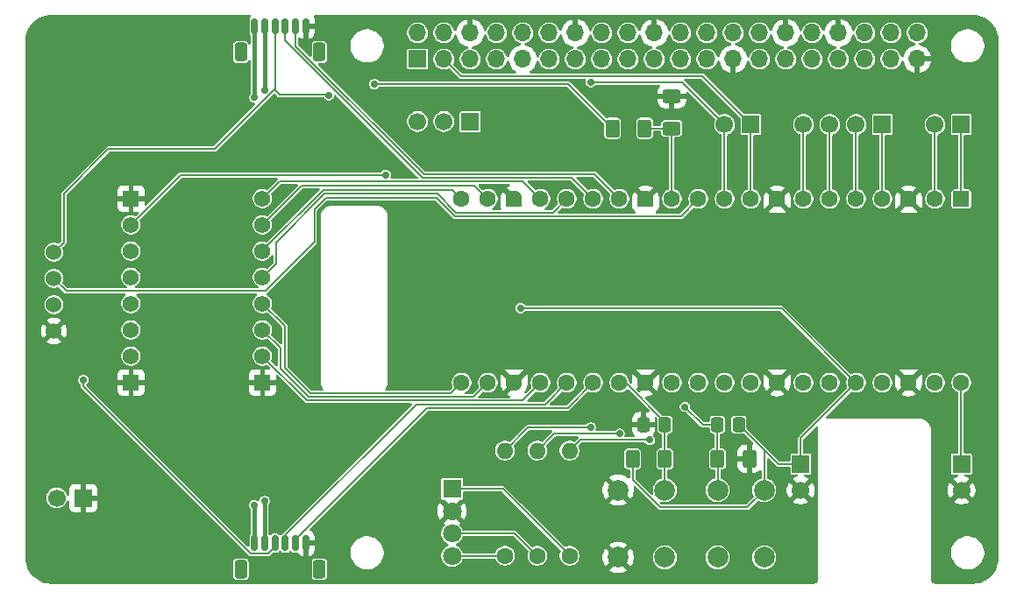
<source format=gbr>
G04 #@! TF.GenerationSoftware,KiCad,Pcbnew,9.0.1-1.fc42*
G04 #@! TF.CreationDate,2025-05-14T23:47:02-05:00*
G04 #@! TF.ProjectId,cerebellum,63657265-6265-46c6-9c75-6d2e6b696361,rev?*
G04 #@! TF.SameCoordinates,Original*
G04 #@! TF.FileFunction,Copper,L1,Top*
G04 #@! TF.FilePolarity,Positive*
%FSLAX46Y46*%
G04 Gerber Fmt 4.6, Leading zero omitted, Abs format (unit mm)*
G04 Created by KiCad (PCBNEW 9.0.1-1.fc42) date 2025-05-14 23:47:02*
%MOMM*%
%LPD*%
G01*
G04 APERTURE LIST*
G04 Aperture macros list*
%AMRoundRect*
0 Rectangle with rounded corners*
0 $1 Rounding radius*
0 $2 $3 $4 $5 $6 $7 $8 $9 X,Y pos of 4 corners*
0 Add a 4 corners polygon primitive as box body*
4,1,4,$2,$3,$4,$5,$6,$7,$8,$9,$2,$3,0*
0 Add four circle primitives for the rounded corners*
1,1,$1+$1,$2,$3*
1,1,$1+$1,$4,$5*
1,1,$1+$1,$6,$7*
1,1,$1+$1,$8,$9*
0 Add four rect primitives between the rounded corners*
20,1,$1+$1,$2,$3,$4,$5,0*
20,1,$1+$1,$4,$5,$6,$7,0*
20,1,$1+$1,$6,$7,$8,$9,0*
20,1,$1+$1,$8,$9,$2,$3,0*%
%AMFreePoly0*
4,1,37,0.603843,0.796157,0.639018,0.796157,0.711114,0.766294,0.766294,0.711114,0.796157,0.639018,0.796157,0.603843,0.800000,0.600000,0.800000,-0.600000,0.796157,-0.603843,0.796157,-0.639018,0.766294,-0.711114,0.711114,-0.766294,0.639018,-0.796157,0.603843,-0.796157,0.600000,-0.800000,0.000000,-0.800000,0.000000,-0.796148,-0.078414,-0.796148,-0.232228,-0.765552,-0.377117,-0.705537,
-0.507515,-0.618408,-0.618408,-0.507515,-0.705537,-0.377117,-0.765552,-0.232228,-0.796148,-0.078414,-0.796148,0.078414,-0.765552,0.232228,-0.705537,0.377117,-0.618408,0.507515,-0.507515,0.618408,-0.377117,0.705537,-0.232228,0.765552,-0.078414,0.796148,0.000000,0.796148,0.000000,0.800000,0.600000,0.800000,0.603843,0.796157,0.603843,0.796157,$1*%
%AMFreePoly1*
4,1,37,0.000000,0.796148,0.078414,0.796148,0.232228,0.765552,0.377117,0.705537,0.507515,0.618408,0.618408,0.507515,0.705537,0.377117,0.765552,0.232228,0.796148,0.078414,0.796148,-0.078414,0.765552,-0.232228,0.705537,-0.377117,0.618408,-0.507515,0.507515,-0.618408,0.377117,-0.705537,0.232228,-0.765552,0.078414,-0.796148,0.000000,-0.796148,0.000000,-0.800000,-0.600000,-0.800000,
-0.603843,-0.796157,-0.639018,-0.796157,-0.711114,-0.766294,-0.766294,-0.711114,-0.796157,-0.639018,-0.796157,-0.603843,-0.800000,-0.600000,-0.800000,0.600000,-0.796157,0.603843,-0.796157,0.639018,-0.766294,0.711114,-0.711114,0.766294,-0.639018,0.796157,-0.603843,0.796157,-0.600000,0.800000,0.000000,0.800000,0.000000,0.796148,0.000000,0.796148,$1*%
G04 Aperture macros list end*
G04 #@! TA.AperFunction,ComponentPad*
%ADD10R,1.700000X1.700000*%
G04 #@! TD*
G04 #@! TA.AperFunction,ComponentPad*
%ADD11C,1.700000*%
G04 #@! TD*
G04 #@! TA.AperFunction,ComponentPad*
%ADD12C,1.600000*%
G04 #@! TD*
G04 #@! TA.AperFunction,ComponentPad*
%ADD13O,1.600000X1.600000*%
G04 #@! TD*
G04 #@! TA.AperFunction,SMDPad,CuDef*
%ADD14RoundRect,0.250000X0.400000X0.625000X-0.400000X0.625000X-0.400000X-0.625000X0.400000X-0.625000X0*%
G04 #@! TD*
G04 #@! TA.AperFunction,SMDPad,CuDef*
%ADD15RoundRect,0.250000X0.625000X-0.400000X0.625000X0.400000X-0.625000X0.400000X-0.625000X-0.400000X0*%
G04 #@! TD*
G04 #@! TA.AperFunction,ComponentPad*
%ADD16C,2.000000*%
G04 #@! TD*
G04 #@! TA.AperFunction,SMDPad,CuDef*
%ADD17RoundRect,0.250000X0.337500X0.475000X-0.337500X0.475000X-0.337500X-0.475000X0.337500X-0.475000X0*%
G04 #@! TD*
G04 #@! TA.AperFunction,ComponentPad*
%ADD18C,1.530000*%
G04 #@! TD*
G04 #@! TA.AperFunction,ComponentPad*
%ADD19R,1.800000X1.800000*%
G04 #@! TD*
G04 #@! TA.AperFunction,ComponentPad*
%ADD20C,1.800000*%
G04 #@! TD*
G04 #@! TA.AperFunction,SMDPad,CuDef*
%ADD21RoundRect,0.150000X0.150000X0.625000X-0.150000X0.625000X-0.150000X-0.625000X0.150000X-0.625000X0*%
G04 #@! TD*
G04 #@! TA.AperFunction,SMDPad,CuDef*
%ADD22RoundRect,0.250000X0.350000X0.650000X-0.350000X0.650000X-0.350000X-0.650000X0.350000X-0.650000X0*%
G04 #@! TD*
G04 #@! TA.AperFunction,ComponentPad*
%ADD23R,1.560000X1.560000*%
G04 #@! TD*
G04 #@! TA.AperFunction,ComponentPad*
%ADD24C,1.560000*%
G04 #@! TD*
G04 #@! TA.AperFunction,ComponentPad*
%ADD25RoundRect,0.200000X-0.600000X0.600000X-0.600000X-0.600000X0.600000X-0.600000X0.600000X0.600000X0*%
G04 #@! TD*
G04 #@! TA.AperFunction,ComponentPad*
%ADD26FreePoly0,270.000000*%
G04 #@! TD*
G04 #@! TA.AperFunction,ComponentPad*
%ADD27FreePoly1,270.000000*%
G04 #@! TD*
G04 #@! TA.AperFunction,ComponentPad*
%ADD28O,1.700000X1.700000*%
G04 #@! TD*
G04 #@! TA.AperFunction,ViaPad*
%ADD29C,0.700000*%
G04 #@! TD*
G04 #@! TA.AperFunction,Conductor*
%ADD30C,0.200000*%
G04 #@! TD*
G04 #@! TA.AperFunction,Conductor*
%ADD31C,0.150000*%
G04 #@! TD*
G04 #@! TA.AperFunction,Conductor*
%ADD32C,0.400000*%
G04 #@! TD*
G04 APERTURE END LIST*
D10*
X153255000Y-55100000D03*
D11*
X150715000Y-55100000D03*
X148175000Y-55100000D03*
X145635000Y-55100000D03*
D12*
X123050000Y-96800000D03*
D13*
X123050000Y-86640000D03*
D10*
X140555000Y-55100000D03*
D11*
X138015000Y-55100000D03*
D14*
X140425000Y-87425000D03*
X137325000Y-87425000D03*
D15*
X132925000Y-55475000D03*
X132925000Y-52375000D03*
D14*
X132250000Y-87425000D03*
X129150000Y-87425000D03*
D10*
X160900000Y-87925000D03*
D11*
X160900000Y-90465000D03*
D16*
X141850000Y-90450000D03*
X141850000Y-96950000D03*
X137350000Y-90450000D03*
X137350000Y-96950000D03*
D17*
X132250000Y-84125000D03*
X130175000Y-84125000D03*
D10*
X160875000Y-55100000D03*
D11*
X158335000Y-55100000D03*
D18*
X73250000Y-67455000D03*
X73250000Y-69995000D03*
X73250000Y-72535000D03*
X73250000Y-75075000D03*
D19*
X111700000Y-90323000D03*
D20*
X111700000Y-92482000D03*
X111700000Y-94641000D03*
X111700000Y-96800000D03*
D17*
X139400000Y-84125000D03*
X137325000Y-84125000D03*
D21*
X97600000Y-45575000D03*
X96600000Y-45575000D03*
X95600000Y-45575000D03*
X94600000Y-45575000D03*
X93600000Y-45575000D03*
X92600000Y-45575000D03*
D22*
X98900000Y-48100000D03*
X91300000Y-48100000D03*
D16*
X132250000Y-90450000D03*
X132250000Y-96950000D03*
X127750000Y-90450000D03*
X127750000Y-96950000D03*
D14*
X130300000Y-55475000D03*
X127200000Y-55475000D03*
D21*
X97600000Y-95575000D03*
X96600000Y-95575000D03*
X95600000Y-95575000D03*
X94600000Y-95575000D03*
X93600000Y-95575000D03*
X92600000Y-95575000D03*
D22*
X98900000Y-98100000D03*
X91300000Y-98100000D03*
D10*
X76075000Y-91215000D03*
D11*
X73535000Y-91215000D03*
D10*
X113450000Y-54825000D03*
D11*
X110910000Y-54825000D03*
X108370000Y-54825000D03*
D23*
X80700000Y-62260000D03*
D24*
X80700000Y-64800000D03*
X80700000Y-67340000D03*
X80700000Y-69880000D03*
X80700000Y-72420000D03*
X80700000Y-74960000D03*
X80700000Y-77500000D03*
D23*
X80700000Y-80040000D03*
X93400000Y-80040000D03*
D24*
X93400000Y-77500000D03*
X93400000Y-74960000D03*
X93400000Y-72420000D03*
X93400000Y-69880000D03*
X93400000Y-67340000D03*
X93400000Y-64800000D03*
X93400000Y-62260000D03*
D12*
X119925000Y-96800000D03*
D13*
X119925000Y-86640000D03*
D10*
X145375000Y-87925000D03*
D11*
X145375000Y-90465000D03*
D25*
X160875000Y-62300000D03*
D12*
X158335000Y-62300000D03*
D26*
X155795000Y-62300000D03*
D12*
X153255000Y-62300000D03*
X150715000Y-62300000D03*
X148175000Y-62300000D03*
X145635000Y-62300000D03*
D26*
X143095000Y-62300000D03*
D12*
X140555000Y-62300000D03*
X138015000Y-62300000D03*
X135475000Y-62300000D03*
X132935000Y-62300000D03*
D26*
X130395000Y-62300000D03*
D12*
X127855000Y-62300000D03*
X125315000Y-62300000D03*
X122775000Y-62300000D03*
X120235000Y-62300000D03*
D26*
X117695000Y-62300000D03*
D12*
X115155000Y-62300000D03*
X112615000Y-62300000D03*
X112615000Y-80080000D03*
X115155000Y-80080000D03*
D27*
X117695000Y-80080000D03*
D12*
X120235000Y-80080000D03*
X122775000Y-80080000D03*
X125315000Y-80080000D03*
X127855000Y-80080000D03*
D27*
X130395000Y-80080000D03*
D12*
X132935000Y-80080000D03*
X135475000Y-80080000D03*
X138015000Y-80080000D03*
X140555000Y-80080000D03*
D27*
X143095000Y-80080000D03*
D12*
X145635000Y-80080000D03*
X148175000Y-80080000D03*
X150715000Y-80080000D03*
X153255000Y-80080000D03*
D27*
X155795000Y-80080000D03*
D12*
X158335000Y-80080000D03*
X160875000Y-80080000D03*
X116800000Y-96800000D03*
D13*
X116800000Y-86640000D03*
D10*
X108370000Y-48770000D03*
D28*
X108370000Y-46230000D03*
X110910000Y-48770000D03*
X110910000Y-46230000D03*
X113450000Y-48770000D03*
X113450000Y-46230000D03*
X115990000Y-48770000D03*
X115990000Y-46230000D03*
X118530000Y-48770000D03*
X118530000Y-46230000D03*
X121070000Y-48770000D03*
X121070000Y-46230000D03*
X123610000Y-48770000D03*
X123610000Y-46230000D03*
X126150000Y-48770000D03*
X126150000Y-46230000D03*
X128690000Y-48770000D03*
X128690000Y-46230000D03*
X131230000Y-48770000D03*
X131230000Y-46230000D03*
X133770000Y-48770000D03*
X133770000Y-46230000D03*
X136310000Y-48770000D03*
X136310000Y-46230000D03*
X138850000Y-48770000D03*
X138850000Y-46230000D03*
X141390000Y-48770000D03*
X141390000Y-46230000D03*
X143930000Y-48770000D03*
X143930000Y-46230000D03*
X146470000Y-48770000D03*
X146470000Y-46230000D03*
X149010000Y-48770000D03*
X149010000Y-46230000D03*
X151550000Y-48770000D03*
X151550000Y-46230000D03*
X154090000Y-48770000D03*
X154090000Y-46230000D03*
X156630000Y-48770000D03*
X156630000Y-46230000D03*
D29*
X130800000Y-85600000D03*
X134200000Y-82400000D03*
X105300000Y-60000000D03*
X118325000Y-72850000D03*
X125100000Y-51000000D03*
X99800000Y-52275000D03*
X76100000Y-79800000D03*
X125100000Y-84400000D03*
X127900000Y-85000000D03*
X93600000Y-91500000D03*
X93600000Y-51800000D03*
X92600000Y-52500000D03*
X92600000Y-91900000D03*
X104200000Y-51200000D03*
D30*
X93400000Y-67340000D02*
X93400000Y-67300000D01*
X93400000Y-67300000D02*
X99300000Y-61400000D01*
X111715000Y-61400000D02*
X112615000Y-62300000D01*
X99300000Y-61400000D02*
X111715000Y-61400000D01*
X123050000Y-86640000D02*
X124090000Y-85600000D01*
X124090000Y-85600000D02*
X130800000Y-85600000D01*
X145635000Y-55100000D02*
X145635000Y-62300000D01*
X137350000Y-90450000D02*
X137350000Y-87450000D01*
X137350000Y-87450000D02*
X137325000Y-87425000D01*
X135925000Y-84125000D02*
X134200000Y-82400000D01*
X137325000Y-87425000D02*
X137325000Y-84125000D01*
X137325000Y-84125000D02*
X135925000Y-84125000D01*
X160875000Y-80080000D02*
X160875000Y-87900000D01*
X160875000Y-87900000D02*
X160900000Y-87925000D01*
X141850000Y-90450000D02*
X141850000Y-86575000D01*
X80700000Y-64800000D02*
X85500000Y-60000000D01*
X145375000Y-87925000D02*
X143200000Y-87925000D01*
X131800000Y-92100000D02*
X140200000Y-92100000D01*
X141850000Y-86575000D02*
X139400000Y-84125000D01*
X143535000Y-72900000D02*
X150715000Y-80080000D01*
X118375000Y-72900000D02*
X143535000Y-72900000D01*
X140200000Y-92100000D02*
X141850000Y-90450000D01*
X145375000Y-85420000D02*
X150715000Y-80080000D01*
X143200000Y-87925000D02*
X141850000Y-86575000D01*
D31*
X118325000Y-72850000D02*
X118375000Y-72900000D01*
D30*
X85500000Y-60000000D02*
X105300000Y-60000000D01*
X129150000Y-87425000D02*
X129150000Y-89450000D01*
X145375000Y-87925000D02*
X145375000Y-85420000D01*
X129150000Y-89450000D02*
X131800000Y-92100000D01*
X158335000Y-55100000D02*
X158335000Y-62300000D01*
X133915000Y-51000000D02*
X125100000Y-51000000D01*
X138015000Y-55100000D02*
X133915000Y-51000000D01*
X138015000Y-55100000D02*
X138015000Y-62300000D01*
X93920256Y-96601000D02*
X92279744Y-96601000D01*
X88749943Y-57500000D02*
X78500000Y-57500000D01*
X74200000Y-66505000D02*
X73250000Y-67455000D01*
X94600000Y-95921256D02*
X93920256Y-96601000D01*
X74200000Y-61800000D02*
X74200000Y-66505000D01*
X92279744Y-96601000D02*
X76100000Y-80421256D01*
X99750000Y-52225000D02*
X99800000Y-52275000D01*
X94600000Y-95575000D02*
X94600000Y-95921256D01*
X94600000Y-51649943D02*
X94600000Y-51775000D01*
X94600000Y-51775000D02*
X95050000Y-52225000D01*
X94600000Y-51649943D02*
X88749943Y-57500000D01*
X78500000Y-57500000D02*
X74200000Y-61800000D01*
X94600000Y-45575000D02*
X94600000Y-51649943D01*
X95050000Y-52225000D02*
X99750000Y-52225000D01*
X76100000Y-80421256D02*
X76100000Y-79800000D01*
X99500000Y-62200000D02*
X110203612Y-62200000D01*
X98400000Y-66469027D02*
X98400000Y-63300000D01*
X111954612Y-63951000D02*
X133824000Y-63951000D01*
X74455000Y-71200000D02*
X93669027Y-71200000D01*
X93669027Y-71200000D02*
X98400000Y-66469027D01*
X133824000Y-63951000D02*
X135475000Y-62300000D01*
X110203612Y-62200000D02*
X111954612Y-63951000D01*
X73250000Y-69995000D02*
X74455000Y-71200000D01*
X98400000Y-63300000D02*
X99500000Y-62200000D01*
X96600000Y-95575000D02*
X96600000Y-95200000D01*
X96600000Y-95200000D02*
X109296000Y-82504000D01*
X122891000Y-82504000D02*
X125315000Y-80080000D01*
X109296000Y-82504000D02*
X122891000Y-82504000D01*
X94700000Y-68580000D02*
X94700000Y-66496388D01*
X110300000Y-61800000D02*
X112100000Y-63600000D01*
X93400000Y-69880000D02*
X94700000Y-68580000D01*
X94700000Y-66496388D02*
X99396388Y-61800000D01*
X112100000Y-63600000D02*
X121475000Y-63600000D01*
X99396388Y-61800000D02*
X110300000Y-61800000D01*
X121475000Y-63600000D02*
X122775000Y-62300000D01*
X120702000Y-82153000D02*
X122775000Y-80080000D01*
X95600000Y-94800001D02*
X108247001Y-82153000D01*
X108247001Y-82153000D02*
X120702000Y-82153000D01*
X95600000Y-95575000D02*
X95600000Y-94800001D01*
X116800000Y-86640000D02*
X119040000Y-84400000D01*
X119040000Y-84400000D02*
X125100000Y-84400000D01*
X125453000Y-59898000D02*
X127855000Y-62300000D01*
X96600000Y-45575000D02*
X96600000Y-47515448D01*
X108982552Y-59898000D02*
X125453000Y-59898000D01*
X96600000Y-47515448D02*
X108982552Y-59898000D01*
X153255000Y-55100000D02*
X153255000Y-62300000D01*
X93400000Y-64800000D02*
X97200000Y-61000000D01*
X97200000Y-61000000D02*
X113855000Y-61000000D01*
X113855000Y-61000000D02*
X115155000Y-62300000D01*
X132250000Y-83850000D02*
X128480000Y-80080000D01*
X132250000Y-90450000D02*
X132250000Y-87425000D01*
X128480000Y-80080000D02*
X127855000Y-80080000D01*
X132250000Y-84125000D02*
X132250000Y-83850000D01*
X132250000Y-87425000D02*
X132250000Y-84125000D01*
X111885773Y-81802002D02*
X111885775Y-81802000D01*
X118513000Y-81802000D02*
X120235000Y-80080000D01*
X93400000Y-77500000D02*
X97701998Y-81802000D01*
X111691922Y-81802000D02*
X111885773Y-81802002D01*
X111885775Y-81802000D02*
X118513000Y-81802000D01*
X97701998Y-81802000D02*
X111691922Y-81802000D01*
X112540000Y-50400000D02*
X110910000Y-48770000D01*
X140555000Y-55100000D02*
X140555000Y-62300000D01*
X140555000Y-55100000D02*
X135855000Y-50400000D01*
X135855000Y-50400000D02*
X112540000Y-50400000D01*
X132925000Y-55475000D02*
X132925000Y-62290000D01*
X130300000Y-55475000D02*
X132925000Y-55475000D01*
X132925000Y-62290000D02*
X132935000Y-62300000D01*
X95600000Y-47000000D02*
X96249000Y-47649000D01*
X96249000Y-47649000D02*
X96249000Y-47660837D01*
X96249000Y-47660837D02*
X108837164Y-60249000D01*
X108837164Y-60249000D02*
X123264000Y-60249000D01*
X123264000Y-60249000D02*
X125315000Y-62300000D01*
X95600000Y-45575000D02*
X95600000Y-47000000D01*
X160875000Y-55100000D02*
X160875000Y-62300000D01*
X119925000Y-86640000D02*
X121565000Y-85000000D01*
X121565000Y-85000000D02*
X127900000Y-85000000D01*
X93400000Y-62260000D02*
X95060000Y-60600000D01*
X118535000Y-60600000D02*
X120235000Y-62300000D01*
X95060000Y-60600000D02*
X118535000Y-60600000D01*
X148175000Y-55100000D02*
X148175000Y-62300000D01*
X95546388Y-74566388D02*
X95546388Y-78653612D01*
X95546388Y-78653612D02*
X97992776Y-81100000D01*
X111595000Y-81100000D02*
X112615000Y-80080000D01*
X93400000Y-72420000D02*
X95546388Y-74566388D01*
X97992776Y-81100000D02*
X111595000Y-81100000D01*
X95148194Y-78751806D02*
X97847387Y-81451000D01*
X113784000Y-81451000D02*
X115155000Y-80080000D01*
X97847387Y-81451000D02*
X113784000Y-81451000D01*
X95148194Y-76708194D02*
X95148194Y-78751806D01*
X93400000Y-74960000D02*
X95148194Y-76708194D01*
X150715000Y-55100000D02*
X150715000Y-62300000D01*
D32*
X93600000Y-91500000D02*
X93600000Y-95575000D01*
X93600000Y-51800000D02*
X93600000Y-45575000D01*
X92600000Y-52500000D02*
X92600000Y-45575000D01*
X92600000Y-91900000D02*
X92600000Y-95575000D01*
D30*
X111700000Y-96800000D02*
X116800000Y-96800000D01*
X111700000Y-90323000D02*
X116623000Y-90323000D01*
X123050000Y-96750000D02*
X123050000Y-96800000D01*
X116623000Y-90323000D02*
X123050000Y-96750000D01*
X117766000Y-94641000D02*
X119925000Y-96800000D01*
X111700000Y-94641000D02*
X117766000Y-94641000D01*
X104200000Y-51200000D02*
X122925000Y-51200000D01*
X122925000Y-51200000D02*
X127200000Y-55475000D01*
G04 #@! TA.AperFunction,Conductor*
G36*
X92242206Y-44520185D02*
G01*
X92287961Y-44572989D01*
X92297905Y-44642147D01*
X92268880Y-44705703D01*
X92262848Y-44712181D01*
X92197794Y-44777234D01*
X92152415Y-44880006D01*
X92152415Y-44880008D01*
X92149500Y-44905131D01*
X92149500Y-46244856D01*
X92149502Y-46244882D01*
X92152413Y-46269987D01*
X92152415Y-46269991D01*
X92197793Y-46372764D01*
X92213181Y-46388152D01*
X92246666Y-46449475D01*
X92249500Y-46475833D01*
X92249500Y-47227912D01*
X92229815Y-47294951D01*
X92177011Y-47340706D01*
X92107853Y-47350650D01*
X92044297Y-47321625D01*
X92015017Y-47284209D01*
X91978050Y-47211658D01*
X91978046Y-47211654D01*
X91978045Y-47211652D01*
X91888347Y-47121954D01*
X91888344Y-47121952D01*
X91888342Y-47121950D01*
X91811517Y-47082805D01*
X91775301Y-47064352D01*
X91681524Y-47049500D01*
X90918482Y-47049500D01*
X90837519Y-47062323D01*
X90824696Y-47064354D01*
X90711658Y-47121950D01*
X90711657Y-47121951D01*
X90711652Y-47121954D01*
X90621954Y-47211652D01*
X90621951Y-47211657D01*
X90621950Y-47211658D01*
X90602751Y-47249337D01*
X90564352Y-47324698D01*
X90549500Y-47418475D01*
X90549500Y-48781517D01*
X90550794Y-48789685D01*
X90564354Y-48875304D01*
X90621950Y-48988342D01*
X90621952Y-48988344D01*
X90621954Y-48988347D01*
X90711652Y-49078045D01*
X90711654Y-49078046D01*
X90711658Y-49078050D01*
X90824694Y-49135645D01*
X90824698Y-49135647D01*
X90918475Y-49150499D01*
X90918481Y-49150500D01*
X91681518Y-49150499D01*
X91775304Y-49135646D01*
X91888342Y-49078050D01*
X91978050Y-48988342D01*
X92015016Y-48915791D01*
X92062990Y-48864997D01*
X92130811Y-48848202D01*
X92196946Y-48870739D01*
X92240397Y-48925455D01*
X92249500Y-48972088D01*
X92249500Y-52091324D01*
X92229815Y-52158363D01*
X92213181Y-52179005D01*
X92199502Y-52192683D01*
X92199500Y-52192686D01*
X92133608Y-52306812D01*
X92124477Y-52340892D01*
X92099500Y-52434108D01*
X92099500Y-52565892D01*
X92103901Y-52582316D01*
X92133608Y-52693187D01*
X92161439Y-52741391D01*
X92199500Y-52807314D01*
X92292686Y-52900500D01*
X92406814Y-52966392D01*
X92534108Y-53000500D01*
X92534110Y-53000500D01*
X92595821Y-53000500D01*
X92662860Y-53020185D01*
X92708615Y-53072989D01*
X92718559Y-53142147D01*
X92689534Y-53205703D01*
X92683504Y-53212178D01*
X90682388Y-55213294D01*
X88682501Y-57213181D01*
X88621178Y-57246666D01*
X88594820Y-57249500D01*
X78450170Y-57249500D01*
X78358102Y-57287636D01*
X73987636Y-61658102D01*
X73949500Y-61750170D01*
X73949500Y-66349877D01*
X73940855Y-66379317D01*
X73934332Y-66409304D01*
X73930577Y-66414319D01*
X73929815Y-66416916D01*
X73913185Y-66437553D01*
X73835339Y-66515400D01*
X73758780Y-66591959D01*
X73697457Y-66625443D01*
X73627765Y-66620459D01*
X73623647Y-66618838D01*
X73517046Y-66574683D01*
X73517034Y-66574680D01*
X73340173Y-66539500D01*
X73340169Y-66539500D01*
X73159831Y-66539500D01*
X73159826Y-66539500D01*
X72982965Y-66574680D01*
X72982953Y-66574683D01*
X72816354Y-66643690D01*
X72816341Y-66643697D01*
X72666403Y-66743883D01*
X72666399Y-66743886D01*
X72538886Y-66871399D01*
X72538883Y-66871403D01*
X72438697Y-67021341D01*
X72438690Y-67021354D01*
X72369683Y-67187953D01*
X72369680Y-67187965D01*
X72334500Y-67364826D01*
X72334500Y-67545173D01*
X72369680Y-67722034D01*
X72369683Y-67722046D01*
X72438690Y-67888645D01*
X72438697Y-67888658D01*
X72538883Y-68038596D01*
X72538886Y-68038600D01*
X72666399Y-68166113D01*
X72666403Y-68166116D01*
X72816341Y-68266302D01*
X72816354Y-68266309D01*
X72982953Y-68335316D01*
X72982958Y-68335318D01*
X73159826Y-68370499D01*
X73159830Y-68370500D01*
X73159831Y-68370500D01*
X73340170Y-68370500D01*
X73340171Y-68370499D01*
X73517042Y-68335318D01*
X73683652Y-68266306D01*
X73833597Y-68166116D01*
X73961116Y-68038597D01*
X74061306Y-67888652D01*
X74130318Y-67722042D01*
X74165500Y-67545169D01*
X74165500Y-67431648D01*
X79769499Y-67431648D01*
X79805257Y-67611411D01*
X79805259Y-67611417D01*
X79875400Y-67780754D01*
X79875405Y-67780763D01*
X79977233Y-67933158D01*
X79977236Y-67933162D01*
X80106837Y-68062763D01*
X80106841Y-68062766D01*
X80259236Y-68164594D01*
X80259245Y-68164599D01*
X80297606Y-68180488D01*
X80428583Y-68234741D01*
X80428587Y-68234741D01*
X80428588Y-68234742D01*
X80608351Y-68270500D01*
X80608354Y-68270500D01*
X80791648Y-68270500D01*
X80912590Y-68246442D01*
X80971417Y-68234741D01*
X81140757Y-68164598D01*
X81293159Y-68062766D01*
X81422766Y-67933159D01*
X81524598Y-67780757D01*
X81594741Y-67611417D01*
X81630500Y-67431646D01*
X81630500Y-67248354D01*
X81630500Y-67248351D01*
X81594742Y-67068588D01*
X81594741Y-67068587D01*
X81594741Y-67068583D01*
X81524598Y-66899243D01*
X81524597Y-66899242D01*
X81524594Y-66899236D01*
X81422766Y-66746841D01*
X81422763Y-66746837D01*
X81293162Y-66617236D01*
X81293158Y-66617233D01*
X81140763Y-66515405D01*
X81140754Y-66515400D01*
X80971417Y-66445259D01*
X80971411Y-66445257D01*
X80791648Y-66409500D01*
X80791646Y-66409500D01*
X80608354Y-66409500D01*
X80608352Y-66409500D01*
X80428588Y-66445257D01*
X80428582Y-66445259D01*
X80259245Y-66515400D01*
X80259236Y-66515405D01*
X80106841Y-66617233D01*
X80106837Y-66617236D01*
X79977236Y-66746837D01*
X79977233Y-66746841D01*
X79875405Y-66899236D01*
X79875400Y-66899245D01*
X79805259Y-67068582D01*
X79805257Y-67068588D01*
X79769500Y-67248351D01*
X79769500Y-67248354D01*
X79769500Y-67431646D01*
X79769500Y-67431648D01*
X79769499Y-67431648D01*
X74165500Y-67431648D01*
X74165500Y-67364831D01*
X74130318Y-67187958D01*
X74084202Y-67076625D01*
X74082645Y-67071769D01*
X74081901Y-67041741D01*
X74078691Y-67011883D01*
X74081045Y-67007179D01*
X74080915Y-67001921D01*
X74096521Y-66976261D01*
X74109966Y-66949403D01*
X74113012Y-66946246D01*
X74324455Y-66734804D01*
X74324458Y-66734802D01*
X74341896Y-66717364D01*
X74341897Y-66717364D01*
X74412364Y-66646897D01*
X74450500Y-66554828D01*
X74450500Y-61955123D01*
X74470185Y-61888084D01*
X74486819Y-61867442D01*
X78567442Y-57786819D01*
X78628765Y-57753334D01*
X78655123Y-57750500D01*
X88799769Y-57750500D01*
X88799771Y-57750500D01*
X88891840Y-57712364D01*
X94449790Y-52154412D01*
X94511113Y-52120928D01*
X94580805Y-52125912D01*
X94625152Y-52154413D01*
X94837636Y-52366897D01*
X94908103Y-52437364D01*
X95000172Y-52475500D01*
X99266240Y-52475500D01*
X99333279Y-52495185D01*
X99373626Y-52537499D01*
X99399500Y-52582314D01*
X99492686Y-52675500D01*
X99606814Y-52741392D01*
X99734108Y-52775500D01*
X99734110Y-52775500D01*
X99865890Y-52775500D01*
X99865892Y-52775500D01*
X99993186Y-52741392D01*
X100107314Y-52675500D01*
X100200500Y-52582314D01*
X100266392Y-52468186D01*
X100300500Y-52340892D01*
X100300500Y-52340890D01*
X100302603Y-52333042D01*
X100305762Y-52333888D01*
X100327786Y-52283988D01*
X100386078Y-52245466D01*
X100455942Y-52244575D01*
X100510209Y-52276307D01*
X108371723Y-60137819D01*
X108405208Y-60199142D01*
X108400224Y-60268834D01*
X108358352Y-60324767D01*
X108292888Y-60349184D01*
X108284042Y-60349500D01*
X105886107Y-60349500D01*
X105819068Y-60329815D01*
X105773313Y-60277011D01*
X105763369Y-60207853D01*
X105766332Y-60193406D01*
X105766390Y-60193189D01*
X105766392Y-60193186D01*
X105800500Y-60065892D01*
X105800500Y-59934108D01*
X105766392Y-59806814D01*
X105700500Y-59692686D01*
X105607314Y-59599500D01*
X105550250Y-59566554D01*
X105493187Y-59533608D01*
X105429539Y-59516554D01*
X105365892Y-59499500D01*
X105234108Y-59499500D01*
X105106812Y-59533608D01*
X104992686Y-59599500D01*
X104992683Y-59599502D01*
X104899502Y-59692683D01*
X104894552Y-59699135D01*
X104892192Y-59697324D01*
X104851920Y-59735720D01*
X104795107Y-59749500D01*
X85450170Y-59749500D01*
X85358102Y-59787636D01*
X85358101Y-59787637D01*
X82191681Y-62954056D01*
X82130358Y-62987541D01*
X82060666Y-62982557D01*
X82004733Y-62940685D01*
X81980316Y-62875221D01*
X81980000Y-62866375D01*
X81980000Y-62510000D01*
X81156107Y-62510000D01*
X81184563Y-62460712D01*
X81220000Y-62328459D01*
X81220000Y-62191541D01*
X81184563Y-62059288D01*
X81156107Y-62010000D01*
X81980000Y-62010000D01*
X81980000Y-61432172D01*
X81979999Y-61432155D01*
X81973598Y-61372627D01*
X81973596Y-61372620D01*
X81923354Y-61237913D01*
X81923350Y-61237906D01*
X81837190Y-61122812D01*
X81837187Y-61122809D01*
X81722093Y-61036649D01*
X81722086Y-61036645D01*
X81587379Y-60986403D01*
X81587372Y-60986401D01*
X81527844Y-60980000D01*
X80950000Y-60980000D01*
X80950000Y-61803893D01*
X80900712Y-61775437D01*
X80768459Y-61740000D01*
X80631541Y-61740000D01*
X80499288Y-61775437D01*
X80450000Y-61803893D01*
X80450000Y-60980000D01*
X79872155Y-60980000D01*
X79812627Y-60986401D01*
X79812620Y-60986403D01*
X79677913Y-61036645D01*
X79677906Y-61036649D01*
X79562812Y-61122809D01*
X79562809Y-61122812D01*
X79476649Y-61237906D01*
X79476645Y-61237913D01*
X79426403Y-61372620D01*
X79426401Y-61372627D01*
X79420000Y-61432155D01*
X79420000Y-62010000D01*
X80243893Y-62010000D01*
X80215437Y-62059288D01*
X80180000Y-62191541D01*
X80180000Y-62328459D01*
X80215437Y-62460712D01*
X80243893Y-62510000D01*
X79420000Y-62510000D01*
X79420000Y-63087844D01*
X79426401Y-63147372D01*
X79426403Y-63147379D01*
X79476645Y-63282086D01*
X79476649Y-63282093D01*
X79562809Y-63397187D01*
X79562812Y-63397190D01*
X79677906Y-63483350D01*
X79677913Y-63483354D01*
X79812620Y-63533596D01*
X79812627Y-63533598D01*
X79872155Y-63539999D01*
X79872172Y-63540000D01*
X80450000Y-63540000D01*
X80450000Y-62716106D01*
X80499288Y-62744563D01*
X80631541Y-62780000D01*
X80768459Y-62780000D01*
X80900712Y-62744563D01*
X80950000Y-62716106D01*
X80950000Y-63540000D01*
X81306375Y-63540000D01*
X81327620Y-63546238D01*
X81349709Y-63547818D01*
X81360492Y-63555890D01*
X81373414Y-63559685D01*
X81387913Y-63576418D01*
X81405642Y-63589690D01*
X81410349Y-63602310D01*
X81419169Y-63612489D01*
X81422320Y-63634406D01*
X81430059Y-63655154D01*
X81427196Y-63668314D01*
X81429113Y-63681647D01*
X81419913Y-63701790D01*
X81415207Y-63723427D01*
X81401938Y-63741152D01*
X81400088Y-63745203D01*
X81394056Y-63751681D01*
X81220259Y-63925478D01*
X81158936Y-63958963D01*
X81089244Y-63953979D01*
X81085126Y-63952358D01*
X80971421Y-63905260D01*
X80971411Y-63905257D01*
X80791648Y-63869500D01*
X80791646Y-63869500D01*
X80608354Y-63869500D01*
X80608352Y-63869500D01*
X80428588Y-63905257D01*
X80428582Y-63905259D01*
X80259245Y-63975400D01*
X80259236Y-63975405D01*
X80106841Y-64077233D01*
X80106837Y-64077236D01*
X79977236Y-64206837D01*
X79977233Y-64206841D01*
X79875405Y-64359236D01*
X79875400Y-64359245D01*
X79805259Y-64528582D01*
X79805257Y-64528588D01*
X79769500Y-64708351D01*
X79769500Y-64708354D01*
X79769500Y-64891646D01*
X79769500Y-64891648D01*
X79769499Y-64891648D01*
X79805257Y-65071411D01*
X79805259Y-65071417D01*
X79875400Y-65240754D01*
X79875405Y-65240763D01*
X79977233Y-65393158D01*
X79977236Y-65393162D01*
X80106837Y-65522763D01*
X80106841Y-65522766D01*
X80259236Y-65624594D01*
X80259242Y-65624597D01*
X80259243Y-65624598D01*
X80428583Y-65694741D01*
X80428587Y-65694741D01*
X80428588Y-65694742D01*
X80608351Y-65730500D01*
X80608354Y-65730500D01*
X80791648Y-65730500D01*
X80912590Y-65706442D01*
X80971417Y-65694741D01*
X81140757Y-65624598D01*
X81293159Y-65522766D01*
X81422766Y-65393159D01*
X81524598Y-65240757D01*
X81594741Y-65071417D01*
X81630500Y-64891646D01*
X81630500Y-64708354D01*
X81630500Y-64708351D01*
X81594742Y-64528588D01*
X81594741Y-64528587D01*
X81594741Y-64528583D01*
X81547639Y-64414870D01*
X81540171Y-64345404D01*
X81571446Y-64282925D01*
X81574492Y-64279767D01*
X85567442Y-60286819D01*
X85628765Y-60253334D01*
X85655123Y-60250500D01*
X94755877Y-60250500D01*
X94822916Y-60270185D01*
X94868671Y-60322989D01*
X94878615Y-60392147D01*
X94849590Y-60455703D01*
X94843558Y-60462181D01*
X93920260Y-61385478D01*
X93858937Y-61418963D01*
X93789245Y-61413979D01*
X93785127Y-61412358D01*
X93671421Y-61365260D01*
X93671411Y-61365257D01*
X93491648Y-61329500D01*
X93491646Y-61329500D01*
X93308354Y-61329500D01*
X93308352Y-61329500D01*
X93128588Y-61365257D01*
X93128582Y-61365259D01*
X92959245Y-61435400D01*
X92959236Y-61435405D01*
X92806841Y-61537233D01*
X92806837Y-61537236D01*
X92677236Y-61666837D01*
X92677233Y-61666841D01*
X92575405Y-61819236D01*
X92575400Y-61819245D01*
X92505259Y-61988582D01*
X92505257Y-61988588D01*
X92469500Y-62168351D01*
X92469500Y-62168354D01*
X92469500Y-62351646D01*
X92469500Y-62351648D01*
X92469499Y-62351648D01*
X92505257Y-62531411D01*
X92505259Y-62531417D01*
X92575400Y-62700754D01*
X92575405Y-62700763D01*
X92677233Y-62853158D01*
X92677236Y-62853162D01*
X92806837Y-62982763D01*
X92806841Y-62982766D01*
X92959236Y-63084594D01*
X92959245Y-63084599D01*
X92971741Y-63089775D01*
X93128583Y-63154741D01*
X93128587Y-63154741D01*
X93128588Y-63154742D01*
X93308351Y-63190500D01*
X93308354Y-63190500D01*
X93491648Y-63190500D01*
X93638307Y-63161327D01*
X93671417Y-63154741D01*
X93840757Y-63084598D01*
X93993159Y-62982766D01*
X94122766Y-62853159D01*
X94224598Y-62700757D01*
X94294741Y-62531417D01*
X94310837Y-62450500D01*
X94330500Y-62351648D01*
X94330500Y-62168351D01*
X94294742Y-61988588D01*
X94294741Y-61988587D01*
X94294741Y-61988583D01*
X94247639Y-61874870D01*
X94240171Y-61805403D01*
X94271446Y-61742923D01*
X94274490Y-61739768D01*
X95127441Y-60886819D01*
X95188764Y-60853334D01*
X95215122Y-60850500D01*
X96695877Y-60850500D01*
X96762916Y-60870185D01*
X96808671Y-60922989D01*
X96818615Y-60992147D01*
X96789590Y-61055703D01*
X96783558Y-61062181D01*
X93920260Y-63925478D01*
X93858937Y-63958963D01*
X93789245Y-63953979D01*
X93785127Y-63952358D01*
X93671421Y-63905260D01*
X93671411Y-63905257D01*
X93491648Y-63869500D01*
X93491646Y-63869500D01*
X93308354Y-63869500D01*
X93308352Y-63869500D01*
X93128588Y-63905257D01*
X93128582Y-63905259D01*
X92959245Y-63975400D01*
X92959236Y-63975405D01*
X92806841Y-64077233D01*
X92806837Y-64077236D01*
X92677236Y-64206837D01*
X92677233Y-64206841D01*
X92575405Y-64359236D01*
X92575400Y-64359245D01*
X92505259Y-64528582D01*
X92505257Y-64528588D01*
X92469500Y-64708351D01*
X92469500Y-64708354D01*
X92469500Y-64891646D01*
X92469500Y-64891648D01*
X92469499Y-64891648D01*
X92505257Y-65071411D01*
X92505259Y-65071417D01*
X92575400Y-65240754D01*
X92575405Y-65240763D01*
X92677233Y-65393158D01*
X92677236Y-65393162D01*
X92806837Y-65522763D01*
X92806841Y-65522766D01*
X92959236Y-65624594D01*
X92959242Y-65624597D01*
X92959243Y-65624598D01*
X93128583Y-65694741D01*
X93128587Y-65694741D01*
X93128588Y-65694742D01*
X93308351Y-65730500D01*
X93308354Y-65730500D01*
X93491648Y-65730500D01*
X93612590Y-65706442D01*
X93671417Y-65694741D01*
X93840757Y-65624598D01*
X93993159Y-65522766D01*
X94122766Y-65393159D01*
X94224598Y-65240757D01*
X94294741Y-65071417D01*
X94330500Y-64891646D01*
X94330500Y-64708354D01*
X94330500Y-64708351D01*
X94294742Y-64528588D01*
X94294741Y-64528587D01*
X94294741Y-64528583D01*
X94247639Y-64414870D01*
X94240171Y-64345403D01*
X94271446Y-64282923D01*
X94274491Y-64279767D01*
X97267441Y-61286819D01*
X97328764Y-61253334D01*
X97355122Y-61250500D01*
X98795877Y-61250500D01*
X98862916Y-61270185D01*
X98908671Y-61322989D01*
X98918615Y-61392147D01*
X98889590Y-61455703D01*
X98883558Y-61462181D01*
X93891974Y-66453763D01*
X93830651Y-66487248D01*
X93760959Y-66482264D01*
X93756860Y-66480650D01*
X93671417Y-66445259D01*
X93671411Y-66445257D01*
X93491648Y-66409500D01*
X93491646Y-66409500D01*
X93308354Y-66409500D01*
X93308352Y-66409500D01*
X93128588Y-66445257D01*
X93128582Y-66445259D01*
X92959245Y-66515400D01*
X92959236Y-66515405D01*
X92806841Y-66617233D01*
X92806837Y-66617236D01*
X92677236Y-66746837D01*
X92677233Y-66746841D01*
X92575405Y-66899236D01*
X92575400Y-66899245D01*
X92505259Y-67068582D01*
X92505257Y-67068588D01*
X92469500Y-67248351D01*
X92469500Y-67248354D01*
X92469500Y-67431646D01*
X92469500Y-67431648D01*
X92469499Y-67431648D01*
X92505257Y-67611411D01*
X92505259Y-67611417D01*
X92575400Y-67780754D01*
X92575405Y-67780763D01*
X92677233Y-67933158D01*
X92677236Y-67933162D01*
X92806837Y-68062763D01*
X92806841Y-68062766D01*
X92959236Y-68164594D01*
X92959245Y-68164599D01*
X92997606Y-68180488D01*
X93128583Y-68234741D01*
X93128587Y-68234741D01*
X93128588Y-68234742D01*
X93308351Y-68270500D01*
X93308354Y-68270500D01*
X93491648Y-68270500D01*
X93612590Y-68246442D01*
X93671417Y-68234741D01*
X93840757Y-68164598D01*
X93993159Y-68062766D01*
X94122766Y-67933159D01*
X94222398Y-67784050D01*
X94276010Y-67739245D01*
X94345335Y-67730538D01*
X94408363Y-67760692D01*
X94445082Y-67820135D01*
X94449500Y-67852941D01*
X94449500Y-68424877D01*
X94429815Y-68491916D01*
X94413181Y-68512558D01*
X93920260Y-69005478D01*
X93858937Y-69038963D01*
X93789245Y-69033979D01*
X93785127Y-69032358D01*
X93671421Y-68985260D01*
X93671411Y-68985257D01*
X93491648Y-68949500D01*
X93491646Y-68949500D01*
X93308354Y-68949500D01*
X93308352Y-68949500D01*
X93128588Y-68985257D01*
X93128582Y-68985259D01*
X92959245Y-69055400D01*
X92959236Y-69055405D01*
X92806841Y-69157233D01*
X92806837Y-69157236D01*
X92677236Y-69286837D01*
X92677233Y-69286841D01*
X92575405Y-69439236D01*
X92575400Y-69439245D01*
X92505259Y-69608582D01*
X92505257Y-69608588D01*
X92469500Y-69788351D01*
X92469500Y-69788354D01*
X92469500Y-69971646D01*
X92469500Y-69971648D01*
X92469499Y-69971648D01*
X92505257Y-70151411D01*
X92505259Y-70151417D01*
X92575400Y-70320754D01*
X92575405Y-70320763D01*
X92677233Y-70473158D01*
X92677236Y-70473162D01*
X92806837Y-70602763D01*
X92806841Y-70602766D01*
X92959236Y-70704594D01*
X92959240Y-70704596D01*
X92959243Y-70704598D01*
X92962901Y-70706113D01*
X92974551Y-70710939D01*
X93028954Y-70754780D01*
X93051019Y-70821074D01*
X93033740Y-70888774D01*
X92982602Y-70936384D01*
X92927098Y-70949500D01*
X81172902Y-70949500D01*
X81105863Y-70929815D01*
X81060108Y-70877011D01*
X81050164Y-70807853D01*
X81079189Y-70744297D01*
X81125449Y-70710939D01*
X81129182Y-70709392D01*
X81140757Y-70704598D01*
X81293159Y-70602766D01*
X81422766Y-70473159D01*
X81524598Y-70320757D01*
X81594741Y-70151417D01*
X81624644Y-70001085D01*
X81630500Y-69971648D01*
X81630500Y-69788351D01*
X81594742Y-69608588D01*
X81594741Y-69608587D01*
X81594741Y-69608583D01*
X81524598Y-69439243D01*
X81524597Y-69439242D01*
X81524594Y-69439236D01*
X81422766Y-69286841D01*
X81422763Y-69286837D01*
X81293162Y-69157236D01*
X81293158Y-69157233D01*
X81140763Y-69055405D01*
X81140754Y-69055400D01*
X80971417Y-68985259D01*
X80971411Y-68985257D01*
X80791648Y-68949500D01*
X80791646Y-68949500D01*
X80608354Y-68949500D01*
X80608352Y-68949500D01*
X80428588Y-68985257D01*
X80428582Y-68985259D01*
X80259245Y-69055400D01*
X80259236Y-69055405D01*
X80106841Y-69157233D01*
X80106837Y-69157236D01*
X79977236Y-69286837D01*
X79977233Y-69286841D01*
X79875405Y-69439236D01*
X79875400Y-69439245D01*
X79805259Y-69608582D01*
X79805257Y-69608588D01*
X79769500Y-69788351D01*
X79769500Y-69788354D01*
X79769500Y-69971646D01*
X79769500Y-69971648D01*
X79769499Y-69971648D01*
X79805257Y-70151411D01*
X79805259Y-70151417D01*
X79875400Y-70320754D01*
X79875405Y-70320763D01*
X79977233Y-70473158D01*
X79977236Y-70473162D01*
X80106837Y-70602763D01*
X80106841Y-70602766D01*
X80259236Y-70704594D01*
X80259240Y-70704596D01*
X80259243Y-70704598D01*
X80262901Y-70706113D01*
X80274551Y-70710939D01*
X80328954Y-70754780D01*
X80351019Y-70821074D01*
X80333740Y-70888774D01*
X80282602Y-70936384D01*
X80227098Y-70949500D01*
X74610123Y-70949500D01*
X74543084Y-70929815D01*
X74522442Y-70913181D01*
X74113041Y-70503780D01*
X74079556Y-70442457D01*
X74084540Y-70372765D01*
X74086161Y-70368646D01*
X74130318Y-70262042D01*
X74165500Y-70085169D01*
X74165500Y-69904831D01*
X74130318Y-69727958D01*
X74130316Y-69727953D01*
X74061309Y-69561354D01*
X74061302Y-69561341D01*
X73961116Y-69411403D01*
X73961113Y-69411399D01*
X73833600Y-69283886D01*
X73833596Y-69283883D01*
X73683658Y-69183697D01*
X73683645Y-69183690D01*
X73517046Y-69114683D01*
X73517034Y-69114680D01*
X73340173Y-69079500D01*
X73340169Y-69079500D01*
X73159831Y-69079500D01*
X73159826Y-69079500D01*
X72982965Y-69114680D01*
X72982953Y-69114683D01*
X72816354Y-69183690D01*
X72816341Y-69183697D01*
X72666403Y-69283883D01*
X72666399Y-69283886D01*
X72538886Y-69411399D01*
X72538883Y-69411403D01*
X72438697Y-69561341D01*
X72438690Y-69561354D01*
X72369683Y-69727953D01*
X72369680Y-69727965D01*
X72334500Y-69904826D01*
X72334500Y-70085173D01*
X72369680Y-70262034D01*
X72369683Y-70262046D01*
X72438690Y-70428645D01*
X72438697Y-70428658D01*
X72538883Y-70578596D01*
X72538886Y-70578600D01*
X72666399Y-70706113D01*
X72666403Y-70706116D01*
X72816341Y-70806302D01*
X72816354Y-70806309D01*
X72982953Y-70875316D01*
X72982958Y-70875318D01*
X73159826Y-70910499D01*
X73159830Y-70910500D01*
X73159831Y-70910500D01*
X73340170Y-70910500D01*
X73340171Y-70910499D01*
X73517042Y-70875318D01*
X73623646Y-70831160D01*
X73693116Y-70823692D01*
X73755595Y-70854967D01*
X73758780Y-70858041D01*
X74313103Y-71412364D01*
X74405172Y-71450500D01*
X74405174Y-71450500D01*
X80067331Y-71450500D01*
X80134370Y-71470185D01*
X80180125Y-71522989D01*
X80190069Y-71592147D01*
X80161044Y-71655703D01*
X80136222Y-71677602D01*
X80106840Y-71697233D01*
X79977236Y-71826837D01*
X79977233Y-71826841D01*
X79875405Y-71979236D01*
X79875400Y-71979245D01*
X79805259Y-72148582D01*
X79805257Y-72148588D01*
X79769500Y-72328351D01*
X79769500Y-72328354D01*
X79769500Y-72511646D01*
X79769500Y-72511648D01*
X79769499Y-72511648D01*
X79805257Y-72691411D01*
X79805259Y-72691417D01*
X79875400Y-72860754D01*
X79875405Y-72860763D01*
X79977233Y-73013158D01*
X79977236Y-73013162D01*
X80106837Y-73142763D01*
X80106841Y-73142766D01*
X80259236Y-73244594D01*
X80259245Y-73244599D01*
X80296842Y-73260172D01*
X80428583Y-73314741D01*
X80428587Y-73314741D01*
X80428588Y-73314742D01*
X80608351Y-73350500D01*
X80608354Y-73350500D01*
X80791648Y-73350500D01*
X80912590Y-73326442D01*
X80971417Y-73314741D01*
X81140757Y-73244598D01*
X81293159Y-73142766D01*
X81422766Y-73013159D01*
X81524598Y-72860757D01*
X81594741Y-72691417D01*
X81624326Y-72542684D01*
X81630500Y-72511648D01*
X81630500Y-72328351D01*
X81594742Y-72148588D01*
X81594741Y-72148587D01*
X81594741Y-72148583D01*
X81524598Y-71979243D01*
X81524597Y-71979242D01*
X81524594Y-71979236D01*
X81422766Y-71826841D01*
X81422763Y-71826837D01*
X81293159Y-71697233D01*
X81263778Y-71677602D01*
X81218973Y-71623990D01*
X81210266Y-71554665D01*
X81240420Y-71491638D01*
X81299863Y-71454918D01*
X81332669Y-71450500D01*
X92767331Y-71450500D01*
X92834370Y-71470185D01*
X92880125Y-71522989D01*
X92890069Y-71592147D01*
X92861044Y-71655703D01*
X92836222Y-71677602D01*
X92806840Y-71697233D01*
X92677236Y-71826837D01*
X92677233Y-71826841D01*
X92575405Y-71979236D01*
X92575400Y-71979245D01*
X92505259Y-72148582D01*
X92505257Y-72148588D01*
X92469500Y-72328351D01*
X92469500Y-72328354D01*
X92469500Y-72511646D01*
X92469500Y-72511648D01*
X92469499Y-72511648D01*
X92505257Y-72691411D01*
X92505259Y-72691417D01*
X92575400Y-72860754D01*
X92575405Y-72860763D01*
X92677233Y-73013158D01*
X92677236Y-73013162D01*
X92806837Y-73142763D01*
X92806841Y-73142766D01*
X92959236Y-73244594D01*
X92959245Y-73244599D01*
X92996842Y-73260172D01*
X93128583Y-73314741D01*
X93128587Y-73314741D01*
X93128588Y-73314742D01*
X93308351Y-73350500D01*
X93308354Y-73350500D01*
X93491648Y-73350500D01*
X93612590Y-73326442D01*
X93671417Y-73314741D01*
X93785126Y-73267640D01*
X93854596Y-73260172D01*
X93917075Y-73291447D01*
X93920260Y-73294521D01*
X95259569Y-74633830D01*
X95293054Y-74695153D01*
X95295888Y-74721511D01*
X95295888Y-76202266D01*
X95276203Y-76269305D01*
X95223399Y-76315060D01*
X95154241Y-76325004D01*
X95090685Y-76295979D01*
X95084207Y-76289947D01*
X94274520Y-75480260D01*
X94241035Y-75418937D01*
X94246019Y-75349245D01*
X94247610Y-75345199D01*
X94294741Y-75231417D01*
X94330500Y-75051646D01*
X94330500Y-74868354D01*
X94330500Y-74868351D01*
X94294742Y-74688588D01*
X94294741Y-74688587D01*
X94294741Y-74688583D01*
X94224598Y-74519243D01*
X94224597Y-74519242D01*
X94224594Y-74519236D01*
X94122766Y-74366841D01*
X94122763Y-74366837D01*
X93993162Y-74237236D01*
X93993158Y-74237233D01*
X93840763Y-74135405D01*
X93840754Y-74135400D01*
X93671417Y-74065259D01*
X93671411Y-74065257D01*
X93491648Y-74029500D01*
X93491646Y-74029500D01*
X93308354Y-74029500D01*
X93308352Y-74029500D01*
X93128588Y-74065257D01*
X93128582Y-74065259D01*
X92959245Y-74135400D01*
X92959236Y-74135405D01*
X92806841Y-74237233D01*
X92806837Y-74237236D01*
X92677236Y-74366837D01*
X92677233Y-74366841D01*
X92575405Y-74519236D01*
X92575400Y-74519245D01*
X92505259Y-74688582D01*
X92505257Y-74688588D01*
X92469500Y-74868351D01*
X92469500Y-74868354D01*
X92469500Y-75051646D01*
X92469500Y-75051648D01*
X92469499Y-75051648D01*
X92505257Y-75231411D01*
X92505259Y-75231417D01*
X92575400Y-75400754D01*
X92575405Y-75400763D01*
X92677233Y-75553158D01*
X92677236Y-75553162D01*
X92806837Y-75682763D01*
X92806841Y-75682766D01*
X92959236Y-75784594D01*
X92959245Y-75784599D01*
X92997606Y-75800488D01*
X93128583Y-75854741D01*
X93128587Y-75854741D01*
X93128588Y-75854742D01*
X93308351Y-75890500D01*
X93308354Y-75890500D01*
X93491648Y-75890500D01*
X93612590Y-75866442D01*
X93671417Y-75854741D01*
X93785130Y-75807639D01*
X93854595Y-75800171D01*
X93917074Y-75831445D01*
X93920260Y-75834520D01*
X94861375Y-76775635D01*
X94894860Y-76836958D01*
X94897694Y-76863316D01*
X94897694Y-78344071D01*
X94878009Y-78411110D01*
X94825205Y-78456865D01*
X94756047Y-78466809D01*
X94692491Y-78437784D01*
X94686013Y-78431752D01*
X94274520Y-78020260D01*
X94241035Y-77958937D01*
X94246019Y-77889246D01*
X94247610Y-77885199D01*
X94294741Y-77771417D01*
X94330500Y-77591646D01*
X94330500Y-77408354D01*
X94330500Y-77408351D01*
X94294742Y-77228588D01*
X94294741Y-77228587D01*
X94294741Y-77228583D01*
X94224598Y-77059243D01*
X94224597Y-77059242D01*
X94224594Y-77059236D01*
X94122766Y-76906841D01*
X94122763Y-76906837D01*
X93993162Y-76777236D01*
X93993158Y-76777233D01*
X93840763Y-76675405D01*
X93840754Y-76675400D01*
X93671417Y-76605259D01*
X93671411Y-76605257D01*
X93491648Y-76569500D01*
X93491646Y-76569500D01*
X93308354Y-76569500D01*
X93308352Y-76569500D01*
X93128588Y-76605257D01*
X93128582Y-76605259D01*
X92959245Y-76675400D01*
X92959236Y-76675405D01*
X92806841Y-76777233D01*
X92806837Y-76777236D01*
X92677236Y-76906837D01*
X92677233Y-76906841D01*
X92575405Y-77059236D01*
X92575400Y-77059245D01*
X92505259Y-77228582D01*
X92505257Y-77228588D01*
X92469500Y-77408351D01*
X92469500Y-77408354D01*
X92469500Y-77591646D01*
X92469500Y-77591648D01*
X92469499Y-77591648D01*
X92505257Y-77771411D01*
X92505259Y-77771417D01*
X92575400Y-77940754D01*
X92575405Y-77940763D01*
X92677233Y-78093158D01*
X92677236Y-78093162D01*
X92806837Y-78222763D01*
X92806841Y-78222766D01*
X92959236Y-78324594D01*
X92959245Y-78324599D01*
X92997606Y-78340488D01*
X93128583Y-78394741D01*
X93128587Y-78394741D01*
X93128588Y-78394742D01*
X93308351Y-78430500D01*
X93308354Y-78430500D01*
X93491648Y-78430500D01*
X93612590Y-78406442D01*
X93671417Y-78394741D01*
X93785130Y-78347639D01*
X93805003Y-78345502D01*
X93823733Y-78338517D01*
X93839029Y-78341844D01*
X93854595Y-78340171D01*
X93872472Y-78349119D01*
X93892006Y-78353369D01*
X93914292Y-78370052D01*
X93917074Y-78371445D01*
X93920260Y-78374520D01*
X94094059Y-78548319D01*
X94127544Y-78609642D01*
X94122560Y-78679334D01*
X94080688Y-78735267D01*
X94015224Y-78759684D01*
X94006378Y-78760000D01*
X93650000Y-78760000D01*
X93650000Y-79583893D01*
X93600712Y-79555437D01*
X93468459Y-79520000D01*
X93331541Y-79520000D01*
X93199288Y-79555437D01*
X93150000Y-79583893D01*
X93150000Y-78760000D01*
X92572155Y-78760000D01*
X92512627Y-78766401D01*
X92512620Y-78766403D01*
X92377913Y-78816645D01*
X92377906Y-78816649D01*
X92262812Y-78902809D01*
X92262809Y-78902812D01*
X92176649Y-79017906D01*
X92176645Y-79017913D01*
X92126403Y-79152620D01*
X92126401Y-79152627D01*
X92120000Y-79212155D01*
X92120000Y-79790000D01*
X92943893Y-79790000D01*
X92915437Y-79839288D01*
X92880000Y-79971541D01*
X92880000Y-80108459D01*
X92915437Y-80240712D01*
X92943893Y-80290000D01*
X92120000Y-80290000D01*
X92120000Y-80867844D01*
X92126401Y-80927372D01*
X92126403Y-80927379D01*
X92176645Y-81062086D01*
X92176649Y-81062093D01*
X92262809Y-81177187D01*
X92262812Y-81177190D01*
X92377906Y-81263350D01*
X92377913Y-81263354D01*
X92512620Y-81313596D01*
X92512627Y-81313598D01*
X92572155Y-81319999D01*
X92572172Y-81320000D01*
X93150000Y-81320000D01*
X93150000Y-80496106D01*
X93199288Y-80524563D01*
X93331541Y-80560000D01*
X93468459Y-80560000D01*
X93600712Y-80524563D01*
X93650000Y-80496106D01*
X93650000Y-81320000D01*
X94227828Y-81320000D01*
X94227844Y-81319999D01*
X94287372Y-81313598D01*
X94287379Y-81313596D01*
X94422086Y-81263354D01*
X94422093Y-81263350D01*
X94537187Y-81177190D01*
X94537190Y-81177187D01*
X94623350Y-81062093D01*
X94623354Y-81062086D01*
X94673596Y-80927379D01*
X94673598Y-80927372D01*
X94679999Y-80867844D01*
X94680000Y-80867827D01*
X94680000Y-80290000D01*
X93856107Y-80290000D01*
X93884563Y-80240712D01*
X93920000Y-80108459D01*
X93920000Y-79971541D01*
X93884563Y-79839288D01*
X93856107Y-79790000D01*
X94680000Y-79790000D01*
X94680000Y-79433623D01*
X94699685Y-79366584D01*
X94752489Y-79320829D01*
X94821647Y-79310885D01*
X94885203Y-79339910D01*
X94891681Y-79345942D01*
X96885556Y-81339819D01*
X97489633Y-81943896D01*
X97489634Y-81943897D01*
X97560101Y-82014364D01*
X97652170Y-82052500D01*
X107693878Y-82052500D01*
X107760917Y-82072185D01*
X107806672Y-82124989D01*
X107816616Y-82194147D01*
X107787591Y-82257703D01*
X107781559Y-82264181D01*
X95458103Y-94587636D01*
X95458102Y-94587637D01*
X95420240Y-94625498D01*
X95382647Y-94651250D01*
X95277234Y-94697794D01*
X95189669Y-94785360D01*
X95187251Y-94782942D01*
X95148171Y-94814842D01*
X95078750Y-94822747D01*
X95016076Y-94791865D01*
X95010389Y-94785301D01*
X95010331Y-94785360D01*
X94922765Y-94697794D01*
X94819992Y-94652415D01*
X94794865Y-94649500D01*
X94405143Y-94649500D01*
X94405117Y-94649502D01*
X94380012Y-94652413D01*
X94380008Y-94652415D01*
X94277235Y-94697793D01*
X94277234Y-94697794D01*
X94189669Y-94785360D01*
X94187251Y-94782942D01*
X94148171Y-94814842D01*
X94078750Y-94822747D01*
X94016076Y-94791865D01*
X94010789Y-94786705D01*
X94002677Y-94778302D01*
X94002206Y-94777235D01*
X93986042Y-94761071D01*
X93985289Y-94760291D01*
X93969575Y-94730268D01*
X93953334Y-94700525D01*
X93953159Y-94698905D01*
X93952889Y-94698388D01*
X93952986Y-94697294D01*
X93950500Y-94674167D01*
X93950500Y-91908676D01*
X93970185Y-91841637D01*
X93986819Y-91820995D01*
X93992814Y-91815000D01*
X94000500Y-91807314D01*
X94066392Y-91693186D01*
X94100500Y-91565892D01*
X94100500Y-91434108D01*
X94066392Y-91306814D01*
X94000500Y-91192686D01*
X93907314Y-91099500D01*
X93826769Y-91052997D01*
X93793187Y-91033608D01*
X93729539Y-91016554D01*
X93665892Y-90999500D01*
X93534108Y-90999500D01*
X93406812Y-91033608D01*
X93292686Y-91099500D01*
X93292683Y-91099502D01*
X93199502Y-91192683D01*
X93199500Y-91192686D01*
X93195567Y-91199499D01*
X93133608Y-91306814D01*
X93115740Y-91373500D01*
X93100222Y-91431413D01*
X93063857Y-91491073D01*
X93001010Y-91521602D01*
X92931634Y-91513307D01*
X92914513Y-91503284D01*
X92914352Y-91503564D01*
X92907315Y-91499501D01*
X92907314Y-91499500D01*
X92831946Y-91455986D01*
X92793187Y-91433608D01*
X92704403Y-91409819D01*
X92665892Y-91399500D01*
X92534108Y-91399500D01*
X92406812Y-91433608D01*
X92292686Y-91499500D01*
X92292683Y-91499502D01*
X92199502Y-91592683D01*
X92199500Y-91592686D01*
X92133608Y-91706812D01*
X92099500Y-91834108D01*
X92099500Y-91965891D01*
X92133608Y-92093187D01*
X92161407Y-92141336D01*
X92199500Y-92207314D01*
X92199502Y-92207316D01*
X92213181Y-92220995D01*
X92246666Y-92282318D01*
X92249500Y-92308676D01*
X92249500Y-94674167D01*
X92229815Y-94741206D01*
X92213181Y-94761848D01*
X92197794Y-94777234D01*
X92152415Y-94880006D01*
X92152415Y-94880008D01*
X92149500Y-94905131D01*
X92149500Y-95817133D01*
X92129815Y-95884172D01*
X92077011Y-95929927D01*
X92007853Y-95939871D01*
X91944297Y-95910846D01*
X91937819Y-95904814D01*
X76408090Y-80375085D01*
X76403751Y-80367139D01*
X76396504Y-80361714D01*
X76387269Y-80336954D01*
X76374605Y-80313762D01*
X76375250Y-80304732D01*
X76372087Y-80296250D01*
X76377703Y-80270429D01*
X76379589Y-80244070D01*
X76385407Y-80235016D01*
X76386939Y-80227977D01*
X76408087Y-80199726D01*
X76500500Y-80107314D01*
X76566392Y-79993186D01*
X76600500Y-79865892D01*
X76600500Y-79734108D01*
X76566392Y-79606814D01*
X76500500Y-79492686D01*
X76407314Y-79399500D01*
X76350250Y-79366554D01*
X76293187Y-79333608D01*
X76286414Y-79331793D01*
X76165892Y-79299500D01*
X76034108Y-79299500D01*
X75906812Y-79333608D01*
X75792686Y-79399500D01*
X75792683Y-79399502D01*
X75699502Y-79492683D01*
X75699500Y-79492686D01*
X75633608Y-79606812D01*
X75599500Y-79734108D01*
X75599500Y-79865891D01*
X75633608Y-79993187D01*
X75637253Y-79999500D01*
X75699500Y-80107314D01*
X75792686Y-80200500D01*
X75792688Y-80200501D01*
X75799137Y-80205450D01*
X75797324Y-80207812D01*
X75835710Y-80248062D01*
X75849500Y-80304893D01*
X75849500Y-80471085D01*
X75873998Y-80530228D01*
X75887636Y-80563153D01*
X92137847Y-96813364D01*
X92229916Y-96851500D01*
X92229918Y-96851500D01*
X93970082Y-96851500D01*
X93970084Y-96851500D01*
X94062153Y-96813364D01*
X94338700Y-96536815D01*
X94400019Y-96503333D01*
X94426369Y-96500499D01*
X94794864Y-96500499D01*
X94794879Y-96500497D01*
X94794882Y-96500497D01*
X94819987Y-96497586D01*
X94819988Y-96497585D01*
X94819991Y-96497585D01*
X94922765Y-96452206D01*
X95002206Y-96372765D01*
X95002206Y-96372764D01*
X95010331Y-96364640D01*
X95012749Y-96367058D01*
X95051810Y-96335165D01*
X95121230Y-96327249D01*
X95183910Y-96358121D01*
X95189609Y-96364699D01*
X95189669Y-96364640D01*
X95197794Y-96372765D01*
X95277235Y-96452206D01*
X95380009Y-96497585D01*
X95405135Y-96500500D01*
X95794864Y-96500499D01*
X95794879Y-96500497D01*
X95794882Y-96500497D01*
X95819987Y-96497586D01*
X95819988Y-96497585D01*
X95819991Y-96497585D01*
X95922765Y-96452206D01*
X96002206Y-96372765D01*
X96002206Y-96372764D01*
X96010331Y-96364640D01*
X96012749Y-96367058D01*
X96051810Y-96335165D01*
X96121230Y-96327249D01*
X96183910Y-96358121D01*
X96189609Y-96364699D01*
X96189669Y-96364640D01*
X96197794Y-96372765D01*
X96277235Y-96452206D01*
X96380009Y-96497585D01*
X96405135Y-96500500D01*
X96794864Y-96500499D01*
X96798444Y-96500499D01*
X96798444Y-96501419D01*
X96862617Y-96516298D01*
X96908444Y-96561189D01*
X96932315Y-96601553D01*
X96932321Y-96601561D01*
X97048438Y-96717678D01*
X97048447Y-96717685D01*
X97189801Y-96801281D01*
X97347514Y-96847100D01*
X97347511Y-96847100D01*
X97349998Y-96847295D01*
X97350000Y-96847295D01*
X97850000Y-96847295D01*
X97850001Y-96847295D01*
X97852486Y-96847100D01*
X98010198Y-96801281D01*
X98151552Y-96717685D01*
X98151561Y-96717678D01*
X98267678Y-96601561D01*
X98267685Y-96601552D01*
X98351281Y-96460197D01*
X98376313Y-96374038D01*
X101899500Y-96374038D01*
X101899500Y-96625962D01*
X101910677Y-96696530D01*
X101938910Y-96874785D01*
X102016760Y-97114383D01*
X102066325Y-97211658D01*
X102123921Y-97324697D01*
X102131132Y-97338848D01*
X102279201Y-97542649D01*
X102279205Y-97542654D01*
X102457345Y-97720794D01*
X102457350Y-97720798D01*
X102592658Y-97819104D01*
X102661155Y-97868870D01*
X102788966Y-97933993D01*
X102885616Y-97983239D01*
X102885618Y-97983239D01*
X102885621Y-97983241D01*
X103125215Y-98061090D01*
X103374038Y-98100500D01*
X103374039Y-98100500D01*
X103625961Y-98100500D01*
X103625962Y-98100500D01*
X103874785Y-98061090D01*
X104114379Y-97983241D01*
X104338845Y-97868870D01*
X104542656Y-97720793D01*
X104720793Y-97542656D01*
X104868870Y-97338845D01*
X104983241Y-97114379D01*
X105061090Y-96874785D01*
X105100500Y-96625962D01*
X105100500Y-96374038D01*
X105061090Y-96125215D01*
X104983241Y-95885621D01*
X104983239Y-95885618D01*
X104983239Y-95885616D01*
X104913884Y-95749500D01*
X104868870Y-95661155D01*
X104828753Y-95605939D01*
X104720798Y-95457350D01*
X104720794Y-95457345D01*
X104542654Y-95279205D01*
X104542649Y-95279201D01*
X104338848Y-95131132D01*
X104338847Y-95131131D01*
X104338845Y-95131130D01*
X104268747Y-95095413D01*
X104114383Y-95016760D01*
X103874785Y-94938910D01*
X103625962Y-94899500D01*
X103374038Y-94899500D01*
X103284737Y-94913644D01*
X103125214Y-94938910D01*
X102885616Y-95016760D01*
X102661151Y-95131132D01*
X102457350Y-95279201D01*
X102457345Y-95279205D01*
X102279205Y-95457345D01*
X102279201Y-95457350D01*
X102131132Y-95661151D01*
X102016760Y-95885616D01*
X101938910Y-96125214D01*
X101912747Y-96290399D01*
X101899500Y-96374038D01*
X98376313Y-96374038D01*
X98387779Y-96334572D01*
X98387779Y-96334570D01*
X98397099Y-96302492D01*
X98397100Y-96302489D01*
X98399999Y-96265649D01*
X98400000Y-96265634D01*
X98400000Y-95825000D01*
X97850000Y-95825000D01*
X97850000Y-96847295D01*
X97350000Y-96847295D01*
X97350000Y-95699000D01*
X97369685Y-95631961D01*
X97422489Y-95586206D01*
X97474000Y-95575000D01*
X97600000Y-95575000D01*
X97600000Y-95449000D01*
X97619685Y-95381961D01*
X97672489Y-95336206D01*
X97724000Y-95325000D01*
X98400000Y-95325000D01*
X98400000Y-94884365D01*
X98399999Y-94884350D01*
X98397100Y-94847510D01*
X98397099Y-94847504D01*
X98351283Y-94689806D01*
X98351282Y-94689803D01*
X98294958Y-94594564D01*
X98294957Y-94594562D01*
X98267687Y-94548449D01*
X98267678Y-94548438D01*
X98151561Y-94432321D01*
X98151553Y-94432315D01*
X98019193Y-94354038D01*
X97971510Y-94302969D01*
X97959006Y-94234227D01*
X97985651Y-94169638D01*
X97994614Y-94159645D01*
X99782441Y-92371818D01*
X110300000Y-92371818D01*
X110300000Y-92592181D01*
X110334473Y-92809835D01*
X110402567Y-93019410D01*
X110502611Y-93215756D01*
X110548932Y-93279513D01*
X111257861Y-92570584D01*
X111280667Y-92655694D01*
X111339910Y-92758306D01*
X111423694Y-92842090D01*
X111526306Y-92901333D01*
X111611414Y-92924137D01*
X110902485Y-93633065D01*
X110902485Y-93633066D01*
X110970182Y-93682250D01*
X110968685Y-93684310D01*
X111008726Y-93728042D01*
X111020558Y-93796903D01*
X110993283Y-93861229D01*
X110985065Y-93870302D01*
X110884023Y-93971344D01*
X110769058Y-94143403D01*
X110689870Y-94334579D01*
X110689868Y-94334587D01*
X110649500Y-94537530D01*
X110649500Y-94744469D01*
X110689868Y-94947412D01*
X110689870Y-94947420D01*
X110769058Y-95138596D01*
X110884024Y-95310657D01*
X111030342Y-95456975D01*
X111030345Y-95456977D01*
X111202402Y-95571941D01*
X111202403Y-95571941D01*
X111202404Y-95571942D01*
X111284479Y-95605939D01*
X111338882Y-95649780D01*
X111360947Y-95716075D01*
X111343668Y-95783774D01*
X111292530Y-95831384D01*
X111284479Y-95835061D01*
X111202404Y-95869057D01*
X111030342Y-95984024D01*
X110884024Y-96130342D01*
X110769058Y-96302403D01*
X110689870Y-96493579D01*
X110689868Y-96493587D01*
X110649500Y-96696530D01*
X110649500Y-96903469D01*
X110689868Y-97106412D01*
X110689870Y-97106420D01*
X110769058Y-97297596D01*
X110884024Y-97469657D01*
X111030342Y-97615975D01*
X111030345Y-97615977D01*
X111202402Y-97730941D01*
X111393580Y-97810130D01*
X111596530Y-97850499D01*
X111596534Y-97850500D01*
X111596535Y-97850500D01*
X111803466Y-97850500D01*
X111803467Y-97850499D01*
X112006420Y-97810130D01*
X112197598Y-97730941D01*
X112369655Y-97615977D01*
X112515977Y-97469655D01*
X112630941Y-97297598D01*
X112650563Y-97250228D01*
X112701586Y-97127047D01*
X112745427Y-97072644D01*
X112811721Y-97050579D01*
X112816147Y-97050500D01*
X115792092Y-97050500D01*
X115859131Y-97070185D01*
X115904886Y-97122989D01*
X115906653Y-97127047D01*
X115957676Y-97250227D01*
X115957681Y-97250237D01*
X116061697Y-97405907D01*
X116061700Y-97405911D01*
X116194088Y-97538299D01*
X116194092Y-97538302D01*
X116349762Y-97642318D01*
X116349768Y-97642321D01*
X116349769Y-97642322D01*
X116522749Y-97713973D01*
X116706379Y-97750499D01*
X116706383Y-97750500D01*
X116706384Y-97750500D01*
X116893617Y-97750500D01*
X116893618Y-97750499D01*
X117077251Y-97713973D01*
X117250231Y-97642322D01*
X117405908Y-97538302D01*
X117538302Y-97405908D01*
X117642322Y-97250231D01*
X117713973Y-97077251D01*
X117750500Y-96893616D01*
X117750500Y-96706384D01*
X117713973Y-96522749D01*
X117658554Y-96388956D01*
X117642323Y-96349771D01*
X117642318Y-96349762D01*
X117538302Y-96194092D01*
X117538299Y-96194088D01*
X117405911Y-96061700D01*
X117405907Y-96061697D01*
X117250237Y-95957681D01*
X117250228Y-95957676D01*
X117077251Y-95886027D01*
X117077243Y-95886025D01*
X116893620Y-95849500D01*
X116893616Y-95849500D01*
X116706384Y-95849500D01*
X116706379Y-95849500D01*
X116522756Y-95886025D01*
X116522748Y-95886027D01*
X116349771Y-95957676D01*
X116349762Y-95957681D01*
X116194092Y-96061697D01*
X116194088Y-96061700D01*
X116061700Y-96194088D01*
X116061697Y-96194092D01*
X115957681Y-96349762D01*
X115957676Y-96349772D01*
X115906653Y-96472953D01*
X115862812Y-96527356D01*
X115796518Y-96549421D01*
X115792092Y-96549500D01*
X112816147Y-96549500D01*
X112749108Y-96529815D01*
X112703353Y-96477011D01*
X112701586Y-96472953D01*
X112630942Y-96302403D01*
X112515975Y-96130342D01*
X112369657Y-95984024D01*
X112259127Y-95910171D01*
X112197598Y-95869059D01*
X112197593Y-95869057D01*
X112115520Y-95835061D01*
X112061117Y-95791220D01*
X112039052Y-95724926D01*
X112056331Y-95657227D01*
X112107468Y-95609616D01*
X112115520Y-95605939D01*
X112197598Y-95571941D01*
X112369655Y-95456977D01*
X112515977Y-95310655D01*
X112630941Y-95138598D01*
X112634035Y-95131130D01*
X112701586Y-94968047D01*
X112745427Y-94913644D01*
X112811721Y-94891579D01*
X112816147Y-94891500D01*
X117610877Y-94891500D01*
X117677916Y-94911185D01*
X117698558Y-94927819D01*
X119035171Y-96264432D01*
X119068656Y-96325755D01*
X119063672Y-96395447D01*
X119062051Y-96399566D01*
X119011027Y-96522748D01*
X119011025Y-96522756D01*
X118974500Y-96706379D01*
X118974500Y-96893620D01*
X119011025Y-97077243D01*
X119011027Y-97077251D01*
X119082676Y-97250228D01*
X119082681Y-97250237D01*
X119186697Y-97405907D01*
X119186700Y-97405911D01*
X119319088Y-97538299D01*
X119319092Y-97538302D01*
X119474762Y-97642318D01*
X119474768Y-97642321D01*
X119474769Y-97642322D01*
X119647749Y-97713973D01*
X119831379Y-97750499D01*
X119831383Y-97750500D01*
X119831384Y-97750500D01*
X120018617Y-97750500D01*
X120018618Y-97750499D01*
X120202251Y-97713973D01*
X120375231Y-97642322D01*
X120530908Y-97538302D01*
X120663302Y-97405908D01*
X120767322Y-97250231D01*
X120838973Y-97077251D01*
X120875500Y-96893616D01*
X120875500Y-96706384D01*
X120838973Y-96522749D01*
X120783554Y-96388956D01*
X120767323Y-96349771D01*
X120767318Y-96349762D01*
X120663302Y-96194092D01*
X120663299Y-96194088D01*
X120530911Y-96061700D01*
X120530907Y-96061697D01*
X120375237Y-95957681D01*
X120375228Y-95957676D01*
X120202251Y-95886027D01*
X120202243Y-95886025D01*
X120018620Y-95849500D01*
X120018616Y-95849500D01*
X119831384Y-95849500D01*
X119831379Y-95849500D01*
X119647756Y-95886025D01*
X119647748Y-95886027D01*
X119524566Y-95937051D01*
X119455096Y-95944520D01*
X119392617Y-95913245D01*
X119389432Y-95910171D01*
X117907897Y-94428636D01*
X117815829Y-94390500D01*
X117815828Y-94390500D01*
X112816147Y-94390500D01*
X112749108Y-94370815D01*
X112703353Y-94318011D01*
X112701586Y-94313953D01*
X112630942Y-94143403D01*
X112515975Y-93971342D01*
X112414936Y-93870303D01*
X112381451Y-93808980D01*
X112386435Y-93739288D01*
X112428307Y-93683355D01*
X112429857Y-93682305D01*
X112429818Y-93682251D01*
X112497513Y-93633066D01*
X112497514Y-93633066D01*
X111788585Y-92924138D01*
X111873694Y-92901333D01*
X111976306Y-92842090D01*
X112060090Y-92758306D01*
X112119333Y-92655694D01*
X112142137Y-92570585D01*
X112851066Y-93279514D01*
X112851066Y-93279513D01*
X112897386Y-93215760D01*
X112997432Y-93019410D01*
X113065526Y-92809835D01*
X113100000Y-92592181D01*
X113100000Y-92371818D01*
X113065526Y-92154164D01*
X112997432Y-91944589D01*
X112897388Y-91748243D01*
X112851066Y-91684485D01*
X112851065Y-91684485D01*
X112142137Y-92393413D01*
X112119333Y-92308306D01*
X112060090Y-92205694D01*
X111976306Y-92121910D01*
X111873694Y-92062667D01*
X111788584Y-92039861D01*
X112418628Y-91409819D01*
X112479951Y-91376334D01*
X112506309Y-91373500D01*
X112614822Y-91373500D01*
X112658717Y-91364768D01*
X112658717Y-91364767D01*
X112658722Y-91364767D01*
X112708504Y-91331504D01*
X112741767Y-91281722D01*
X112750500Y-91237820D01*
X112750500Y-90697500D01*
X112770185Y-90630461D01*
X112822989Y-90584706D01*
X112874500Y-90573500D01*
X116467877Y-90573500D01*
X116534916Y-90593185D01*
X116555558Y-90609819D01*
X122174816Y-96229076D01*
X122208301Y-96290399D01*
X122203317Y-96360091D01*
X122201696Y-96364210D01*
X122136027Y-96522748D01*
X122136025Y-96522756D01*
X122099500Y-96706379D01*
X122099500Y-96893620D01*
X122136025Y-97077243D01*
X122136027Y-97077251D01*
X122207676Y-97250228D01*
X122207681Y-97250237D01*
X122311697Y-97405907D01*
X122311700Y-97405911D01*
X122444088Y-97538299D01*
X122444092Y-97538302D01*
X122599762Y-97642318D01*
X122599768Y-97642321D01*
X122599769Y-97642322D01*
X122772749Y-97713973D01*
X122956379Y-97750499D01*
X122956383Y-97750500D01*
X122956384Y-97750500D01*
X123143617Y-97750500D01*
X123143618Y-97750499D01*
X123327251Y-97713973D01*
X123500231Y-97642322D01*
X123655908Y-97538302D01*
X123788302Y-97405908D01*
X123892322Y-97250231D01*
X123963973Y-97077251D01*
X124000500Y-96893616D01*
X124000500Y-96831947D01*
X126250000Y-96831947D01*
X126250000Y-97068052D01*
X126286934Y-97301247D01*
X126359897Y-97525802D01*
X126467087Y-97736174D01*
X126527338Y-97819104D01*
X126527340Y-97819105D01*
X127226212Y-97120233D01*
X127237482Y-97162292D01*
X127309890Y-97287708D01*
X127412292Y-97390110D01*
X127537708Y-97462518D01*
X127579765Y-97473787D01*
X126880893Y-98172658D01*
X126963828Y-98232914D01*
X127174197Y-98340102D01*
X127398752Y-98413065D01*
X127398751Y-98413065D01*
X127631948Y-98450000D01*
X127868052Y-98450000D01*
X128101247Y-98413065D01*
X128325802Y-98340102D01*
X128536163Y-98232918D01*
X128536169Y-98232914D01*
X128619104Y-98172658D01*
X128619105Y-98172658D01*
X127920233Y-97473787D01*
X127962292Y-97462518D01*
X128087708Y-97390110D01*
X128190110Y-97287708D01*
X128262518Y-97162292D01*
X128273787Y-97120234D01*
X128972658Y-97819105D01*
X128972658Y-97819104D01*
X129032914Y-97736169D01*
X129032918Y-97736163D01*
X129140102Y-97525802D01*
X129213065Y-97301247D01*
X129250000Y-97068052D01*
X129250000Y-96859448D01*
X131099500Y-96859448D01*
X131099500Y-97040551D01*
X131127829Y-97219410D01*
X131183787Y-97391636D01*
X131183788Y-97391639D01*
X131197466Y-97418482D01*
X131260736Y-97542656D01*
X131266006Y-97552997D01*
X131372441Y-97699494D01*
X131372445Y-97699499D01*
X131500500Y-97827554D01*
X131500505Y-97827558D01*
X131557363Y-97868867D01*
X131647006Y-97933996D01*
X131743650Y-97983239D01*
X131808360Y-98016211D01*
X131808363Y-98016212D01*
X131894476Y-98044191D01*
X131980591Y-98072171D01*
X132063429Y-98085291D01*
X132159449Y-98100500D01*
X132159454Y-98100500D01*
X132340551Y-98100500D01*
X132427259Y-98086765D01*
X132519409Y-98072171D01*
X132691639Y-98016211D01*
X132852994Y-97933996D01*
X132999501Y-97827553D01*
X133127553Y-97699501D01*
X133233996Y-97552994D01*
X133316211Y-97391639D01*
X133372171Y-97219409D01*
X133387607Y-97121950D01*
X133400500Y-97040551D01*
X133400500Y-96859448D01*
X136199500Y-96859448D01*
X136199500Y-97040551D01*
X136227829Y-97219410D01*
X136283787Y-97391636D01*
X136283788Y-97391639D01*
X136297466Y-97418482D01*
X136360736Y-97542656D01*
X136366006Y-97552997D01*
X136472441Y-97699494D01*
X136472445Y-97699499D01*
X136600500Y-97827554D01*
X136600505Y-97827558D01*
X136657363Y-97868867D01*
X136747006Y-97933996D01*
X136843650Y-97983239D01*
X136908360Y-98016211D01*
X136908363Y-98016212D01*
X136994476Y-98044191D01*
X137080591Y-98072171D01*
X137163429Y-98085291D01*
X137259449Y-98100500D01*
X137259454Y-98100500D01*
X137440551Y-98100500D01*
X137527259Y-98086765D01*
X137619409Y-98072171D01*
X137791639Y-98016211D01*
X137952994Y-97933996D01*
X138099501Y-97827553D01*
X138227553Y-97699501D01*
X138333996Y-97552994D01*
X138416211Y-97391639D01*
X138472171Y-97219409D01*
X138487607Y-97121950D01*
X138500500Y-97040551D01*
X138500500Y-96859448D01*
X140699500Y-96859448D01*
X140699500Y-97040551D01*
X140727829Y-97219410D01*
X140783787Y-97391636D01*
X140783788Y-97391639D01*
X140797466Y-97418482D01*
X140860736Y-97542656D01*
X140866006Y-97552997D01*
X140972441Y-97699494D01*
X140972445Y-97699499D01*
X141100500Y-97827554D01*
X141100505Y-97827558D01*
X141157363Y-97868867D01*
X141247006Y-97933996D01*
X141343650Y-97983239D01*
X141408360Y-98016211D01*
X141408363Y-98016212D01*
X141494476Y-98044191D01*
X141580591Y-98072171D01*
X141663429Y-98085291D01*
X141759449Y-98100500D01*
X141759454Y-98100500D01*
X141940551Y-98100500D01*
X142027259Y-98086765D01*
X142119409Y-98072171D01*
X142291639Y-98016211D01*
X142452994Y-97933996D01*
X142599501Y-97827553D01*
X142727553Y-97699501D01*
X142833996Y-97552994D01*
X142916211Y-97391639D01*
X142972171Y-97219409D01*
X142987607Y-97121950D01*
X143000500Y-97040551D01*
X143000500Y-96859448D01*
X142974695Y-96696530D01*
X142972171Y-96680591D01*
X142916211Y-96508361D01*
X142916211Y-96508360D01*
X142880096Y-96437482D01*
X142833996Y-96347006D01*
X142801590Y-96302403D01*
X142727558Y-96200505D01*
X142727554Y-96200500D01*
X142599499Y-96072445D01*
X142599494Y-96072441D01*
X142452997Y-95966006D01*
X142452996Y-95966005D01*
X142452994Y-95966004D01*
X142396171Y-95937051D01*
X142291639Y-95883788D01*
X142291636Y-95883787D01*
X142119410Y-95827829D01*
X141940551Y-95799500D01*
X141940546Y-95799500D01*
X141759454Y-95799500D01*
X141759449Y-95799500D01*
X141580589Y-95827829D01*
X141408363Y-95883787D01*
X141408360Y-95883788D01*
X141247002Y-95966006D01*
X141100505Y-96072441D01*
X141100500Y-96072445D01*
X140972445Y-96200500D01*
X140972441Y-96200505D01*
X140866006Y-96347002D01*
X140783788Y-96508360D01*
X140783787Y-96508363D01*
X140727829Y-96680589D01*
X140699500Y-96859448D01*
X138500500Y-96859448D01*
X138474695Y-96696530D01*
X138472171Y-96680591D01*
X138416211Y-96508361D01*
X138416211Y-96508360D01*
X138380096Y-96437482D01*
X138333996Y-96347006D01*
X138301590Y-96302403D01*
X138227558Y-96200505D01*
X138227554Y-96200500D01*
X138099499Y-96072445D01*
X138099494Y-96072441D01*
X137952997Y-95966006D01*
X137952996Y-95966005D01*
X137952994Y-95966004D01*
X137896171Y-95937051D01*
X137791639Y-95883788D01*
X137791636Y-95883787D01*
X137619410Y-95827829D01*
X137440551Y-95799500D01*
X137440546Y-95799500D01*
X137259454Y-95799500D01*
X137259449Y-95799500D01*
X137080589Y-95827829D01*
X136908363Y-95883787D01*
X136908360Y-95883788D01*
X136747002Y-95966006D01*
X136600505Y-96072441D01*
X136600500Y-96072445D01*
X136472445Y-96200500D01*
X136472441Y-96200505D01*
X136366006Y-96347002D01*
X136283788Y-96508360D01*
X136283787Y-96508363D01*
X136227829Y-96680589D01*
X136199500Y-96859448D01*
X133400500Y-96859448D01*
X133374695Y-96696530D01*
X133372171Y-96680591D01*
X133316211Y-96508361D01*
X133316211Y-96508360D01*
X133280096Y-96437482D01*
X133233996Y-96347006D01*
X133201590Y-96302403D01*
X133127558Y-96200505D01*
X133127554Y-96200500D01*
X132999499Y-96072445D01*
X132999494Y-96072441D01*
X132852997Y-95966006D01*
X132852996Y-95966005D01*
X132852994Y-95966004D01*
X132796171Y-95937051D01*
X132691639Y-95883788D01*
X132691636Y-95883787D01*
X132519410Y-95827829D01*
X132340551Y-95799500D01*
X132340546Y-95799500D01*
X132159454Y-95799500D01*
X132159449Y-95799500D01*
X131980589Y-95827829D01*
X131808363Y-95883787D01*
X131808360Y-95883788D01*
X131647002Y-95966006D01*
X131500505Y-96072441D01*
X131500500Y-96072445D01*
X131372445Y-96200500D01*
X131372441Y-96200505D01*
X131266006Y-96347002D01*
X131183788Y-96508360D01*
X131183787Y-96508363D01*
X131127829Y-96680589D01*
X131099500Y-96859448D01*
X129250000Y-96859448D01*
X129250000Y-96831947D01*
X129213065Y-96598752D01*
X129140102Y-96374197D01*
X129032914Y-96163828D01*
X128972658Y-96080894D01*
X128972658Y-96080893D01*
X128273787Y-96779765D01*
X128262518Y-96737708D01*
X128190110Y-96612292D01*
X128087708Y-96509890D01*
X127962292Y-96437482D01*
X127920234Y-96426212D01*
X128619105Y-95727340D01*
X128619104Y-95727338D01*
X128536174Y-95667087D01*
X128325802Y-95559897D01*
X128101247Y-95486934D01*
X128101248Y-95486934D01*
X127868052Y-95450000D01*
X127631948Y-95450000D01*
X127398752Y-95486934D01*
X127174197Y-95559897D01*
X126963830Y-95667084D01*
X126880894Y-95727340D01*
X127579766Y-96426212D01*
X127537708Y-96437482D01*
X127412292Y-96509890D01*
X127309890Y-96612292D01*
X127237482Y-96737708D01*
X127226212Y-96779766D01*
X126527340Y-96080894D01*
X126467084Y-96163830D01*
X126359897Y-96374197D01*
X126286934Y-96598752D01*
X126250000Y-96831947D01*
X124000500Y-96831947D01*
X124000500Y-96706384D01*
X123963973Y-96522749D01*
X123908554Y-96388956D01*
X123892323Y-96349771D01*
X123892318Y-96349762D01*
X123788302Y-96194092D01*
X123788299Y-96194088D01*
X123655911Y-96061700D01*
X123655907Y-96061697D01*
X123500237Y-95957681D01*
X123500228Y-95957676D01*
X123380392Y-95908038D01*
X123327251Y-95886027D01*
X123327247Y-95886026D01*
X123327243Y-95886025D01*
X123143620Y-95849500D01*
X123143616Y-95849500D01*
X122956384Y-95849500D01*
X122956379Y-95849500D01*
X122772756Y-95886024D01*
X122772752Y-95886026D01*
X122772750Y-95886026D01*
X122772749Y-95886027D01*
X122749816Y-95895526D01*
X122684918Y-95922407D01*
X122615449Y-95929874D01*
X122552970Y-95898599D01*
X122549786Y-95895526D01*
X118367341Y-91713080D01*
X116764897Y-90110636D01*
X116672829Y-90072500D01*
X116672828Y-90072500D01*
X112874500Y-90072500D01*
X112807461Y-90052815D01*
X112761706Y-90000011D01*
X112750500Y-89948500D01*
X112750500Y-89408177D01*
X112741768Y-89364282D01*
X112741767Y-89364281D01*
X112741767Y-89364278D01*
X112708504Y-89314496D01*
X112708371Y-89314407D01*
X112658724Y-89281234D01*
X112658717Y-89281231D01*
X112614822Y-89272500D01*
X112614820Y-89272500D01*
X110785180Y-89272500D01*
X110785178Y-89272500D01*
X110741282Y-89281231D01*
X110741275Y-89281234D01*
X110691496Y-89314495D01*
X110691495Y-89314496D01*
X110658234Y-89364275D01*
X110658231Y-89364282D01*
X110649500Y-89408177D01*
X110649500Y-89408180D01*
X110649500Y-91237820D01*
X110649500Y-91237822D01*
X110649499Y-91237822D01*
X110658231Y-91281717D01*
X110658234Y-91281724D01*
X110688859Y-91327558D01*
X110691496Y-91331504D01*
X110741278Y-91364767D01*
X110741281Y-91364767D01*
X110741282Y-91364768D01*
X110785177Y-91373500D01*
X110893691Y-91373500D01*
X110960730Y-91393185D01*
X110981372Y-91409819D01*
X111611415Y-92039861D01*
X111526306Y-92062667D01*
X111423694Y-92121910D01*
X111339910Y-92205694D01*
X111280667Y-92308306D01*
X111257861Y-92393414D01*
X110548932Y-91684485D01*
X110548931Y-91684485D01*
X110502616Y-91748233D01*
X110402567Y-91944589D01*
X110334473Y-92154164D01*
X110300000Y-92371818D01*
X99782441Y-92371818D01*
X105607881Y-86546379D01*
X115849500Y-86546379D01*
X115849500Y-86733620D01*
X115886025Y-86917243D01*
X115886027Y-86917251D01*
X115957676Y-87090228D01*
X115957681Y-87090237D01*
X116061697Y-87245907D01*
X116061700Y-87245911D01*
X116194088Y-87378299D01*
X116194092Y-87378302D01*
X116349762Y-87482318D01*
X116349768Y-87482321D01*
X116349769Y-87482322D01*
X116522749Y-87553973D01*
X116706379Y-87590499D01*
X116706383Y-87590500D01*
X116706384Y-87590500D01*
X116893617Y-87590500D01*
X116893618Y-87590499D01*
X117077251Y-87553973D01*
X117250231Y-87482322D01*
X117405908Y-87378302D01*
X117538302Y-87245908D01*
X117642322Y-87090231D01*
X117713973Y-86917251D01*
X117750500Y-86733616D01*
X117750500Y-86546384D01*
X117713973Y-86362749D01*
X117662947Y-86239564D01*
X117655479Y-86170096D01*
X117686754Y-86107616D01*
X117689799Y-86104460D01*
X119107442Y-84686819D01*
X119168765Y-84653334D01*
X119195123Y-84650500D01*
X121260877Y-84650500D01*
X121327916Y-84670185D01*
X121373671Y-84722989D01*
X121383615Y-84792147D01*
X121354590Y-84855703D01*
X121348558Y-84862181D01*
X120460567Y-85750170D01*
X120399244Y-85783655D01*
X120329552Y-85778671D01*
X120325434Y-85777050D01*
X120202255Y-85726028D01*
X120202243Y-85726025D01*
X120018620Y-85689500D01*
X120018616Y-85689500D01*
X119831384Y-85689500D01*
X119831379Y-85689500D01*
X119647756Y-85726025D01*
X119647748Y-85726027D01*
X119474771Y-85797676D01*
X119474762Y-85797681D01*
X119319092Y-85901697D01*
X119319088Y-85901700D01*
X119186700Y-86034088D01*
X119186697Y-86034092D01*
X119082681Y-86189762D01*
X119082676Y-86189771D01*
X119011027Y-86362748D01*
X119011025Y-86362756D01*
X118974500Y-86546379D01*
X118974500Y-86733620D01*
X119011025Y-86917243D01*
X119011027Y-86917251D01*
X119082676Y-87090228D01*
X119082681Y-87090237D01*
X119186697Y-87245907D01*
X119186700Y-87245911D01*
X119319088Y-87378299D01*
X119319092Y-87378302D01*
X119474762Y-87482318D01*
X119474768Y-87482321D01*
X119474769Y-87482322D01*
X119647749Y-87553973D01*
X119831379Y-87590499D01*
X119831383Y-87590500D01*
X119831384Y-87590500D01*
X120018617Y-87590500D01*
X120018618Y-87590499D01*
X120202251Y-87553973D01*
X120375231Y-87482322D01*
X120530908Y-87378302D01*
X120663302Y-87245908D01*
X120767322Y-87090231D01*
X120838973Y-86917251D01*
X120875500Y-86733616D01*
X120875500Y-86546384D01*
X120838973Y-86362749D01*
X120787947Y-86239564D01*
X120780479Y-86170096D01*
X120811754Y-86107616D01*
X120814798Y-86104461D01*
X121632442Y-85286819D01*
X121693765Y-85253334D01*
X121720123Y-85250500D01*
X123785877Y-85250500D01*
X123852916Y-85270185D01*
X123898671Y-85322989D01*
X123908615Y-85392147D01*
X123879590Y-85455703D01*
X123873573Y-85462164D01*
X123646238Y-85689500D01*
X123585567Y-85750171D01*
X123524244Y-85783655D01*
X123454552Y-85778671D01*
X123450434Y-85777050D01*
X123327255Y-85726028D01*
X123327243Y-85726025D01*
X123143620Y-85689500D01*
X123143616Y-85689500D01*
X122956384Y-85689500D01*
X122956379Y-85689500D01*
X122772756Y-85726025D01*
X122772748Y-85726027D01*
X122599771Y-85797676D01*
X122599762Y-85797681D01*
X122444092Y-85901697D01*
X122444088Y-85901700D01*
X122311700Y-86034088D01*
X122311697Y-86034092D01*
X122207681Y-86189762D01*
X122207676Y-86189771D01*
X122136027Y-86362748D01*
X122136025Y-86362756D01*
X122099500Y-86546379D01*
X122099500Y-86733620D01*
X122136025Y-86917243D01*
X122136027Y-86917251D01*
X122207676Y-87090228D01*
X122207681Y-87090237D01*
X122311697Y-87245907D01*
X122311700Y-87245911D01*
X122444088Y-87378299D01*
X122444092Y-87378302D01*
X122599762Y-87482318D01*
X122599768Y-87482321D01*
X122599769Y-87482322D01*
X122772749Y-87553973D01*
X122956379Y-87590499D01*
X122956383Y-87590500D01*
X122956384Y-87590500D01*
X123143617Y-87590500D01*
X123143618Y-87590499D01*
X123327251Y-87553973D01*
X123500231Y-87482322D01*
X123655908Y-87378302D01*
X123788302Y-87245908D01*
X123892322Y-87090231D01*
X123963973Y-86917251D01*
X124000500Y-86733616D01*
X124000500Y-86546384D01*
X123963973Y-86362749D01*
X123912947Y-86239564D01*
X123905479Y-86170096D01*
X123936754Y-86107616D01*
X123939767Y-86104492D01*
X124157443Y-85886816D01*
X124218765Y-85853334D01*
X124245123Y-85850500D01*
X130295107Y-85850500D01*
X130362146Y-85870185D01*
X130392732Y-85902260D01*
X130394552Y-85900865D01*
X130399498Y-85907311D01*
X130399500Y-85907314D01*
X130492686Y-86000500D01*
X130606814Y-86066392D01*
X130734108Y-86100500D01*
X130734110Y-86100500D01*
X130865890Y-86100500D01*
X130865892Y-86100500D01*
X130993186Y-86066392D01*
X131107314Y-86000500D01*
X131200500Y-85907314D01*
X131266392Y-85793186D01*
X131300500Y-85665892D01*
X131300500Y-85534108D01*
X131266392Y-85406814D01*
X131200500Y-85292686D01*
X131125063Y-85217249D01*
X131091578Y-85155926D01*
X131096562Y-85086234D01*
X131107205Y-85064471D01*
X131196857Y-84919123D01*
X131196858Y-84919119D01*
X131252005Y-84752697D01*
X131252006Y-84752690D01*
X131262499Y-84649986D01*
X131262500Y-84649973D01*
X131262500Y-84375000D01*
X129087501Y-84375000D01*
X129087501Y-84649986D01*
X129097994Y-84752697D01*
X129153141Y-84919119D01*
X129153143Y-84919123D01*
X129245184Y-85068345D01*
X129314658Y-85137819D01*
X129348143Y-85199142D01*
X129343159Y-85268834D01*
X129301287Y-85324767D01*
X129235823Y-85349184D01*
X129226977Y-85349500D01*
X128486107Y-85349500D01*
X128419068Y-85329815D01*
X128373313Y-85277011D01*
X128363369Y-85207853D01*
X128366332Y-85193406D01*
X128366390Y-85193189D01*
X128366392Y-85193186D01*
X128400500Y-85065892D01*
X128400500Y-84934108D01*
X128366392Y-84806814D01*
X128300500Y-84692686D01*
X128207314Y-84599500D01*
X128134913Y-84557699D01*
X128093187Y-84533608D01*
X128000369Y-84508738D01*
X127965892Y-84499500D01*
X127834108Y-84499500D01*
X127706812Y-84533608D01*
X127592686Y-84599500D01*
X127592683Y-84599502D01*
X127499502Y-84692683D01*
X127494552Y-84699135D01*
X127492192Y-84697324D01*
X127451920Y-84735720D01*
X127395107Y-84749500D01*
X125686107Y-84749500D01*
X125619068Y-84729815D01*
X125573313Y-84677011D01*
X125563369Y-84607853D01*
X125566332Y-84593406D01*
X125566390Y-84593189D01*
X125566392Y-84593186D01*
X125600500Y-84465892D01*
X125600500Y-84334108D01*
X125566392Y-84206814D01*
X125500500Y-84092686D01*
X125407314Y-83999500D01*
X125350250Y-83966554D01*
X125293187Y-83933608D01*
X125229539Y-83916554D01*
X125165892Y-83899500D01*
X125034108Y-83899500D01*
X124906812Y-83933608D01*
X124792686Y-83999500D01*
X124792683Y-83999502D01*
X124699502Y-84092683D01*
X124694552Y-84099135D01*
X124692192Y-84097324D01*
X124651920Y-84135720D01*
X124595107Y-84149500D01*
X118990170Y-84149500D01*
X118898102Y-84187636D01*
X118898101Y-84187637D01*
X117335567Y-85750170D01*
X117274244Y-85783655D01*
X117204552Y-85778671D01*
X117200434Y-85777050D01*
X117077255Y-85726028D01*
X117077243Y-85726025D01*
X116893620Y-85689500D01*
X116893616Y-85689500D01*
X116706384Y-85689500D01*
X116706379Y-85689500D01*
X116522756Y-85726025D01*
X116522748Y-85726027D01*
X116349771Y-85797676D01*
X116349762Y-85797681D01*
X116194092Y-85901697D01*
X116194088Y-85901700D01*
X116061700Y-86034088D01*
X116061697Y-86034092D01*
X115957681Y-86189762D01*
X115957676Y-86189771D01*
X115886027Y-86362748D01*
X115886025Y-86362756D01*
X115849500Y-86546379D01*
X105607881Y-86546379D01*
X108554248Y-83600013D01*
X129087500Y-83600013D01*
X129087500Y-83875000D01*
X129925000Y-83875000D01*
X129925000Y-82900000D01*
X129787527Y-82900000D01*
X129787512Y-82900001D01*
X129684802Y-82910494D01*
X129518380Y-82965641D01*
X129518375Y-82965643D01*
X129369154Y-83057684D01*
X129245184Y-83181654D01*
X129153143Y-83330875D01*
X129153143Y-83330877D01*
X129097994Y-83497302D01*
X129097993Y-83497309D01*
X129087500Y-83600013D01*
X108554248Y-83600013D01*
X109363442Y-82790819D01*
X109424765Y-82757334D01*
X109451123Y-82754500D01*
X122940826Y-82754500D01*
X122940828Y-82754500D01*
X123032897Y-82716364D01*
X124779433Y-80969826D01*
X124840754Y-80936343D01*
X124910445Y-80941327D01*
X124914551Y-80942942D01*
X125037749Y-80993973D01*
X125221379Y-81030499D01*
X125221383Y-81030500D01*
X125221384Y-81030500D01*
X125408617Y-81030500D01*
X125408618Y-81030499D01*
X125592251Y-80993973D01*
X125765231Y-80922322D01*
X125920908Y-80818302D01*
X126053302Y-80685908D01*
X126157322Y-80530231D01*
X126228973Y-80357251D01*
X126265500Y-80173616D01*
X126265500Y-79986384D01*
X126228973Y-79802749D01*
X126157322Y-79629769D01*
X126157321Y-79629768D01*
X126157318Y-79629762D01*
X126053302Y-79474092D01*
X126053299Y-79474088D01*
X125920911Y-79341700D01*
X125920907Y-79341697D01*
X125765237Y-79237681D01*
X125765228Y-79237676D01*
X125592251Y-79166027D01*
X125592243Y-79166025D01*
X125408620Y-79129500D01*
X125408616Y-79129500D01*
X125221384Y-79129500D01*
X125221379Y-79129500D01*
X125037756Y-79166025D01*
X125037748Y-79166027D01*
X124864771Y-79237676D01*
X124864762Y-79237681D01*
X124709092Y-79341697D01*
X124709088Y-79341700D01*
X124576700Y-79474088D01*
X124576697Y-79474092D01*
X124472681Y-79629762D01*
X124472676Y-79629771D01*
X124401027Y-79802748D01*
X124401025Y-79802756D01*
X124364500Y-79986379D01*
X124364500Y-80173620D01*
X124401025Y-80357243D01*
X124401028Y-80357255D01*
X124452050Y-80480434D01*
X124459519Y-80549903D01*
X124428243Y-80612382D01*
X124425170Y-80615567D01*
X122823558Y-82217181D01*
X122762235Y-82250666D01*
X122735877Y-82253500D01*
X121255123Y-82253500D01*
X121188084Y-82233815D01*
X121142329Y-82181011D01*
X121132385Y-82111853D01*
X121161410Y-82048297D01*
X121167442Y-82041819D01*
X121379250Y-81830011D01*
X122239433Y-80969826D01*
X122300754Y-80936343D01*
X122370445Y-80941327D01*
X122374551Y-80942942D01*
X122497749Y-80993973D01*
X122681379Y-81030499D01*
X122681383Y-81030500D01*
X122681384Y-81030500D01*
X122868617Y-81030500D01*
X122868618Y-81030499D01*
X123052251Y-80993973D01*
X123225231Y-80922322D01*
X123380908Y-80818302D01*
X123513302Y-80685908D01*
X123617322Y-80530231D01*
X123688973Y-80357251D01*
X123725500Y-80173616D01*
X123725500Y-79986384D01*
X123688973Y-79802749D01*
X123617322Y-79629769D01*
X123617321Y-79629768D01*
X123617318Y-79629762D01*
X123513302Y-79474092D01*
X123513299Y-79474088D01*
X123380911Y-79341700D01*
X123380907Y-79341697D01*
X123225237Y-79237681D01*
X123225228Y-79237676D01*
X123052251Y-79166027D01*
X123052243Y-79166025D01*
X122868620Y-79129500D01*
X122868616Y-79129500D01*
X122681384Y-79129500D01*
X122681379Y-79129500D01*
X122497756Y-79166025D01*
X122497748Y-79166027D01*
X122324771Y-79237676D01*
X122324762Y-79237681D01*
X122169092Y-79341697D01*
X122169088Y-79341700D01*
X122036700Y-79474088D01*
X122036697Y-79474092D01*
X121932681Y-79629762D01*
X121932676Y-79629771D01*
X121861027Y-79802748D01*
X121861025Y-79802756D01*
X121824500Y-79986379D01*
X121824500Y-80173620D01*
X121861025Y-80357243D01*
X121861028Y-80357255D01*
X121912050Y-80480434D01*
X121919519Y-80549903D01*
X121888243Y-80612382D01*
X121885170Y-80615567D01*
X120634558Y-81866181D01*
X120573235Y-81899666D01*
X120546877Y-81902500D01*
X119066123Y-81902500D01*
X118999084Y-81882815D01*
X118953329Y-81830011D01*
X118943385Y-81760853D01*
X118972410Y-81697297D01*
X118978442Y-81690819D01*
X119154080Y-81515181D01*
X119699433Y-80969826D01*
X119760754Y-80936343D01*
X119830445Y-80941327D01*
X119834551Y-80942942D01*
X119957749Y-80993973D01*
X120141379Y-81030499D01*
X120141383Y-81030500D01*
X120141384Y-81030500D01*
X120328617Y-81030500D01*
X120328618Y-81030499D01*
X120512251Y-80993973D01*
X120685231Y-80922322D01*
X120840908Y-80818302D01*
X120973302Y-80685908D01*
X121077322Y-80530231D01*
X121148973Y-80357251D01*
X121185500Y-80173616D01*
X121185500Y-79986384D01*
X121148973Y-79802749D01*
X121077322Y-79629769D01*
X121077321Y-79629768D01*
X121077318Y-79629762D01*
X120973302Y-79474092D01*
X120973299Y-79474088D01*
X120840911Y-79341700D01*
X120840907Y-79341697D01*
X120685237Y-79237681D01*
X120685228Y-79237676D01*
X120512251Y-79166027D01*
X120512243Y-79166025D01*
X120328620Y-79129500D01*
X120328616Y-79129500D01*
X120141384Y-79129500D01*
X120141379Y-79129500D01*
X119957756Y-79166025D01*
X119957748Y-79166027D01*
X119784771Y-79237676D01*
X119784762Y-79237681D01*
X119629092Y-79341697D01*
X119629088Y-79341700D01*
X119496700Y-79474088D01*
X119496697Y-79474092D01*
X119392681Y-79629762D01*
X119392676Y-79629771D01*
X119321027Y-79802748D01*
X119321025Y-79802756D01*
X119284500Y-79986379D01*
X119284500Y-80173620D01*
X119321025Y-80357243D01*
X119321028Y-80357255D01*
X119372050Y-80480434D01*
X119379519Y-80549903D01*
X119348243Y-80612382D01*
X119345170Y-80615567D01*
X118901376Y-81059362D01*
X118840053Y-81092847D01*
X118770362Y-81087863D01*
X118714428Y-81045992D01*
X118690011Y-80980527D01*
X118704863Y-80912254D01*
X118717843Y-80893015D01*
X118736290Y-80870537D01*
X118736295Y-80870530D01*
X118823832Y-80739521D01*
X118823844Y-80739501D01*
X118870509Y-80652198D01*
X118930814Y-80506612D01*
X118959555Y-80411864D01*
X118990298Y-80257302D01*
X118990298Y-80257299D01*
X119000000Y-80158789D01*
X119000000Y-79440214D01*
X118997106Y-79386237D01*
X118997106Y-79386235D01*
X118961561Y-79246969D01*
X118961559Y-79246962D01*
X118938135Y-79190414D01*
X118177962Y-79950589D01*
X118160925Y-79887007D01*
X118095099Y-79772993D01*
X118002007Y-79679901D01*
X117887993Y-79614075D01*
X117824410Y-79597037D01*
X118584584Y-78836862D01*
X118528059Y-78813449D01*
X118477053Y-78795455D01*
X118334780Y-78775000D01*
X117055214Y-78775000D01*
X117001237Y-78777893D01*
X117001235Y-78777893D01*
X116861976Y-78813436D01*
X116861962Y-78813441D01*
X116805415Y-78836863D01*
X117565589Y-79597037D01*
X117502007Y-79614075D01*
X117387993Y-79679901D01*
X117294901Y-79772993D01*
X117229075Y-79887007D01*
X117212037Y-79950589D01*
X116451863Y-79190415D01*
X116451862Y-79190415D01*
X116428446Y-79246947D01*
X116428431Y-79246987D01*
X116410457Y-79297939D01*
X116410455Y-79297946D01*
X116390000Y-79440219D01*
X116390000Y-80158789D01*
X116399701Y-80257299D01*
X116399701Y-80257302D01*
X116430444Y-80411864D01*
X116459185Y-80506612D01*
X116519490Y-80652198D01*
X116566155Y-80739501D01*
X116566161Y-80739511D01*
X116612534Y-80808912D01*
X117212037Y-80209410D01*
X117229075Y-80272993D01*
X117294901Y-80387007D01*
X117387993Y-80480099D01*
X117502007Y-80545925D01*
X117565589Y-80562962D01*
X116966085Y-81162465D01*
X117035488Y-81208838D01*
X117035498Y-81208844D01*
X117122801Y-81255509D01*
X117261447Y-81312939D01*
X117315850Y-81356780D01*
X117337915Y-81423075D01*
X117320636Y-81490774D01*
X117269498Y-81538384D01*
X117213994Y-81551500D01*
X114337123Y-81551500D01*
X114270084Y-81531815D01*
X114224329Y-81479011D01*
X114214385Y-81409853D01*
X114243410Y-81346297D01*
X114249442Y-81339819D01*
X114513732Y-81075528D01*
X114619433Y-80969826D01*
X114680754Y-80936343D01*
X114750445Y-80941327D01*
X114754551Y-80942942D01*
X114877749Y-80993973D01*
X115061379Y-81030499D01*
X115061383Y-81030500D01*
X115061384Y-81030500D01*
X115248617Y-81030500D01*
X115248618Y-81030499D01*
X115432251Y-80993973D01*
X115605231Y-80922322D01*
X115760908Y-80818302D01*
X115893302Y-80685908D01*
X115997322Y-80530231D01*
X116068973Y-80357251D01*
X116105500Y-80173616D01*
X116105500Y-79986384D01*
X116068973Y-79802749D01*
X115997322Y-79629769D01*
X115997321Y-79629768D01*
X115997318Y-79629762D01*
X115913742Y-79504682D01*
X115913741Y-79504681D01*
X115893299Y-79474088D01*
X115760911Y-79341700D01*
X115760907Y-79341697D01*
X115605237Y-79237681D01*
X115605228Y-79237676D01*
X115432251Y-79166027D01*
X115432243Y-79166025D01*
X115248620Y-79129500D01*
X115248616Y-79129500D01*
X115061384Y-79129500D01*
X115061379Y-79129500D01*
X114877756Y-79166025D01*
X114877748Y-79166027D01*
X114704771Y-79237676D01*
X114704762Y-79237681D01*
X114549092Y-79341697D01*
X114549088Y-79341700D01*
X114416700Y-79474088D01*
X114416697Y-79474092D01*
X114312681Y-79629762D01*
X114312676Y-79629771D01*
X114241027Y-79802748D01*
X114241025Y-79802756D01*
X114204500Y-79986379D01*
X114204500Y-80173620D01*
X114241025Y-80357243D01*
X114241028Y-80357255D01*
X114292050Y-80480434D01*
X114299519Y-80549903D01*
X114268243Y-80612382D01*
X114265170Y-80615567D01*
X113716558Y-81164181D01*
X113655235Y-81197666D01*
X113628877Y-81200500D01*
X113017041Y-81200500D01*
X112950002Y-81180815D01*
X112904247Y-81128011D01*
X112894303Y-81058853D01*
X112923328Y-80995297D01*
X112969588Y-80961939D01*
X112999705Y-80949464D01*
X113065231Y-80922322D01*
X113220908Y-80818302D01*
X113353302Y-80685908D01*
X113457322Y-80530231D01*
X113528973Y-80357251D01*
X113565500Y-80173616D01*
X113565500Y-79986384D01*
X113528973Y-79802749D01*
X113457322Y-79629769D01*
X113457321Y-79629768D01*
X113457318Y-79629762D01*
X113353302Y-79474092D01*
X113353299Y-79474088D01*
X113220911Y-79341700D01*
X113220907Y-79341697D01*
X113065237Y-79237681D01*
X113065228Y-79237676D01*
X112892251Y-79166027D01*
X112892243Y-79166025D01*
X112708620Y-79129500D01*
X112708616Y-79129500D01*
X112521384Y-79129500D01*
X112521379Y-79129500D01*
X112337756Y-79166025D01*
X112337748Y-79166027D01*
X112164771Y-79237676D01*
X112164762Y-79237681D01*
X112009092Y-79341697D01*
X112009088Y-79341700D01*
X111876700Y-79474088D01*
X111876697Y-79474092D01*
X111772681Y-79629762D01*
X111772676Y-79629771D01*
X111701027Y-79802748D01*
X111701025Y-79802756D01*
X111664500Y-79986379D01*
X111664500Y-80173620D01*
X111701025Y-80357243D01*
X111701028Y-80357255D01*
X111752050Y-80480434D01*
X111759519Y-80549903D01*
X111728243Y-80612382D01*
X111725171Y-80615567D01*
X111527556Y-80813182D01*
X111466236Y-80846666D01*
X111439877Y-80849500D01*
X105359164Y-80849500D01*
X105292125Y-80829815D01*
X105246370Y-80777011D01*
X105236426Y-80707853D01*
X105264174Y-80645795D01*
X105306030Y-80595912D01*
X105322692Y-80576055D01*
X105410225Y-80424445D01*
X105470101Y-80259938D01*
X105500500Y-80087532D01*
X105500500Y-80000000D01*
X105500500Y-79934108D01*
X105500500Y-63934108D01*
X105500500Y-63912468D01*
X105470101Y-63740062D01*
X105410225Y-63575555D01*
X105322692Y-63423945D01*
X105322691Y-63423943D01*
X105322690Y-63423942D01*
X105210163Y-63289836D01*
X105076057Y-63177309D01*
X104924446Y-63089775D01*
X104759937Y-63029898D01*
X104587534Y-62999500D01*
X104587532Y-62999500D01*
X104565892Y-62999500D01*
X100065892Y-62999500D01*
X100000000Y-62999500D01*
X99912468Y-62999500D01*
X99912465Y-62999500D01*
X99740062Y-63029898D01*
X99575553Y-63089775D01*
X99423942Y-63177309D01*
X99289836Y-63289836D01*
X99177309Y-63423942D01*
X99089775Y-63575553D01*
X99029898Y-63740062D01*
X98999500Y-63912465D01*
X98999500Y-80087534D01*
X99029898Y-80259937D01*
X99089775Y-80424446D01*
X99177309Y-80576057D01*
X99235826Y-80645795D01*
X99263838Y-80709803D01*
X99252799Y-80778795D01*
X99206211Y-80830866D01*
X99140836Y-80849500D01*
X98147899Y-80849500D01*
X98080860Y-80829815D01*
X98060218Y-80813181D01*
X95833207Y-78586170D01*
X95799722Y-78524847D01*
X95796888Y-78498489D01*
X95796888Y-74516561D01*
X95796887Y-74516558D01*
X95758752Y-74424491D01*
X95688285Y-74354024D01*
X94274521Y-72940260D01*
X94241036Y-72878937D01*
X94246020Y-72809245D01*
X94247641Y-72805126D01*
X94248917Y-72802046D01*
X94294741Y-72691417D01*
X94324326Y-72542684D01*
X94330500Y-72511648D01*
X94330500Y-72328351D01*
X94294742Y-72148588D01*
X94294741Y-72148587D01*
X94294741Y-72148583D01*
X94224598Y-71979243D01*
X94224597Y-71979242D01*
X94224594Y-71979236D01*
X94122766Y-71826841D01*
X94122763Y-71826837D01*
X93993162Y-71697236D01*
X93993158Y-71697233D01*
X93838780Y-71594080D01*
X93793975Y-71540468D01*
X93785268Y-71471143D01*
X93815423Y-71408115D01*
X93819971Y-71403316D01*
X98612364Y-66610924D01*
X98650500Y-66518855D01*
X98650500Y-66419199D01*
X98650500Y-63455122D01*
X98670185Y-63388083D01*
X98686819Y-63367441D01*
X99567441Y-62486819D01*
X99628764Y-62453334D01*
X99655122Y-62450500D01*
X110048489Y-62450500D01*
X110115528Y-62470185D01*
X110136170Y-62486819D01*
X111735177Y-64085825D01*
X111735180Y-64085829D01*
X111742248Y-64092897D01*
X111812715Y-64163364D01*
X111904784Y-64201500D01*
X111904786Y-64201500D01*
X133873826Y-64201500D01*
X133873828Y-64201500D01*
X133965897Y-64163364D01*
X134939433Y-63189826D01*
X135000754Y-63156343D01*
X135070446Y-63161327D01*
X135074551Y-63162942D01*
X135197749Y-63213973D01*
X135381379Y-63250499D01*
X135381383Y-63250500D01*
X135381384Y-63250500D01*
X135568617Y-63250500D01*
X135568618Y-63250499D01*
X135752251Y-63213973D01*
X135925231Y-63142322D01*
X136080908Y-63038302D01*
X136213302Y-62905908D01*
X136317322Y-62750231D01*
X136388973Y-62577251D01*
X136425500Y-62393616D01*
X136425500Y-62206384D01*
X136388973Y-62022749D01*
X136327105Y-61873387D01*
X136317323Y-61849771D01*
X136317318Y-61849762D01*
X136213302Y-61694092D01*
X136213299Y-61694088D01*
X136080911Y-61561700D01*
X136080907Y-61561697D01*
X135925237Y-61457681D01*
X135925228Y-61457676D01*
X135752251Y-61386027D01*
X135752243Y-61386025D01*
X135568620Y-61349500D01*
X135568616Y-61349500D01*
X135381384Y-61349500D01*
X135381379Y-61349500D01*
X135197756Y-61386025D01*
X135197748Y-61386027D01*
X135024771Y-61457676D01*
X135024762Y-61457681D01*
X134869092Y-61561697D01*
X134869088Y-61561700D01*
X134736700Y-61694088D01*
X134736697Y-61694092D01*
X134632681Y-61849762D01*
X134632676Y-61849771D01*
X134561027Y-62022748D01*
X134561025Y-62022756D01*
X134524500Y-62206379D01*
X134524500Y-62393620D01*
X134561025Y-62577243D01*
X134561028Y-62577255D01*
X134612050Y-62700434D01*
X134619519Y-62769903D01*
X134588243Y-62832382D01*
X134585170Y-62835567D01*
X133756558Y-63664181D01*
X133695235Y-63697666D01*
X133668877Y-63700500D01*
X131472108Y-63700500D01*
X131405069Y-63680815D01*
X131359314Y-63628011D01*
X131349370Y-63558853D01*
X131378395Y-63495297D01*
X131397797Y-63477233D01*
X131465378Y-63426641D01*
X131465382Y-63426638D01*
X131521643Y-63370376D01*
X131521659Y-63370359D01*
X131557770Y-63330157D01*
X131631111Y-63206545D01*
X131631115Y-63206538D01*
X131661547Y-63133067D01*
X131661548Y-63133064D01*
X131679544Y-63082053D01*
X131699999Y-62939780D01*
X131700000Y-62939779D01*
X131700000Y-62221210D01*
X131690298Y-62122700D01*
X131690298Y-62122697D01*
X131659555Y-61968135D01*
X131630814Y-61873387D01*
X131570509Y-61727801D01*
X131523844Y-61640498D01*
X131523838Y-61640488D01*
X131477465Y-61571085D01*
X130877961Y-62170588D01*
X130860925Y-62107007D01*
X130795099Y-61992993D01*
X130702007Y-61899901D01*
X130587993Y-61834075D01*
X130524410Y-61817037D01*
X131123912Y-61217534D01*
X131054511Y-61171161D01*
X131054501Y-61171155D01*
X130967198Y-61124490D01*
X130821612Y-61064185D01*
X130726864Y-61035444D01*
X130572300Y-61004701D01*
X130473790Y-60995000D01*
X130316210Y-60995000D01*
X130217700Y-61004701D01*
X130217697Y-61004701D01*
X130063135Y-61035444D01*
X129968387Y-61064185D01*
X129822801Y-61124490D01*
X129735493Y-61171158D01*
X129666086Y-61217534D01*
X129666085Y-61217534D01*
X130265589Y-61817037D01*
X130202007Y-61834075D01*
X130087993Y-61899901D01*
X129994901Y-61992993D01*
X129929075Y-62107007D01*
X129912037Y-62170588D01*
X129312534Y-61571085D01*
X129312534Y-61571086D01*
X129266158Y-61640493D01*
X129219490Y-61727801D01*
X129159185Y-61873387D01*
X129130444Y-61968135D01*
X129099701Y-62122697D01*
X129099701Y-62122700D01*
X129090000Y-62221210D01*
X129090000Y-62939785D01*
X129092893Y-62993762D01*
X129092893Y-62993764D01*
X129128438Y-63133030D01*
X129128442Y-63133042D01*
X129158881Y-63206528D01*
X129158893Y-63206556D01*
X129182218Y-63255309D01*
X129182221Y-63255314D01*
X129268358Y-63370378D01*
X129268361Y-63370382D01*
X129324623Y-63426643D01*
X129324640Y-63426659D01*
X129364840Y-63462769D01*
X129376788Y-63469858D01*
X129424399Y-63520995D01*
X129436805Y-63589754D01*
X129410067Y-63654306D01*
X129352675Y-63694154D01*
X129313515Y-63700500D01*
X122028123Y-63700500D01*
X121961084Y-63680815D01*
X121915329Y-63628011D01*
X121905385Y-63558853D01*
X121934410Y-63495297D01*
X121940432Y-63488828D01*
X122239434Y-63189825D01*
X122300753Y-63156343D01*
X122370445Y-63161327D01*
X122374551Y-63162942D01*
X122497749Y-63213973D01*
X122681379Y-63250499D01*
X122681383Y-63250500D01*
X122681384Y-63250500D01*
X122868617Y-63250500D01*
X122868618Y-63250499D01*
X123052251Y-63213973D01*
X123225231Y-63142322D01*
X123380908Y-63038302D01*
X123513302Y-62905908D01*
X123617322Y-62750231D01*
X123688973Y-62577251D01*
X123725500Y-62393616D01*
X123725500Y-62206384D01*
X123688973Y-62022749D01*
X123627105Y-61873387D01*
X123617323Y-61849771D01*
X123617318Y-61849762D01*
X123513302Y-61694092D01*
X123513299Y-61694088D01*
X123380911Y-61561700D01*
X123380907Y-61561697D01*
X123225237Y-61457681D01*
X123225228Y-61457676D01*
X123052251Y-61386027D01*
X123052243Y-61386025D01*
X122868620Y-61349500D01*
X122868616Y-61349500D01*
X122681384Y-61349500D01*
X122681379Y-61349500D01*
X122497756Y-61386025D01*
X122497748Y-61386027D01*
X122324771Y-61457676D01*
X122324762Y-61457681D01*
X122169092Y-61561697D01*
X122169088Y-61561700D01*
X122036700Y-61694088D01*
X122036697Y-61694092D01*
X121932681Y-61849762D01*
X121932676Y-61849771D01*
X121861027Y-62022748D01*
X121861025Y-62022756D01*
X121824500Y-62206379D01*
X121824500Y-62393620D01*
X121861025Y-62577243D01*
X121861028Y-62577255D01*
X121912050Y-62700434D01*
X121919519Y-62769903D01*
X121888243Y-62832382D01*
X121885170Y-62835567D01*
X121407558Y-63313181D01*
X121346235Y-63346666D01*
X121319877Y-63349500D01*
X120783941Y-63349500D01*
X120716902Y-63329815D01*
X120671147Y-63277011D01*
X120661203Y-63207853D01*
X120690228Y-63144297D01*
X120715050Y-63122398D01*
X120775430Y-63082053D01*
X120840908Y-63038302D01*
X120973302Y-62905908D01*
X121077322Y-62750231D01*
X121148973Y-62577251D01*
X121185500Y-62393616D01*
X121185500Y-62206384D01*
X121148973Y-62022749D01*
X121087105Y-61873387D01*
X121077323Y-61849771D01*
X121077318Y-61849762D01*
X120973302Y-61694092D01*
X120973299Y-61694088D01*
X120840911Y-61561700D01*
X120840907Y-61561697D01*
X120685237Y-61457681D01*
X120685228Y-61457676D01*
X120512251Y-61386027D01*
X120512243Y-61386025D01*
X120328620Y-61349500D01*
X120328616Y-61349500D01*
X120141384Y-61349500D01*
X120141379Y-61349500D01*
X119957756Y-61386025D01*
X119957748Y-61386027D01*
X119834566Y-61437051D01*
X119765096Y-61444520D01*
X119702617Y-61413245D01*
X119699432Y-61410171D01*
X119000442Y-60711181D01*
X118966957Y-60649858D01*
X118971941Y-60580166D01*
X119013813Y-60524233D01*
X119079277Y-60499816D01*
X119088123Y-60499500D01*
X123108877Y-60499500D01*
X123175916Y-60519185D01*
X123196558Y-60535819D01*
X124425171Y-61764432D01*
X124458656Y-61825755D01*
X124453672Y-61895447D01*
X124452051Y-61899566D01*
X124401027Y-62022748D01*
X124401025Y-62022756D01*
X124364500Y-62206379D01*
X124364500Y-62393620D01*
X124401025Y-62577243D01*
X124401027Y-62577251D01*
X124472676Y-62750228D01*
X124472681Y-62750237D01*
X124576697Y-62905907D01*
X124576700Y-62905911D01*
X124709088Y-63038299D01*
X124709092Y-63038302D01*
X124864762Y-63142318D01*
X124864771Y-63142323D01*
X124903956Y-63158554D01*
X125037749Y-63213973D01*
X125221379Y-63250499D01*
X125221383Y-63250500D01*
X125221384Y-63250500D01*
X125408617Y-63250500D01*
X125408618Y-63250499D01*
X125592251Y-63213973D01*
X125765231Y-63142322D01*
X125920908Y-63038302D01*
X126053302Y-62905908D01*
X126157322Y-62750231D01*
X126228973Y-62577251D01*
X126265500Y-62393616D01*
X126265500Y-62206384D01*
X126228973Y-62022749D01*
X126167105Y-61873387D01*
X126157323Y-61849771D01*
X126157318Y-61849762D01*
X126053302Y-61694092D01*
X126053299Y-61694088D01*
X125920911Y-61561700D01*
X125920907Y-61561697D01*
X125765237Y-61457681D01*
X125765228Y-61457676D01*
X125592251Y-61386027D01*
X125592243Y-61386025D01*
X125408620Y-61349500D01*
X125408616Y-61349500D01*
X125221384Y-61349500D01*
X125221379Y-61349500D01*
X125037756Y-61386025D01*
X125037748Y-61386027D01*
X124914566Y-61437051D01*
X124845096Y-61444520D01*
X124782617Y-61413245D01*
X124779432Y-61410171D01*
X123729442Y-60360181D01*
X123695957Y-60298858D01*
X123700941Y-60229166D01*
X123742813Y-60173233D01*
X123808277Y-60148816D01*
X123817123Y-60148500D01*
X125297877Y-60148500D01*
X125364916Y-60168185D01*
X125385558Y-60184819D01*
X126965171Y-61764432D01*
X126998656Y-61825755D01*
X126993672Y-61895447D01*
X126992051Y-61899566D01*
X126941027Y-62022748D01*
X126941025Y-62022756D01*
X126904500Y-62206379D01*
X126904500Y-62393620D01*
X126941025Y-62577243D01*
X126941027Y-62577251D01*
X127012676Y-62750228D01*
X127012681Y-62750237D01*
X127116697Y-62905907D01*
X127116700Y-62905911D01*
X127249088Y-63038299D01*
X127249092Y-63038302D01*
X127404762Y-63142318D01*
X127404771Y-63142323D01*
X127443956Y-63158554D01*
X127577749Y-63213973D01*
X127761379Y-63250499D01*
X127761383Y-63250500D01*
X127761384Y-63250500D01*
X127948617Y-63250500D01*
X127948618Y-63250499D01*
X128132251Y-63213973D01*
X128305231Y-63142322D01*
X128460908Y-63038302D01*
X128593302Y-62905908D01*
X128697322Y-62750231D01*
X128768973Y-62577251D01*
X128805500Y-62393616D01*
X128805500Y-62206384D01*
X128768973Y-62022749D01*
X128707105Y-61873387D01*
X128697323Y-61849771D01*
X128697318Y-61849762D01*
X128593302Y-61694092D01*
X128593299Y-61694088D01*
X128460911Y-61561700D01*
X128460907Y-61561697D01*
X128305237Y-61457681D01*
X128305228Y-61457676D01*
X128132251Y-61386027D01*
X128132241Y-61386025D01*
X128128910Y-61385362D01*
X128128908Y-61385361D01*
X127948620Y-61349500D01*
X127948616Y-61349500D01*
X127761384Y-61349500D01*
X127761379Y-61349500D01*
X127577756Y-61386025D01*
X127577748Y-61386027D01*
X127454566Y-61437051D01*
X127385096Y-61444520D01*
X127322617Y-61413245D01*
X127319432Y-61410171D01*
X125594897Y-59685636D01*
X125502829Y-59647500D01*
X125502828Y-59647500D01*
X109137675Y-59647500D01*
X109070636Y-59627815D01*
X109049994Y-59611181D01*
X104362356Y-54923543D01*
X107369499Y-54923543D01*
X107407947Y-55116829D01*
X107407950Y-55116839D01*
X107483364Y-55298907D01*
X107483371Y-55298920D01*
X107592860Y-55462781D01*
X107592863Y-55462785D01*
X107732214Y-55602136D01*
X107732218Y-55602139D01*
X107896079Y-55711628D01*
X107896092Y-55711635D01*
X108078160Y-55787049D01*
X108078165Y-55787051D01*
X108078169Y-55787051D01*
X108078170Y-55787052D01*
X108271456Y-55825500D01*
X108271459Y-55825500D01*
X108468543Y-55825500D01*
X108598582Y-55799632D01*
X108661835Y-55787051D01*
X108843914Y-55711632D01*
X109007782Y-55602139D01*
X109147139Y-55462782D01*
X109256632Y-55298914D01*
X109332051Y-55116835D01*
X109365297Y-54949698D01*
X109370500Y-54923543D01*
X109909499Y-54923543D01*
X109947947Y-55116829D01*
X109947950Y-55116839D01*
X110023364Y-55298907D01*
X110023371Y-55298920D01*
X110132860Y-55462781D01*
X110132863Y-55462785D01*
X110272214Y-55602136D01*
X110272218Y-55602139D01*
X110436079Y-55711628D01*
X110436092Y-55711635D01*
X110618160Y-55787049D01*
X110618165Y-55787051D01*
X110618169Y-55787051D01*
X110618170Y-55787052D01*
X110811456Y-55825500D01*
X110811459Y-55825500D01*
X111008543Y-55825500D01*
X111138582Y-55799632D01*
X111201835Y-55787051D01*
X111383914Y-55711632D01*
X111416555Y-55689822D01*
X112449499Y-55689822D01*
X112458231Y-55733717D01*
X112458234Y-55733724D01*
X112465892Y-55745185D01*
X112491496Y-55783504D01*
X112541278Y-55816767D01*
X112541281Y-55816767D01*
X112541282Y-55816768D01*
X112585177Y-55825500D01*
X112585180Y-55825500D01*
X114314822Y-55825500D01*
X114358717Y-55816768D01*
X114358717Y-55816767D01*
X114358722Y-55816767D01*
X114408504Y-55783504D01*
X114441767Y-55733722D01*
X114450500Y-55689820D01*
X114450500Y-53960180D01*
X114450500Y-53960177D01*
X114441768Y-53916282D01*
X114441767Y-53916281D01*
X114441767Y-53916278D01*
X114408504Y-53866496D01*
X114403197Y-53862950D01*
X114358724Y-53833234D01*
X114358717Y-53833231D01*
X114314822Y-53824500D01*
X114314820Y-53824500D01*
X112585180Y-53824500D01*
X112585178Y-53824500D01*
X112541282Y-53833231D01*
X112541275Y-53833234D01*
X112491496Y-53866495D01*
X112491495Y-53866496D01*
X112458234Y-53916275D01*
X112458231Y-53916282D01*
X112449500Y-53960177D01*
X112449500Y-53960180D01*
X112449500Y-55689820D01*
X112449500Y-55689822D01*
X112449499Y-55689822D01*
X111416555Y-55689822D01*
X111547782Y-55602139D01*
X111687139Y-55462782D01*
X111796632Y-55298914D01*
X111872051Y-55116835D01*
X111905297Y-54949698D01*
X111910500Y-54923543D01*
X111910500Y-54726456D01*
X111872052Y-54533170D01*
X111872051Y-54533169D01*
X111872051Y-54533165D01*
X111842664Y-54462218D01*
X111796635Y-54351092D01*
X111796628Y-54351079D01*
X111687139Y-54187218D01*
X111687136Y-54187214D01*
X111547785Y-54047863D01*
X111547782Y-54047861D01*
X111383920Y-53938371D01*
X111383907Y-53938364D01*
X111201839Y-53862950D01*
X111201829Y-53862947D01*
X111008543Y-53824500D01*
X111008541Y-53824500D01*
X110811459Y-53824500D01*
X110811457Y-53824500D01*
X110618170Y-53862947D01*
X110618160Y-53862950D01*
X110436092Y-53938364D01*
X110436079Y-53938371D01*
X110272218Y-54047860D01*
X110272214Y-54047863D01*
X110132863Y-54187214D01*
X110132860Y-54187218D01*
X110023371Y-54351079D01*
X110023364Y-54351092D01*
X109947950Y-54533160D01*
X109947947Y-54533170D01*
X109909500Y-54726456D01*
X109909500Y-54726459D01*
X109909500Y-54923541D01*
X109909500Y-54923543D01*
X109909499Y-54923543D01*
X109370500Y-54923543D01*
X109370500Y-54726456D01*
X109332052Y-54533170D01*
X109332051Y-54533169D01*
X109332051Y-54533165D01*
X109302664Y-54462218D01*
X109256635Y-54351092D01*
X109256628Y-54351079D01*
X109147139Y-54187218D01*
X109147136Y-54187214D01*
X109007785Y-54047863D01*
X109007781Y-54047860D01*
X108843920Y-53938371D01*
X108843907Y-53938364D01*
X108661839Y-53862950D01*
X108661829Y-53862947D01*
X108468543Y-53824500D01*
X108468541Y-53824500D01*
X108271459Y-53824500D01*
X108271457Y-53824500D01*
X108078170Y-53862947D01*
X108078160Y-53862950D01*
X107896092Y-53938364D01*
X107896079Y-53938371D01*
X107732218Y-54047860D01*
X107732214Y-54047863D01*
X107592863Y-54187214D01*
X107592860Y-54187218D01*
X107483371Y-54351079D01*
X107483364Y-54351092D01*
X107407950Y-54533160D01*
X107407947Y-54533170D01*
X107369500Y-54726456D01*
X107369500Y-54726459D01*
X107369500Y-54923541D01*
X107369500Y-54923543D01*
X107369499Y-54923543D01*
X104362356Y-54923543D01*
X100572921Y-51134108D01*
X103699500Y-51134108D01*
X103699500Y-51265892D01*
X103714799Y-51322989D01*
X103733608Y-51393187D01*
X103762187Y-51442686D01*
X103799500Y-51507314D01*
X103892686Y-51600500D01*
X104006814Y-51666392D01*
X104134108Y-51700500D01*
X104134110Y-51700500D01*
X104265890Y-51700500D01*
X104265892Y-51700500D01*
X104393186Y-51666392D01*
X104507314Y-51600500D01*
X104600500Y-51507314D01*
X104600504Y-51507306D01*
X104605448Y-51500865D01*
X104607807Y-51502675D01*
X104648080Y-51464280D01*
X104704893Y-51450500D01*
X122769877Y-51450500D01*
X122836916Y-51470185D01*
X122857558Y-51486819D01*
X126363181Y-54992442D01*
X126396666Y-55053765D01*
X126399500Y-55080123D01*
X126399500Y-56131517D01*
X126410292Y-56199657D01*
X126414354Y-56225304D01*
X126471950Y-56338342D01*
X126471952Y-56338344D01*
X126471954Y-56338347D01*
X126561652Y-56428045D01*
X126561654Y-56428046D01*
X126561658Y-56428050D01*
X126674694Y-56485645D01*
X126674698Y-56485647D01*
X126768475Y-56500499D01*
X126768481Y-56500500D01*
X127631518Y-56500499D01*
X127725304Y-56485646D01*
X127838342Y-56428050D01*
X127928050Y-56338342D01*
X127985646Y-56225304D01*
X127985646Y-56225302D01*
X127985647Y-56225301D01*
X128000499Y-56131524D01*
X128000500Y-56131519D01*
X128000499Y-54818482D01*
X128000498Y-54818475D01*
X129499500Y-54818475D01*
X129499500Y-56131517D01*
X129510292Y-56199657D01*
X129514354Y-56225304D01*
X129571950Y-56338342D01*
X129571952Y-56338344D01*
X129571954Y-56338347D01*
X129661652Y-56428045D01*
X129661654Y-56428046D01*
X129661658Y-56428050D01*
X129774694Y-56485645D01*
X129774698Y-56485647D01*
X129868475Y-56500499D01*
X129868481Y-56500500D01*
X130731518Y-56500499D01*
X130825304Y-56485646D01*
X130938342Y-56428050D01*
X131028050Y-56338342D01*
X131085646Y-56225304D01*
X131085646Y-56225302D01*
X131085647Y-56225301D01*
X131100500Y-56131524D01*
X131100500Y-55849500D01*
X131120185Y-55782461D01*
X131172989Y-55736706D01*
X131224500Y-55725500D01*
X131775501Y-55725500D01*
X131842540Y-55745185D01*
X131888295Y-55797989D01*
X131899501Y-55849500D01*
X131899501Y-55906518D01*
X131914354Y-56000304D01*
X131971950Y-56113342D01*
X131971952Y-56113344D01*
X131971954Y-56113347D01*
X132061652Y-56203045D01*
X132061654Y-56203046D01*
X132061658Y-56203050D01*
X132174694Y-56260645D01*
X132174698Y-56260647D01*
X132268475Y-56275499D01*
X132268481Y-56275500D01*
X132550501Y-56275499D01*
X132617539Y-56295183D01*
X132663294Y-56347987D01*
X132674500Y-56399499D01*
X132674500Y-61296234D01*
X132654815Y-61363273D01*
X132602011Y-61409028D01*
X132597953Y-61410795D01*
X132484772Y-61457676D01*
X132484762Y-61457681D01*
X132329092Y-61561697D01*
X132329088Y-61561700D01*
X132196700Y-61694088D01*
X132196697Y-61694092D01*
X132092681Y-61849762D01*
X132092676Y-61849771D01*
X132021027Y-62022748D01*
X132021025Y-62022756D01*
X131984500Y-62206379D01*
X131984500Y-62393620D01*
X132021025Y-62577243D01*
X132021027Y-62577251D01*
X132092676Y-62750228D01*
X132092681Y-62750237D01*
X132196697Y-62905907D01*
X132196700Y-62905911D01*
X132329088Y-63038299D01*
X132329092Y-63038302D01*
X132484762Y-63142318D01*
X132484771Y-63142323D01*
X132523956Y-63158554D01*
X132657749Y-63213973D01*
X132841379Y-63250499D01*
X132841383Y-63250500D01*
X132841384Y-63250500D01*
X133028617Y-63250500D01*
X133028618Y-63250499D01*
X133212251Y-63213973D01*
X133385231Y-63142322D01*
X133540908Y-63038302D01*
X133673302Y-62905908D01*
X133777322Y-62750231D01*
X133848973Y-62577251D01*
X133885500Y-62393616D01*
X133885500Y-62206384D01*
X133848973Y-62022749D01*
X133787105Y-61873387D01*
X133777323Y-61849771D01*
X133777318Y-61849762D01*
X133673302Y-61694092D01*
X133673299Y-61694088D01*
X133540911Y-61561700D01*
X133540907Y-61561697D01*
X133385237Y-61457681D01*
X133385227Y-61457676D01*
X133252047Y-61402511D01*
X133197644Y-61358670D01*
X133175579Y-61292376D01*
X133175500Y-61287950D01*
X133175500Y-56399499D01*
X133195185Y-56332460D01*
X133247989Y-56286705D01*
X133299500Y-56275499D01*
X133581517Y-56275499D01*
X133581518Y-56275499D01*
X133675304Y-56260646D01*
X133788342Y-56203050D01*
X133878050Y-56113342D01*
X133935646Y-56000304D01*
X133935646Y-56000302D01*
X133935647Y-56000301D01*
X133950499Y-55906524D01*
X133950500Y-55906519D01*
X133950499Y-55043482D01*
X133935646Y-54949696D01*
X133878050Y-54836658D01*
X133878046Y-54836654D01*
X133878045Y-54836652D01*
X133788347Y-54746954D01*
X133788344Y-54746952D01*
X133788342Y-54746950D01*
X133711517Y-54707805D01*
X133675301Y-54689352D01*
X133581524Y-54674500D01*
X132268482Y-54674500D01*
X132187519Y-54687323D01*
X132174696Y-54689354D01*
X132061658Y-54746950D01*
X132061657Y-54746951D01*
X132061652Y-54746954D01*
X131971954Y-54836652D01*
X131971951Y-54836657D01*
X131914352Y-54949698D01*
X131899500Y-55043475D01*
X131899500Y-55100500D01*
X131879815Y-55167539D01*
X131827011Y-55213294D01*
X131775500Y-55224500D01*
X131224499Y-55224500D01*
X131157460Y-55204815D01*
X131111705Y-55152011D01*
X131100499Y-55100500D01*
X131100499Y-54818482D01*
X131098864Y-54808160D01*
X131085646Y-54724696D01*
X131028050Y-54611658D01*
X131028046Y-54611654D01*
X131028045Y-54611652D01*
X130938347Y-54521954D01*
X130938344Y-54521952D01*
X130938342Y-54521950D01*
X130853585Y-54478764D01*
X130825301Y-54464352D01*
X130731524Y-54449500D01*
X129868482Y-54449500D01*
X129788209Y-54462214D01*
X129774696Y-54464354D01*
X129661658Y-54521950D01*
X129661657Y-54521951D01*
X129661652Y-54521954D01*
X129571954Y-54611652D01*
X129571951Y-54611657D01*
X129571950Y-54611658D01*
X129552751Y-54649337D01*
X129514352Y-54724698D01*
X129499500Y-54818475D01*
X128000498Y-54818475D01*
X127985646Y-54724696D01*
X127928050Y-54611658D01*
X127928046Y-54611654D01*
X127928045Y-54611652D01*
X127838347Y-54521954D01*
X127838344Y-54521952D01*
X127838342Y-54521950D01*
X127753585Y-54478764D01*
X127725301Y-54464352D01*
X127631524Y-54449500D01*
X126768482Y-54449500D01*
X126690849Y-54461795D01*
X126674696Y-54464354D01*
X126674695Y-54464354D01*
X126674691Y-54464355D01*
X126668126Y-54467700D01*
X126599456Y-54480593D01*
X126534717Y-54454314D01*
X126524155Y-54444894D01*
X124904247Y-52824986D01*
X131550001Y-52824986D01*
X131560494Y-52927697D01*
X131615641Y-53094119D01*
X131615643Y-53094124D01*
X131707684Y-53243345D01*
X131831654Y-53367315D01*
X131980875Y-53459356D01*
X131980880Y-53459358D01*
X132147302Y-53514505D01*
X132147309Y-53514506D01*
X132250019Y-53524999D01*
X132674999Y-53524999D01*
X133175000Y-53524999D01*
X133599972Y-53524999D01*
X133599986Y-53524998D01*
X133702697Y-53514505D01*
X133869119Y-53459358D01*
X133869124Y-53459356D01*
X134018345Y-53367315D01*
X134142315Y-53243345D01*
X134234356Y-53094124D01*
X134234358Y-53094119D01*
X134289505Y-52927697D01*
X134289506Y-52927690D01*
X134299999Y-52824986D01*
X134300000Y-52824973D01*
X134300000Y-52625000D01*
X133175000Y-52625000D01*
X133175000Y-53524999D01*
X132674999Y-53524999D01*
X132675000Y-53524998D01*
X132675000Y-52625000D01*
X131550001Y-52625000D01*
X131550001Y-52824986D01*
X124904247Y-52824986D01*
X123066897Y-50987636D01*
X122974829Y-50949500D01*
X122974828Y-50949500D01*
X104704893Y-50949500D01*
X104637854Y-50929815D01*
X104607267Y-50897739D01*
X104605448Y-50899135D01*
X104600502Y-50892689D01*
X104600500Y-50892686D01*
X104507314Y-50799500D01*
X104420712Y-50749500D01*
X104393187Y-50733608D01*
X104329539Y-50716554D01*
X104265892Y-50699500D01*
X104134108Y-50699500D01*
X104006812Y-50733608D01*
X103892686Y-50799500D01*
X103892683Y-50799502D01*
X103799502Y-50892683D01*
X103799500Y-50892686D01*
X103733608Y-51006812D01*
X103717778Y-51065892D01*
X103699500Y-51134108D01*
X100572921Y-51134108D01*
X99073635Y-49634822D01*
X107369499Y-49634822D01*
X107378231Y-49678717D01*
X107378232Y-49678721D01*
X107378233Y-49678722D01*
X107411496Y-49728504D01*
X107461278Y-49761767D01*
X107461281Y-49761767D01*
X107461282Y-49761768D01*
X107505177Y-49770500D01*
X107505180Y-49770500D01*
X109234822Y-49770500D01*
X109278717Y-49761768D01*
X109278717Y-49761767D01*
X109278722Y-49761767D01*
X109328504Y-49728504D01*
X109361767Y-49678722D01*
X109370500Y-49634820D01*
X109370500Y-48868543D01*
X109909499Y-48868543D01*
X109947947Y-49061829D01*
X109947950Y-49061839D01*
X110023364Y-49243907D01*
X110023371Y-49243920D01*
X110132860Y-49407781D01*
X110132863Y-49407785D01*
X110272214Y-49547136D01*
X110272218Y-49547139D01*
X110436079Y-49656628D01*
X110436092Y-49656635D01*
X110618160Y-49732049D01*
X110618165Y-49732051D01*
X110618169Y-49732051D01*
X110618170Y-49732052D01*
X110811456Y-49770500D01*
X110811459Y-49770500D01*
X111008543Y-49770500D01*
X111138582Y-49744632D01*
X111201835Y-49732051D01*
X111330596Y-49678717D01*
X111348703Y-49671217D01*
X111418172Y-49663748D01*
X111480651Y-49695023D01*
X111483836Y-49698097D01*
X112327636Y-50541897D01*
X112398103Y-50612364D01*
X112490172Y-50650500D01*
X124513893Y-50650500D01*
X124580932Y-50670185D01*
X124626687Y-50722989D01*
X124636631Y-50792147D01*
X124633668Y-50806594D01*
X124633609Y-50806810D01*
X124633608Y-50806814D01*
X124599500Y-50934108D01*
X124599500Y-50934110D01*
X124599500Y-51065891D01*
X124633608Y-51193187D01*
X124666554Y-51250250D01*
X124699500Y-51307314D01*
X124792686Y-51400500D01*
X124906814Y-51466392D01*
X125034108Y-51500500D01*
X125034110Y-51500500D01*
X125165890Y-51500500D01*
X125165892Y-51500500D01*
X125293186Y-51466392D01*
X125407314Y-51400500D01*
X125500500Y-51307314D01*
X125500504Y-51307306D01*
X125505448Y-51300865D01*
X125507807Y-51302675D01*
X125548080Y-51264280D01*
X125604893Y-51250500D01*
X131664477Y-51250500D01*
X131731516Y-51270185D01*
X131777271Y-51322989D01*
X131787215Y-51392147D01*
X131758190Y-51455703D01*
X131752158Y-51462181D01*
X131707684Y-51506654D01*
X131615643Y-51655875D01*
X131615641Y-51655880D01*
X131560494Y-51822302D01*
X131560493Y-51822309D01*
X131550000Y-51925013D01*
X131550000Y-52125000D01*
X134299999Y-52125000D01*
X134299999Y-52038622D01*
X134319684Y-51971583D01*
X134372488Y-51925828D01*
X134441646Y-51915884D01*
X134505202Y-51944909D01*
X134511680Y-51950941D01*
X137086903Y-54526164D01*
X137120388Y-54587487D01*
X137115404Y-54657179D01*
X137113783Y-54661297D01*
X137052950Y-54808160D01*
X137052947Y-54808170D01*
X137014500Y-55001456D01*
X137014500Y-55001459D01*
X137014500Y-55198541D01*
X137014500Y-55198543D01*
X137014499Y-55198543D01*
X137052947Y-55391829D01*
X137052950Y-55391839D01*
X137128364Y-55573907D01*
X137128371Y-55573920D01*
X137237860Y-55737781D01*
X137237863Y-55737785D01*
X137377214Y-55877136D01*
X137377218Y-55877139D01*
X137541079Y-55986628D01*
X137541091Y-55986635D01*
X137642816Y-56028770D01*
X137687953Y-56047465D01*
X137742356Y-56091305D01*
X137764421Y-56157599D01*
X137764500Y-56162026D01*
X137764500Y-61292092D01*
X137744815Y-61359131D01*
X137692011Y-61404886D01*
X137687953Y-61406653D01*
X137564772Y-61457676D01*
X137564762Y-61457681D01*
X137409092Y-61561697D01*
X137409088Y-61561700D01*
X137276700Y-61694088D01*
X137276697Y-61694092D01*
X137172681Y-61849762D01*
X137172676Y-61849771D01*
X137101027Y-62022748D01*
X137101025Y-62022756D01*
X137064500Y-62206379D01*
X137064500Y-62393620D01*
X137101025Y-62577243D01*
X137101027Y-62577251D01*
X137172676Y-62750228D01*
X137172681Y-62750237D01*
X137276697Y-62905907D01*
X137276700Y-62905911D01*
X137409088Y-63038299D01*
X137409092Y-63038302D01*
X137564762Y-63142318D01*
X137564771Y-63142323D01*
X137603956Y-63158554D01*
X137737749Y-63213973D01*
X137921379Y-63250499D01*
X137921383Y-63250500D01*
X137921384Y-63250500D01*
X138108617Y-63250500D01*
X138108618Y-63250499D01*
X138292251Y-63213973D01*
X138465231Y-63142322D01*
X138620908Y-63038302D01*
X138753302Y-62905908D01*
X138857322Y-62750231D01*
X138928973Y-62577251D01*
X138965500Y-62393616D01*
X138965500Y-62206384D01*
X138928973Y-62022749D01*
X138867105Y-61873387D01*
X138857323Y-61849771D01*
X138857318Y-61849762D01*
X138753302Y-61694092D01*
X138753299Y-61694088D01*
X138620911Y-61561700D01*
X138620907Y-61561697D01*
X138465237Y-61457681D01*
X138465227Y-61457676D01*
X138342047Y-61406653D01*
X138287644Y-61362812D01*
X138265579Y-61296518D01*
X138265500Y-61292092D01*
X138265500Y-56162026D01*
X138285185Y-56094987D01*
X138337989Y-56049232D01*
X138342028Y-56047473D01*
X138455907Y-56000304D01*
X138488908Y-55986635D01*
X138488911Y-55986633D01*
X138488914Y-55986632D01*
X138652782Y-55877139D01*
X138792139Y-55737782D01*
X138901632Y-55573914D01*
X138977051Y-55391835D01*
X138995536Y-55298907D01*
X139015500Y-55198543D01*
X139015500Y-55001456D01*
X138977052Y-54808170D01*
X138977051Y-54808169D01*
X138977051Y-54808165D01*
X138943208Y-54726459D01*
X138901635Y-54626092D01*
X138901628Y-54626079D01*
X138792139Y-54462218D01*
X138792136Y-54462214D01*
X138652785Y-54322863D01*
X138652781Y-54322860D01*
X138488920Y-54213371D01*
X138488907Y-54213364D01*
X138306839Y-54137950D01*
X138306829Y-54137947D01*
X138113543Y-54099500D01*
X138113541Y-54099500D01*
X137916459Y-54099500D01*
X137916457Y-54099500D01*
X137723170Y-54137947D01*
X137723160Y-54137950D01*
X137576297Y-54198783D01*
X137506828Y-54206252D01*
X137444349Y-54174977D01*
X137441164Y-54171903D01*
X134131442Y-50862181D01*
X134097957Y-50800858D01*
X134102941Y-50731166D01*
X134144813Y-50675233D01*
X134210277Y-50650816D01*
X134219123Y-50650500D01*
X135699877Y-50650500D01*
X135766916Y-50670185D01*
X135787558Y-50686819D01*
X139518181Y-54417441D01*
X139551666Y-54478764D01*
X139554500Y-54505122D01*
X139554500Y-55964820D01*
X139554500Y-55964822D01*
X139554499Y-55964822D01*
X139563231Y-56008717D01*
X139563234Y-56008724D01*
X139596495Y-56058503D01*
X139596496Y-56058504D01*
X139646278Y-56091767D01*
X139646281Y-56091767D01*
X139646282Y-56091768D01*
X139690177Y-56100500D01*
X139690180Y-56100500D01*
X140180500Y-56100500D01*
X140247539Y-56120185D01*
X140293294Y-56172989D01*
X140304500Y-56224500D01*
X140304500Y-61292092D01*
X140284815Y-61359131D01*
X140232011Y-61404886D01*
X140227953Y-61406653D01*
X140104772Y-61457676D01*
X140104762Y-61457681D01*
X139949092Y-61561697D01*
X139949088Y-61561700D01*
X139816700Y-61694088D01*
X139816697Y-61694092D01*
X139712681Y-61849762D01*
X139712676Y-61849771D01*
X139641027Y-62022748D01*
X139641025Y-62022756D01*
X139604500Y-62206379D01*
X139604500Y-62393620D01*
X139641025Y-62577243D01*
X139641027Y-62577251D01*
X139712676Y-62750228D01*
X139712681Y-62750237D01*
X139816697Y-62905907D01*
X139816700Y-62905911D01*
X139949088Y-63038299D01*
X139949092Y-63038302D01*
X140104762Y-63142318D01*
X140104771Y-63142323D01*
X140143956Y-63158554D01*
X140277749Y-63213973D01*
X140461379Y-63250499D01*
X140461383Y-63250500D01*
X140461384Y-63250500D01*
X140648617Y-63250500D01*
X140648618Y-63250499D01*
X140832251Y-63213973D01*
X141005231Y-63142322D01*
X141160908Y-63038302D01*
X141293302Y-62905908D01*
X141397322Y-62750231D01*
X141468973Y-62577251D01*
X141505500Y-62393616D01*
X141505500Y-62221210D01*
X141790000Y-62221210D01*
X141790000Y-62939785D01*
X141792893Y-62993762D01*
X141792893Y-62993764D01*
X141828438Y-63133030D01*
X141828442Y-63133043D01*
X141851862Y-63189584D01*
X142612037Y-62429410D01*
X142629075Y-62492993D01*
X142694901Y-62607007D01*
X142787993Y-62700099D01*
X142902007Y-62765925D01*
X142965589Y-62782962D01*
X142205414Y-63543135D01*
X142261960Y-63566557D01*
X142261964Y-63566559D01*
X142312946Y-63584544D01*
X142455219Y-63604999D01*
X142455221Y-63605000D01*
X143734786Y-63605000D01*
X143788762Y-63602106D01*
X143788764Y-63602106D01*
X143928039Y-63566558D01*
X143984584Y-63543136D01*
X143984584Y-63543135D01*
X143224410Y-62782962D01*
X143287993Y-62765925D01*
X143402007Y-62700099D01*
X143495099Y-62607007D01*
X143560925Y-62492993D01*
X143577962Y-62429411D01*
X144338135Y-63189584D01*
X144338136Y-63189584D01*
X144361552Y-63133053D01*
X144379544Y-63082053D01*
X144399999Y-62939780D01*
X144400000Y-62939779D01*
X144400000Y-62221210D01*
X144390298Y-62122700D01*
X144390298Y-62122697D01*
X144359555Y-61968135D01*
X144330814Y-61873387D01*
X144270509Y-61727801D01*
X144223844Y-61640498D01*
X144223838Y-61640488D01*
X144177465Y-61571085D01*
X143577962Y-62170588D01*
X143560925Y-62107007D01*
X143495099Y-61992993D01*
X143402007Y-61899901D01*
X143287993Y-61834075D01*
X143224410Y-61817037D01*
X143823912Y-61217534D01*
X143754511Y-61171161D01*
X143754501Y-61171155D01*
X143667198Y-61124490D01*
X143521612Y-61064185D01*
X143426864Y-61035444D01*
X143272300Y-61004701D01*
X143173790Y-60995000D01*
X143016210Y-60995000D01*
X142917700Y-61004701D01*
X142917697Y-61004701D01*
X142763135Y-61035444D01*
X142668387Y-61064185D01*
X142522801Y-61124490D01*
X142435493Y-61171158D01*
X142366086Y-61217534D01*
X142366085Y-61217534D01*
X142965589Y-61817037D01*
X142902007Y-61834075D01*
X142787993Y-61899901D01*
X142694901Y-61992993D01*
X142629075Y-62107007D01*
X142612037Y-62170588D01*
X142012534Y-61571085D01*
X142012534Y-61571086D01*
X141966158Y-61640493D01*
X141919490Y-61727801D01*
X141859185Y-61873387D01*
X141830444Y-61968135D01*
X141799701Y-62122697D01*
X141799701Y-62122700D01*
X141790000Y-62221210D01*
X141505500Y-62221210D01*
X141505500Y-62206384D01*
X141468973Y-62022749D01*
X141407105Y-61873387D01*
X141397323Y-61849771D01*
X141397318Y-61849762D01*
X141293302Y-61694092D01*
X141293299Y-61694088D01*
X141160911Y-61561700D01*
X141160907Y-61561697D01*
X141005237Y-61457681D01*
X141005227Y-61457676D01*
X140882047Y-61406653D01*
X140866481Y-61394109D01*
X140848297Y-61385805D01*
X140839832Y-61372634D01*
X140827644Y-61362812D01*
X140821331Y-61343844D01*
X140810523Y-61327027D01*
X140806560Y-61299466D01*
X140805579Y-61296518D01*
X140805500Y-61292092D01*
X140805500Y-56224500D01*
X140825185Y-56157461D01*
X140877989Y-56111706D01*
X140929500Y-56100500D01*
X141419822Y-56100500D01*
X141463717Y-56091768D01*
X141463717Y-56091767D01*
X141463722Y-56091767D01*
X141513504Y-56058504D01*
X141546767Y-56008722D01*
X141555500Y-55964820D01*
X141555500Y-55198543D01*
X144634499Y-55198543D01*
X144672947Y-55391829D01*
X144672950Y-55391839D01*
X144748364Y-55573907D01*
X144748371Y-55573920D01*
X144857860Y-55737781D01*
X144857863Y-55737785D01*
X144997214Y-55877136D01*
X144997218Y-55877139D01*
X145161079Y-55986628D01*
X145161091Y-55986635D01*
X145262816Y-56028770D01*
X145307953Y-56047465D01*
X145362356Y-56091305D01*
X145384421Y-56157599D01*
X145384500Y-56162026D01*
X145384500Y-61292092D01*
X145364815Y-61359131D01*
X145312011Y-61404886D01*
X145307953Y-61406653D01*
X145184772Y-61457676D01*
X145184762Y-61457681D01*
X145029092Y-61561697D01*
X145029088Y-61561700D01*
X144896700Y-61694088D01*
X144896697Y-61694092D01*
X144792681Y-61849762D01*
X144792676Y-61849771D01*
X144721027Y-62022748D01*
X144721025Y-62022756D01*
X144684500Y-62206379D01*
X144684500Y-62393620D01*
X144721025Y-62577243D01*
X144721027Y-62577251D01*
X144792676Y-62750228D01*
X144792681Y-62750237D01*
X144896697Y-62905907D01*
X144896700Y-62905911D01*
X145029088Y-63038299D01*
X145029092Y-63038302D01*
X145184762Y-63142318D01*
X145184771Y-63142323D01*
X145223956Y-63158554D01*
X145357749Y-63213973D01*
X145541379Y-63250499D01*
X145541383Y-63250500D01*
X145541384Y-63250500D01*
X145728617Y-63250500D01*
X145728618Y-63250499D01*
X145912251Y-63213973D01*
X146085231Y-63142322D01*
X146240908Y-63038302D01*
X146373302Y-62905908D01*
X146477322Y-62750231D01*
X146548973Y-62577251D01*
X146585500Y-62393616D01*
X146585500Y-62206384D01*
X146548973Y-62022749D01*
X146487105Y-61873387D01*
X146477323Y-61849771D01*
X146477318Y-61849762D01*
X146373302Y-61694092D01*
X146373299Y-61694088D01*
X146240911Y-61561700D01*
X146240907Y-61561697D01*
X146085237Y-61457681D01*
X146085227Y-61457676D01*
X145962047Y-61406653D01*
X145907644Y-61362812D01*
X145885579Y-61296518D01*
X145885500Y-61292092D01*
X145885500Y-56162026D01*
X145905185Y-56094987D01*
X145957989Y-56049232D01*
X145962028Y-56047473D01*
X146075907Y-56000304D01*
X146108908Y-55986635D01*
X146108911Y-55986633D01*
X146108914Y-55986632D01*
X146272782Y-55877139D01*
X146412139Y-55737782D01*
X146521632Y-55573914D01*
X146597051Y-55391835D01*
X146615536Y-55298907D01*
X146635500Y-55198543D01*
X147174499Y-55198543D01*
X147212947Y-55391829D01*
X147212950Y-55391839D01*
X147288364Y-55573907D01*
X147288371Y-55573920D01*
X147397860Y-55737781D01*
X147397863Y-55737785D01*
X147537214Y-55877136D01*
X147537218Y-55877139D01*
X147701079Y-55986628D01*
X147701091Y-55986635D01*
X147802816Y-56028770D01*
X147847953Y-56047465D01*
X147902356Y-56091305D01*
X147924421Y-56157599D01*
X147924500Y-56162026D01*
X147924500Y-61292092D01*
X147904815Y-61359131D01*
X147852011Y-61404886D01*
X147847953Y-61406653D01*
X147724772Y-61457676D01*
X147724762Y-61457681D01*
X147569092Y-61561697D01*
X147569088Y-61561700D01*
X147436700Y-61694088D01*
X147436697Y-61694092D01*
X147332681Y-61849762D01*
X147332676Y-61849771D01*
X147261027Y-62022748D01*
X147261025Y-62022756D01*
X147224500Y-62206379D01*
X147224500Y-62393620D01*
X147261025Y-62577243D01*
X147261027Y-62577251D01*
X147332676Y-62750228D01*
X147332681Y-62750237D01*
X147436697Y-62905907D01*
X147436700Y-62905911D01*
X147569088Y-63038299D01*
X147569092Y-63038302D01*
X147724762Y-63142318D01*
X147724771Y-63142323D01*
X147763956Y-63158554D01*
X147897749Y-63213973D01*
X148081379Y-63250499D01*
X148081383Y-63250500D01*
X148081384Y-63250500D01*
X148268617Y-63250500D01*
X148268618Y-63250499D01*
X148452251Y-63213973D01*
X148625231Y-63142322D01*
X148780908Y-63038302D01*
X148913302Y-62905908D01*
X149017322Y-62750231D01*
X149088973Y-62577251D01*
X149125500Y-62393616D01*
X149125500Y-62206384D01*
X149088973Y-62022749D01*
X149027105Y-61873387D01*
X149017323Y-61849771D01*
X149017318Y-61849762D01*
X148913302Y-61694092D01*
X148913299Y-61694088D01*
X148780911Y-61561700D01*
X148780907Y-61561697D01*
X148625237Y-61457681D01*
X148625227Y-61457676D01*
X148502047Y-61406653D01*
X148447644Y-61362812D01*
X148425579Y-61296518D01*
X148425500Y-61292092D01*
X148425500Y-56162026D01*
X148445185Y-56094987D01*
X148497989Y-56049232D01*
X148502028Y-56047473D01*
X148615907Y-56000304D01*
X148648908Y-55986635D01*
X148648911Y-55986633D01*
X148648914Y-55986632D01*
X148812782Y-55877139D01*
X148952139Y-55737782D01*
X149061632Y-55573914D01*
X149137051Y-55391835D01*
X149155536Y-55298907D01*
X149175500Y-55198543D01*
X149714499Y-55198543D01*
X149752947Y-55391829D01*
X149752950Y-55391839D01*
X149828364Y-55573907D01*
X149828371Y-55573920D01*
X149937860Y-55737781D01*
X149937863Y-55737785D01*
X150077214Y-55877136D01*
X150077218Y-55877139D01*
X150241079Y-55986628D01*
X150241091Y-55986635D01*
X150342816Y-56028770D01*
X150387953Y-56047465D01*
X150442356Y-56091305D01*
X150464421Y-56157599D01*
X150464500Y-56162026D01*
X150464500Y-61292092D01*
X150444815Y-61359131D01*
X150392011Y-61404886D01*
X150387953Y-61406653D01*
X150264772Y-61457676D01*
X150264762Y-61457681D01*
X150109092Y-61561697D01*
X150109088Y-61561700D01*
X149976700Y-61694088D01*
X149976697Y-61694092D01*
X149872681Y-61849762D01*
X149872676Y-61849771D01*
X149801027Y-62022748D01*
X149801025Y-62022756D01*
X149764500Y-62206379D01*
X149764500Y-62393620D01*
X149801025Y-62577243D01*
X149801027Y-62577251D01*
X149872676Y-62750228D01*
X149872681Y-62750237D01*
X149976697Y-62905907D01*
X149976700Y-62905911D01*
X150109088Y-63038299D01*
X150109092Y-63038302D01*
X150264762Y-63142318D01*
X150264771Y-63142323D01*
X150303956Y-63158554D01*
X150437749Y-63213973D01*
X150621379Y-63250499D01*
X150621383Y-63250500D01*
X150621384Y-63250500D01*
X150808617Y-63250500D01*
X150808618Y-63250499D01*
X150992251Y-63213973D01*
X151165231Y-63142322D01*
X151320908Y-63038302D01*
X151453302Y-62905908D01*
X151557322Y-62750231D01*
X151628973Y-62577251D01*
X151665500Y-62393616D01*
X151665500Y-62206384D01*
X151628973Y-62022749D01*
X151567105Y-61873387D01*
X151557323Y-61849771D01*
X151557318Y-61849762D01*
X151453302Y-61694092D01*
X151453299Y-61694088D01*
X151320911Y-61561700D01*
X151320907Y-61561697D01*
X151165237Y-61457681D01*
X151165227Y-61457676D01*
X151042047Y-61406653D01*
X150987644Y-61362812D01*
X150965579Y-61296518D01*
X150965500Y-61292092D01*
X150965500Y-56162026D01*
X150985185Y-56094987D01*
X151037989Y-56049232D01*
X151042028Y-56047473D01*
X151155907Y-56000304D01*
X151188908Y-55986635D01*
X151188911Y-55986633D01*
X151188914Y-55986632D01*
X151221555Y-55964822D01*
X152254499Y-55964822D01*
X152263231Y-56008717D01*
X152263234Y-56008724D01*
X152296495Y-56058503D01*
X152296496Y-56058504D01*
X152346278Y-56091767D01*
X152346281Y-56091767D01*
X152346282Y-56091768D01*
X152390177Y-56100500D01*
X152390180Y-56100500D01*
X152880500Y-56100500D01*
X152947539Y-56120185D01*
X152993294Y-56172989D01*
X153004500Y-56224500D01*
X153004500Y-61292092D01*
X152984815Y-61359131D01*
X152932011Y-61404886D01*
X152927953Y-61406653D01*
X152804772Y-61457676D01*
X152804762Y-61457681D01*
X152649092Y-61561697D01*
X152649088Y-61561700D01*
X152516700Y-61694088D01*
X152516697Y-61694092D01*
X152412681Y-61849762D01*
X152412676Y-61849771D01*
X152341027Y-62022748D01*
X152341025Y-62022756D01*
X152304500Y-62206379D01*
X152304500Y-62393620D01*
X152341025Y-62577243D01*
X152341027Y-62577251D01*
X152412676Y-62750228D01*
X152412681Y-62750237D01*
X152516697Y-62905907D01*
X152516700Y-62905911D01*
X152649088Y-63038299D01*
X152649092Y-63038302D01*
X152804762Y-63142318D01*
X152804771Y-63142323D01*
X152843956Y-63158554D01*
X152977749Y-63213973D01*
X153161379Y-63250499D01*
X153161383Y-63250500D01*
X153161384Y-63250500D01*
X153348617Y-63250500D01*
X153348618Y-63250499D01*
X153532251Y-63213973D01*
X153705231Y-63142322D01*
X153860908Y-63038302D01*
X153993302Y-62905908D01*
X154097322Y-62750231D01*
X154168973Y-62577251D01*
X154205500Y-62393616D01*
X154205500Y-62221210D01*
X154490000Y-62221210D01*
X154490000Y-62939785D01*
X154492893Y-62993762D01*
X154492893Y-62993764D01*
X154528438Y-63133030D01*
X154528442Y-63133043D01*
X154551862Y-63189584D01*
X155312037Y-62429410D01*
X155329075Y-62492993D01*
X155394901Y-62607007D01*
X155487993Y-62700099D01*
X155602007Y-62765925D01*
X155665589Y-62782962D01*
X154905414Y-63543135D01*
X154961960Y-63566557D01*
X154961964Y-63566559D01*
X155012946Y-63584544D01*
X155155219Y-63604999D01*
X155155221Y-63605000D01*
X156434786Y-63605000D01*
X156488762Y-63602106D01*
X156488764Y-63602106D01*
X156628039Y-63566558D01*
X156684584Y-63543136D01*
X156684584Y-63543135D01*
X155924410Y-62782962D01*
X155987993Y-62765925D01*
X156102007Y-62700099D01*
X156195099Y-62607007D01*
X156260925Y-62492993D01*
X156277962Y-62429410D01*
X157038135Y-63189584D01*
X157038136Y-63189584D01*
X157061552Y-63133053D01*
X157079544Y-63082053D01*
X157099999Y-62939780D01*
X157100000Y-62939779D01*
X157100000Y-62221210D01*
X157090298Y-62122700D01*
X157090298Y-62122697D01*
X157059555Y-61968135D01*
X157030814Y-61873387D01*
X156970509Y-61727801D01*
X156923844Y-61640498D01*
X156923838Y-61640488D01*
X156877465Y-61571085D01*
X156277962Y-62170588D01*
X156260925Y-62107007D01*
X156195099Y-61992993D01*
X156102007Y-61899901D01*
X155987993Y-61834075D01*
X155924410Y-61817037D01*
X156523912Y-61217534D01*
X156454511Y-61171161D01*
X156454501Y-61171155D01*
X156367198Y-61124490D01*
X156221612Y-61064185D01*
X156126864Y-61035444D01*
X155972300Y-61004701D01*
X155873790Y-60995000D01*
X155716210Y-60995000D01*
X155617700Y-61004701D01*
X155617697Y-61004701D01*
X155463135Y-61035444D01*
X155368387Y-61064185D01*
X155222801Y-61124490D01*
X155135493Y-61171158D01*
X155066086Y-61217534D01*
X155066085Y-61217534D01*
X155665589Y-61817037D01*
X155602007Y-61834075D01*
X155487993Y-61899901D01*
X155394901Y-61992993D01*
X155329075Y-62107007D01*
X155312037Y-62170588D01*
X154712534Y-61571085D01*
X154712534Y-61571086D01*
X154666158Y-61640493D01*
X154619490Y-61727801D01*
X154559185Y-61873387D01*
X154530444Y-61968135D01*
X154499701Y-62122697D01*
X154499701Y-62122700D01*
X154490000Y-62221210D01*
X154205500Y-62221210D01*
X154205500Y-62206384D01*
X154168973Y-62022749D01*
X154107105Y-61873387D01*
X154097323Y-61849771D01*
X154097318Y-61849762D01*
X153993302Y-61694092D01*
X153993299Y-61694088D01*
X153860911Y-61561700D01*
X153860907Y-61561697D01*
X153705237Y-61457681D01*
X153705227Y-61457676D01*
X153582047Y-61406653D01*
X153566481Y-61394109D01*
X153548297Y-61385805D01*
X153539832Y-61372634D01*
X153527644Y-61362812D01*
X153521331Y-61343844D01*
X153510523Y-61327027D01*
X153506560Y-61299466D01*
X153505579Y-61296518D01*
X153505500Y-61292092D01*
X153505500Y-56224500D01*
X153525185Y-56157461D01*
X153577989Y-56111706D01*
X153629500Y-56100500D01*
X154119822Y-56100500D01*
X154163717Y-56091768D01*
X154163717Y-56091767D01*
X154163722Y-56091767D01*
X154213504Y-56058504D01*
X154246767Y-56008722D01*
X154255500Y-55964820D01*
X154255500Y-55198543D01*
X157334499Y-55198543D01*
X157372947Y-55391829D01*
X157372950Y-55391839D01*
X157448364Y-55573907D01*
X157448371Y-55573920D01*
X157557860Y-55737781D01*
X157557863Y-55737785D01*
X157697214Y-55877136D01*
X157697218Y-55877139D01*
X157861079Y-55986628D01*
X157861091Y-55986635D01*
X157962816Y-56028770D01*
X158007953Y-56047465D01*
X158062356Y-56091305D01*
X158084421Y-56157599D01*
X158084500Y-56162026D01*
X158084500Y-61292092D01*
X158064815Y-61359131D01*
X158012011Y-61404886D01*
X158007953Y-61406653D01*
X157884772Y-61457676D01*
X157884762Y-61457681D01*
X157729092Y-61561697D01*
X157729088Y-61561700D01*
X157596700Y-61694088D01*
X157596697Y-61694092D01*
X157492681Y-61849762D01*
X157492676Y-61849771D01*
X157421027Y-62022748D01*
X157421025Y-62022756D01*
X157384500Y-62206379D01*
X157384500Y-62393620D01*
X157421025Y-62577243D01*
X157421027Y-62577251D01*
X157492676Y-62750228D01*
X157492681Y-62750237D01*
X157596697Y-62905907D01*
X157596700Y-62905911D01*
X157729088Y-63038299D01*
X157729092Y-63038302D01*
X157884762Y-63142318D01*
X157884771Y-63142323D01*
X157923956Y-63158554D01*
X158057749Y-63213973D01*
X158241379Y-63250499D01*
X158241383Y-63250500D01*
X158241384Y-63250500D01*
X158428617Y-63250500D01*
X158428618Y-63250499D01*
X158612251Y-63213973D01*
X158785231Y-63142322D01*
X158940908Y-63038302D01*
X159073302Y-62905908D01*
X159177322Y-62750231D01*
X159248973Y-62577251D01*
X159285500Y-62393616D01*
X159285500Y-62206384D01*
X159248973Y-62022749D01*
X159187105Y-61873387D01*
X159177323Y-61849771D01*
X159177318Y-61849762D01*
X159073302Y-61694092D01*
X159073299Y-61694088D01*
X158940911Y-61561700D01*
X158940907Y-61561697D01*
X158785237Y-61457681D01*
X158785227Y-61457676D01*
X158662047Y-61406653D01*
X158607644Y-61362812D01*
X158585579Y-61296518D01*
X158585500Y-61292092D01*
X158585500Y-56162026D01*
X158605185Y-56094987D01*
X158657989Y-56049232D01*
X158662028Y-56047473D01*
X158775907Y-56000304D01*
X158808908Y-55986635D01*
X158808911Y-55986633D01*
X158808914Y-55986632D01*
X158841555Y-55964822D01*
X159874499Y-55964822D01*
X159883231Y-56008717D01*
X159883234Y-56008724D01*
X159916495Y-56058503D01*
X159916496Y-56058504D01*
X159966278Y-56091767D01*
X159966281Y-56091767D01*
X159966282Y-56091768D01*
X160010177Y-56100500D01*
X160010180Y-56100500D01*
X160500500Y-56100500D01*
X160567539Y-56120185D01*
X160613294Y-56172989D01*
X160624500Y-56224500D01*
X160624500Y-61225500D01*
X160604815Y-61292539D01*
X160552011Y-61338294D01*
X160500500Y-61349500D01*
X160241739Y-61349500D01*
X160173608Y-61359426D01*
X160068514Y-61410803D01*
X159985803Y-61493514D01*
X159934426Y-61598608D01*
X159924500Y-61666739D01*
X159924500Y-62933260D01*
X159934426Y-63001391D01*
X159985803Y-63106485D01*
X160068514Y-63189196D01*
X160068515Y-63189196D01*
X160068517Y-63189198D01*
X160173607Y-63240573D01*
X160206291Y-63245335D01*
X160241739Y-63250500D01*
X160241740Y-63250500D01*
X161508261Y-63250500D01*
X161543709Y-63245335D01*
X161576393Y-63240573D01*
X161681483Y-63189198D01*
X161764198Y-63106483D01*
X161815573Y-63001393D01*
X161825500Y-62933260D01*
X161825500Y-61666740D01*
X161824241Y-61658102D01*
X161815573Y-61598608D01*
X161815573Y-61598607D01*
X161764198Y-61493517D01*
X161764196Y-61493515D01*
X161764196Y-61493514D01*
X161681485Y-61410803D01*
X161576391Y-61359426D01*
X161508261Y-61349500D01*
X161508260Y-61349500D01*
X161249500Y-61349500D01*
X161182461Y-61329815D01*
X161136706Y-61277011D01*
X161125500Y-61225500D01*
X161125500Y-56224500D01*
X161145185Y-56157461D01*
X161197989Y-56111706D01*
X161249500Y-56100500D01*
X161739822Y-56100500D01*
X161783717Y-56091768D01*
X161783717Y-56091767D01*
X161783722Y-56091767D01*
X161833504Y-56058504D01*
X161866767Y-56008722D01*
X161875500Y-55964820D01*
X161875500Y-54235180D01*
X161875500Y-54235177D01*
X161866768Y-54191282D01*
X161866767Y-54191281D01*
X161866767Y-54191278D01*
X161833504Y-54141496D01*
X161828197Y-54137950D01*
X161783724Y-54108234D01*
X161783717Y-54108231D01*
X161739822Y-54099500D01*
X161739820Y-54099500D01*
X160010180Y-54099500D01*
X160010178Y-54099500D01*
X159966282Y-54108231D01*
X159966275Y-54108234D01*
X159916496Y-54141495D01*
X159916495Y-54141496D01*
X159883234Y-54191275D01*
X159883231Y-54191282D01*
X159874500Y-54235177D01*
X159874500Y-54235180D01*
X159874500Y-55964820D01*
X159874500Y-55964822D01*
X159874499Y-55964822D01*
X158841555Y-55964822D01*
X158972782Y-55877139D01*
X159112139Y-55737782D01*
X159221632Y-55573914D01*
X159297051Y-55391835D01*
X159315536Y-55298907D01*
X159335500Y-55198543D01*
X159335500Y-55001456D01*
X159297052Y-54808170D01*
X159297051Y-54808169D01*
X159297051Y-54808165D01*
X159263208Y-54726459D01*
X159221635Y-54626092D01*
X159221628Y-54626079D01*
X159112139Y-54462218D01*
X159112136Y-54462214D01*
X158972785Y-54322863D01*
X158972782Y-54322861D01*
X158808920Y-54213371D01*
X158808907Y-54213364D01*
X158626839Y-54137950D01*
X158626829Y-54137947D01*
X158433543Y-54099500D01*
X158433541Y-54099500D01*
X158236459Y-54099500D01*
X158236457Y-54099500D01*
X158043170Y-54137947D01*
X158043160Y-54137950D01*
X157861092Y-54213364D01*
X157861079Y-54213371D01*
X157697218Y-54322860D01*
X157697214Y-54322863D01*
X157557863Y-54462214D01*
X157557860Y-54462218D01*
X157448371Y-54626079D01*
X157448364Y-54626092D01*
X157372950Y-54808160D01*
X157372947Y-54808170D01*
X157334500Y-55001456D01*
X157334500Y-55001459D01*
X157334500Y-55198541D01*
X157334500Y-55198543D01*
X157334499Y-55198543D01*
X154255500Y-55198543D01*
X154255500Y-54235180D01*
X154255500Y-54235177D01*
X154246768Y-54191282D01*
X154246767Y-54191281D01*
X154246767Y-54191278D01*
X154213504Y-54141496D01*
X154208197Y-54137950D01*
X154163724Y-54108234D01*
X154163717Y-54108231D01*
X154119822Y-54099500D01*
X154119820Y-54099500D01*
X152390180Y-54099500D01*
X152390178Y-54099500D01*
X152346282Y-54108231D01*
X152346275Y-54108234D01*
X152296496Y-54141495D01*
X152296495Y-54141496D01*
X152263234Y-54191275D01*
X152263231Y-54191282D01*
X152254500Y-54235177D01*
X152254500Y-54235180D01*
X152254500Y-55964820D01*
X152254500Y-55964822D01*
X152254499Y-55964822D01*
X151221555Y-55964822D01*
X151352782Y-55877139D01*
X151492139Y-55737782D01*
X151601632Y-55573914D01*
X151677051Y-55391835D01*
X151695536Y-55298907D01*
X151715500Y-55198543D01*
X151715500Y-55001456D01*
X151677052Y-54808170D01*
X151677051Y-54808169D01*
X151677051Y-54808165D01*
X151643208Y-54726459D01*
X151601635Y-54626092D01*
X151601628Y-54626079D01*
X151492139Y-54462218D01*
X151492136Y-54462214D01*
X151352785Y-54322863D01*
X151352782Y-54322861D01*
X151188920Y-54213371D01*
X151188907Y-54213364D01*
X151006839Y-54137950D01*
X151006829Y-54137947D01*
X150813543Y-54099500D01*
X150813541Y-54099500D01*
X150616459Y-54099500D01*
X150616457Y-54099500D01*
X150423170Y-54137947D01*
X150423160Y-54137950D01*
X150241092Y-54213364D01*
X150241079Y-54213371D01*
X150077218Y-54322860D01*
X150077214Y-54322863D01*
X149937863Y-54462214D01*
X149937860Y-54462218D01*
X149828371Y-54626079D01*
X149828364Y-54626092D01*
X149752950Y-54808160D01*
X149752947Y-54808170D01*
X149714500Y-55001456D01*
X149714500Y-55001459D01*
X149714500Y-55198541D01*
X149714500Y-55198543D01*
X149714499Y-55198543D01*
X149175500Y-55198543D01*
X149175500Y-55001456D01*
X149137052Y-54808170D01*
X149137051Y-54808169D01*
X149137051Y-54808165D01*
X149103208Y-54726459D01*
X149061635Y-54626092D01*
X149061628Y-54626079D01*
X148952139Y-54462218D01*
X148952136Y-54462214D01*
X148812785Y-54322863D01*
X148812781Y-54322860D01*
X148648920Y-54213371D01*
X148648907Y-54213364D01*
X148466839Y-54137950D01*
X148466829Y-54137947D01*
X148273543Y-54099500D01*
X148273541Y-54099500D01*
X148076459Y-54099500D01*
X148076457Y-54099500D01*
X147883170Y-54137947D01*
X147883160Y-54137950D01*
X147701092Y-54213364D01*
X147701079Y-54213371D01*
X147537218Y-54322860D01*
X147537214Y-54322863D01*
X147397863Y-54462214D01*
X147397860Y-54462218D01*
X147288371Y-54626079D01*
X147288364Y-54626092D01*
X147212950Y-54808160D01*
X147212947Y-54808170D01*
X147174500Y-55001456D01*
X147174500Y-55001459D01*
X147174500Y-55198541D01*
X147174500Y-55198543D01*
X147174499Y-55198543D01*
X146635500Y-55198543D01*
X146635500Y-55001456D01*
X146597052Y-54808170D01*
X146597051Y-54808169D01*
X146597051Y-54808165D01*
X146563208Y-54726459D01*
X146521635Y-54626092D01*
X146521628Y-54626079D01*
X146412139Y-54462218D01*
X146412136Y-54462214D01*
X146272785Y-54322863D01*
X146272781Y-54322860D01*
X146108920Y-54213371D01*
X146108907Y-54213364D01*
X145926839Y-54137950D01*
X145926829Y-54137947D01*
X145733543Y-54099500D01*
X145733541Y-54099500D01*
X145536459Y-54099500D01*
X145536457Y-54099500D01*
X145343170Y-54137947D01*
X145343160Y-54137950D01*
X145161092Y-54213364D01*
X145161079Y-54213371D01*
X144997218Y-54322860D01*
X144997214Y-54322863D01*
X144857863Y-54462214D01*
X144857860Y-54462218D01*
X144748371Y-54626079D01*
X144748364Y-54626092D01*
X144672950Y-54808160D01*
X144672947Y-54808170D01*
X144634500Y-55001456D01*
X144634500Y-55001459D01*
X144634500Y-55198541D01*
X144634500Y-55198543D01*
X144634499Y-55198543D01*
X141555500Y-55198543D01*
X141555500Y-54235180D01*
X141555500Y-54235177D01*
X141546768Y-54191282D01*
X141546767Y-54191281D01*
X141546767Y-54191278D01*
X141513504Y-54141496D01*
X141508197Y-54137950D01*
X141463724Y-54108234D01*
X141463717Y-54108231D01*
X141419822Y-54099500D01*
X141419820Y-54099500D01*
X139960122Y-54099500D01*
X139893083Y-54079815D01*
X139872441Y-54063181D01*
X137951946Y-52142686D01*
X135996897Y-50187636D01*
X135904829Y-50149500D01*
X135904828Y-50149500D01*
X119309671Y-50149500D01*
X119242632Y-50129815D01*
X119196877Y-50077011D01*
X119186933Y-50007853D01*
X119215958Y-49944297D01*
X119236786Y-49925182D01*
X119409459Y-49799727D01*
X119409464Y-49799723D01*
X119559723Y-49649464D01*
X119559727Y-49649459D01*
X119684620Y-49477557D01*
X119781095Y-49288217D01*
X119846755Y-49086134D01*
X119856056Y-49027412D01*
X119885985Y-48964277D01*
X119945296Y-48927346D01*
X120015159Y-48928342D01*
X120073392Y-48966952D01*
X120100147Y-49022616D01*
X120107947Y-49061830D01*
X120107950Y-49061839D01*
X120183364Y-49243907D01*
X120183371Y-49243920D01*
X120292860Y-49407781D01*
X120292863Y-49407785D01*
X120432214Y-49547136D01*
X120432218Y-49547139D01*
X120596079Y-49656628D01*
X120596092Y-49656635D01*
X120778160Y-49732049D01*
X120778165Y-49732051D01*
X120778169Y-49732051D01*
X120778170Y-49732052D01*
X120971456Y-49770500D01*
X120971459Y-49770500D01*
X121168543Y-49770500D01*
X121298582Y-49744632D01*
X121361835Y-49732051D01*
X121543914Y-49656632D01*
X121707782Y-49547139D01*
X121847139Y-49407782D01*
X121956632Y-49243914D01*
X122032051Y-49061835D01*
X122046670Y-48988342D01*
X122070500Y-48868543D01*
X122070500Y-48671456D01*
X122032052Y-48478170D01*
X122032051Y-48478167D01*
X122032051Y-48478165D01*
X121987207Y-48369901D01*
X121956635Y-48296092D01*
X121956628Y-48296079D01*
X121847139Y-48132218D01*
X121847136Y-48132214D01*
X121707785Y-47992863D01*
X121707781Y-47992860D01*
X121543920Y-47883371D01*
X121543907Y-47883364D01*
X121361839Y-47807950D01*
X121361829Y-47807947D01*
X121168543Y-47769500D01*
X121168541Y-47769500D01*
X120971459Y-47769500D01*
X120971457Y-47769500D01*
X120778170Y-47807947D01*
X120778160Y-47807950D01*
X120596092Y-47883364D01*
X120596079Y-47883371D01*
X120432218Y-47992860D01*
X120432214Y-47992863D01*
X120292863Y-48132214D01*
X120292860Y-48132218D01*
X120183371Y-48296079D01*
X120183364Y-48296092D01*
X120107950Y-48478160D01*
X120107948Y-48478167D01*
X120100147Y-48517384D01*
X120067761Y-48579294D01*
X120007044Y-48613867D01*
X119937275Y-48610126D01*
X119880604Y-48569258D01*
X119856056Y-48512587D01*
X119846755Y-48453865D01*
X119781095Y-48251782D01*
X119684620Y-48062442D01*
X119559727Y-47890540D01*
X119559723Y-47890535D01*
X119409464Y-47740276D01*
X119409459Y-47740272D01*
X119237557Y-47615379D01*
X119048217Y-47518904D01*
X118846128Y-47453242D01*
X118787411Y-47443942D01*
X118724276Y-47414012D01*
X118687345Y-47354701D01*
X118688343Y-47284838D01*
X118726953Y-47226606D01*
X118782615Y-47199852D01*
X118821835Y-47192051D01*
X118983195Y-47125214D01*
X119003907Y-47116635D01*
X119003907Y-47116634D01*
X119003914Y-47116632D01*
X119167782Y-47007139D01*
X119307139Y-46867782D01*
X119416632Y-46703914D01*
X119492051Y-46521835D01*
X119515922Y-46401830D01*
X119530500Y-46328543D01*
X120069499Y-46328543D01*
X120107947Y-46521829D01*
X120107950Y-46521839D01*
X120183364Y-46703907D01*
X120183371Y-46703920D01*
X120292860Y-46867781D01*
X120292863Y-46867785D01*
X120432214Y-47007136D01*
X120432218Y-47007139D01*
X120596079Y-47116628D01*
X120596092Y-47116635D01*
X120778160Y-47192049D01*
X120778165Y-47192051D01*
X120778169Y-47192051D01*
X120778170Y-47192052D01*
X120971456Y-47230500D01*
X120971459Y-47230500D01*
X121168543Y-47230500D01*
X121322622Y-47199851D01*
X121361835Y-47192051D01*
X121523195Y-47125214D01*
X121543907Y-47116635D01*
X121543907Y-47116634D01*
X121543914Y-47116632D01*
X121707782Y-47007139D01*
X121847139Y-46867782D01*
X121956632Y-46703914D01*
X122032051Y-46521835D01*
X122039852Y-46482615D01*
X122072236Y-46420707D01*
X122132952Y-46386133D01*
X122202721Y-46389872D01*
X122259394Y-46430738D01*
X122283942Y-46487411D01*
X122293242Y-46546127D01*
X122293242Y-46546130D01*
X122358904Y-46748217D01*
X122455379Y-46937557D01*
X122580272Y-47109459D01*
X122580276Y-47109464D01*
X122730535Y-47259723D01*
X122730540Y-47259727D01*
X122902442Y-47384620D01*
X123091782Y-47481095D01*
X123293865Y-47546755D01*
X123352587Y-47556056D01*
X123415722Y-47585985D01*
X123452654Y-47645297D01*
X123451656Y-47715159D01*
X123413047Y-47773392D01*
X123357384Y-47800147D01*
X123318167Y-47807948D01*
X123318160Y-47807950D01*
X123136092Y-47883364D01*
X123136079Y-47883371D01*
X122972218Y-47992860D01*
X122972214Y-47992863D01*
X122832863Y-48132214D01*
X122832860Y-48132218D01*
X122723371Y-48296079D01*
X122723364Y-48296092D01*
X122647950Y-48478160D01*
X122647947Y-48478170D01*
X122609500Y-48671456D01*
X122609500Y-48671459D01*
X122609500Y-48868541D01*
X122609500Y-48868543D01*
X122609499Y-48868543D01*
X122647947Y-49061829D01*
X122647950Y-49061839D01*
X122723364Y-49243907D01*
X122723371Y-49243920D01*
X122832860Y-49407781D01*
X122832863Y-49407785D01*
X122972214Y-49547136D01*
X122972218Y-49547139D01*
X123136079Y-49656628D01*
X123136092Y-49656635D01*
X123318160Y-49732049D01*
X123318165Y-49732051D01*
X123318169Y-49732051D01*
X123318170Y-49732052D01*
X123511456Y-49770500D01*
X123511459Y-49770500D01*
X123708543Y-49770500D01*
X123838582Y-49744632D01*
X123901835Y-49732051D01*
X124083914Y-49656632D01*
X124247782Y-49547139D01*
X124387139Y-49407782D01*
X124496632Y-49243914D01*
X124572051Y-49061835D01*
X124586670Y-48988342D01*
X124610500Y-48868543D01*
X125149499Y-48868543D01*
X125187947Y-49061829D01*
X125187950Y-49061839D01*
X125263364Y-49243907D01*
X125263371Y-49243920D01*
X125372860Y-49407781D01*
X125372863Y-49407785D01*
X125512214Y-49547136D01*
X125512218Y-49547139D01*
X125676079Y-49656628D01*
X125676092Y-49656635D01*
X125858160Y-49732049D01*
X125858165Y-49732051D01*
X125858169Y-49732051D01*
X125858170Y-49732052D01*
X126051456Y-49770500D01*
X126051459Y-49770500D01*
X126248543Y-49770500D01*
X126378582Y-49744632D01*
X126441835Y-49732051D01*
X126623914Y-49656632D01*
X126787782Y-49547139D01*
X126927139Y-49407782D01*
X127036632Y-49243914D01*
X127112051Y-49061835D01*
X127126670Y-48988342D01*
X127150500Y-48868543D01*
X127689499Y-48868543D01*
X127727947Y-49061829D01*
X127727950Y-49061839D01*
X127803364Y-49243907D01*
X127803371Y-49243920D01*
X127912860Y-49407781D01*
X127912863Y-49407785D01*
X128052214Y-49547136D01*
X128052218Y-49547139D01*
X128216079Y-49656628D01*
X128216092Y-49656635D01*
X128398160Y-49732049D01*
X128398165Y-49732051D01*
X128398169Y-49732051D01*
X128398170Y-49732052D01*
X128591456Y-49770500D01*
X128591459Y-49770500D01*
X128788543Y-49770500D01*
X128918582Y-49744632D01*
X128981835Y-49732051D01*
X129163914Y-49656632D01*
X129327782Y-49547139D01*
X129467139Y-49407782D01*
X129576632Y-49243914D01*
X129652051Y-49061835D01*
X129666670Y-48988342D01*
X129690500Y-48868543D01*
X129690500Y-48671456D01*
X129652052Y-48478170D01*
X129652051Y-48478167D01*
X129652051Y-48478165D01*
X129607207Y-48369901D01*
X129576635Y-48296092D01*
X129576628Y-48296079D01*
X129467139Y-48132218D01*
X129467136Y-48132214D01*
X129327785Y-47992863D01*
X129327781Y-47992860D01*
X129163920Y-47883371D01*
X129163907Y-47883364D01*
X128981839Y-47807950D01*
X128981829Y-47807947D01*
X128788543Y-47769500D01*
X128788541Y-47769500D01*
X128591459Y-47769500D01*
X128591457Y-47769500D01*
X128398170Y-47807947D01*
X128398160Y-47807950D01*
X128216092Y-47883364D01*
X128216079Y-47883371D01*
X128052218Y-47992860D01*
X128052214Y-47992863D01*
X127912863Y-48132214D01*
X127912860Y-48132218D01*
X127803371Y-48296079D01*
X127803364Y-48296092D01*
X127727950Y-48478160D01*
X127727947Y-48478170D01*
X127689500Y-48671456D01*
X127689500Y-48671459D01*
X127689500Y-48868541D01*
X127689500Y-48868543D01*
X127689499Y-48868543D01*
X127150500Y-48868543D01*
X127150500Y-48671456D01*
X127112052Y-48478170D01*
X127112051Y-48478167D01*
X127112051Y-48478165D01*
X127067207Y-48369901D01*
X127036635Y-48296092D01*
X127036628Y-48296079D01*
X126927139Y-48132218D01*
X126927136Y-48132214D01*
X126787785Y-47992863D01*
X126787781Y-47992860D01*
X126623920Y-47883371D01*
X126623907Y-47883364D01*
X126441839Y-47807950D01*
X126441829Y-47807947D01*
X126248543Y-47769500D01*
X126248541Y-47769500D01*
X126051459Y-47769500D01*
X126051457Y-47769500D01*
X125858170Y-47807947D01*
X125858160Y-47807950D01*
X125676092Y-47883364D01*
X125676079Y-47883371D01*
X125512218Y-47992860D01*
X125512214Y-47992863D01*
X125372863Y-48132214D01*
X125372860Y-48132218D01*
X125263371Y-48296079D01*
X125263364Y-48296092D01*
X125187950Y-48478160D01*
X125187947Y-48478170D01*
X125149500Y-48671456D01*
X125149500Y-48671459D01*
X125149500Y-48868541D01*
X125149500Y-48868543D01*
X125149499Y-48868543D01*
X124610500Y-48868543D01*
X124610500Y-48671456D01*
X124572052Y-48478170D01*
X124572051Y-48478167D01*
X124572051Y-48478165D01*
X124527207Y-48369901D01*
X124496635Y-48296092D01*
X124496628Y-48296079D01*
X124387139Y-48132218D01*
X124387136Y-48132214D01*
X124247785Y-47992863D01*
X124247781Y-47992860D01*
X124083920Y-47883371D01*
X124083907Y-47883364D01*
X123901839Y-47807950D01*
X123901830Y-47807947D01*
X123862616Y-47800147D01*
X123800705Y-47767761D01*
X123766132Y-47707045D01*
X123769873Y-47637275D01*
X123810740Y-47580604D01*
X123867412Y-47556056D01*
X123926134Y-47546755D01*
X124128217Y-47481095D01*
X124317557Y-47384620D01*
X124489459Y-47259727D01*
X124489464Y-47259723D01*
X124639723Y-47109464D01*
X124639727Y-47109459D01*
X124764620Y-46937557D01*
X124861095Y-46748217D01*
X124926755Y-46546134D01*
X124936056Y-46487412D01*
X124965985Y-46424277D01*
X125025296Y-46387346D01*
X125095159Y-46388342D01*
X125153392Y-46426952D01*
X125180147Y-46482616D01*
X125187947Y-46521830D01*
X125187950Y-46521839D01*
X125263364Y-46703907D01*
X125263371Y-46703920D01*
X125372860Y-46867781D01*
X125372863Y-46867785D01*
X125512214Y-47007136D01*
X125512218Y-47007139D01*
X125676079Y-47116628D01*
X125676092Y-47116635D01*
X125858160Y-47192049D01*
X125858165Y-47192051D01*
X125858169Y-47192051D01*
X125858170Y-47192052D01*
X126051456Y-47230500D01*
X126051459Y-47230500D01*
X126248543Y-47230500D01*
X126402622Y-47199851D01*
X126441835Y-47192051D01*
X126603195Y-47125214D01*
X126623907Y-47116635D01*
X126623907Y-47116634D01*
X126623914Y-47116632D01*
X126787782Y-47007139D01*
X126927139Y-46867782D01*
X127036632Y-46703914D01*
X127112051Y-46521835D01*
X127135922Y-46401830D01*
X127150500Y-46328543D01*
X127689499Y-46328543D01*
X127727947Y-46521829D01*
X127727950Y-46521839D01*
X127803364Y-46703907D01*
X127803371Y-46703920D01*
X127912860Y-46867781D01*
X127912863Y-46867785D01*
X128052214Y-47007136D01*
X128052218Y-47007139D01*
X128216079Y-47116628D01*
X128216092Y-47116635D01*
X128398160Y-47192049D01*
X128398165Y-47192051D01*
X128398169Y-47192051D01*
X128398170Y-47192052D01*
X128591456Y-47230500D01*
X128591459Y-47230500D01*
X128788543Y-47230500D01*
X128942622Y-47199851D01*
X128981835Y-47192051D01*
X129143195Y-47125214D01*
X129163907Y-47116635D01*
X129163907Y-47116634D01*
X129163914Y-47116632D01*
X129327782Y-47007139D01*
X129467139Y-46867782D01*
X129576632Y-46703914D01*
X129652051Y-46521835D01*
X129659852Y-46482615D01*
X129692236Y-46420707D01*
X129752952Y-46386133D01*
X129822721Y-46389872D01*
X129879394Y-46430738D01*
X129903942Y-46487411D01*
X129913242Y-46546127D01*
X129913242Y-46546130D01*
X129978904Y-46748217D01*
X130075379Y-46937557D01*
X130200272Y-47109459D01*
X130200276Y-47109464D01*
X130350535Y-47259723D01*
X130350540Y-47259727D01*
X130522442Y-47384620D01*
X130711782Y-47481095D01*
X130913865Y-47546755D01*
X130972587Y-47556056D01*
X131035722Y-47585985D01*
X131072654Y-47645297D01*
X131071656Y-47715159D01*
X131033047Y-47773392D01*
X130977384Y-47800147D01*
X130938167Y-47807948D01*
X130938160Y-47807950D01*
X130756092Y-47883364D01*
X130756079Y-47883371D01*
X130592218Y-47992860D01*
X130592214Y-47992863D01*
X130452863Y-48132214D01*
X130452860Y-48132218D01*
X130343371Y-48296079D01*
X130343364Y-48296092D01*
X130267950Y-48478160D01*
X130267947Y-48478170D01*
X130229500Y-48671456D01*
X130229500Y-48671459D01*
X130229500Y-48868541D01*
X130229500Y-48868543D01*
X130229499Y-48868543D01*
X130267947Y-49061829D01*
X130267950Y-49061839D01*
X130343364Y-49243907D01*
X130343371Y-49243920D01*
X130452860Y-49407781D01*
X130452863Y-49407785D01*
X130592214Y-49547136D01*
X130592218Y-49547139D01*
X130756079Y-49656628D01*
X130756092Y-49656635D01*
X130938160Y-49732049D01*
X130938165Y-49732051D01*
X130938169Y-49732051D01*
X130938170Y-49732052D01*
X131131456Y-49770500D01*
X131131459Y-49770500D01*
X131328543Y-49770500D01*
X131458582Y-49744632D01*
X131521835Y-49732051D01*
X131703914Y-49656632D01*
X131867782Y-49547139D01*
X132007139Y-49407782D01*
X132116632Y-49243914D01*
X132192051Y-49061835D01*
X132206670Y-48988342D01*
X132230500Y-48868543D01*
X132769499Y-48868543D01*
X132807947Y-49061829D01*
X132807950Y-49061839D01*
X132883364Y-49243907D01*
X132883371Y-49243920D01*
X132992860Y-49407781D01*
X132992863Y-49407785D01*
X133132214Y-49547136D01*
X133132218Y-49547139D01*
X133296079Y-49656628D01*
X133296092Y-49656635D01*
X133478160Y-49732049D01*
X133478165Y-49732051D01*
X133478169Y-49732051D01*
X133478170Y-49732052D01*
X133671456Y-49770500D01*
X133671459Y-49770500D01*
X133868543Y-49770500D01*
X133998582Y-49744632D01*
X134061835Y-49732051D01*
X134243914Y-49656632D01*
X134407782Y-49547139D01*
X134547139Y-49407782D01*
X134656632Y-49243914D01*
X134732051Y-49061835D01*
X134746670Y-48988342D01*
X134770500Y-48868543D01*
X135309499Y-48868543D01*
X135347947Y-49061829D01*
X135347950Y-49061839D01*
X135423364Y-49243907D01*
X135423371Y-49243920D01*
X135532860Y-49407781D01*
X135532863Y-49407785D01*
X135672214Y-49547136D01*
X135672218Y-49547139D01*
X135836079Y-49656628D01*
X135836092Y-49656635D01*
X136018160Y-49732049D01*
X136018165Y-49732051D01*
X136018169Y-49732051D01*
X136018170Y-49732052D01*
X136211456Y-49770500D01*
X136211459Y-49770500D01*
X136408543Y-49770500D01*
X136538582Y-49744632D01*
X136601835Y-49732051D01*
X136783914Y-49656632D01*
X136947782Y-49547139D01*
X137087139Y-49407782D01*
X137196632Y-49243914D01*
X137272051Y-49061835D01*
X137279852Y-49022615D01*
X137312236Y-48960707D01*
X137372952Y-48926133D01*
X137442721Y-48929872D01*
X137499394Y-48970738D01*
X137523942Y-49027411D01*
X137533242Y-49086127D01*
X137533242Y-49086130D01*
X137598904Y-49288217D01*
X137695379Y-49477557D01*
X137820272Y-49649459D01*
X137820276Y-49649464D01*
X137970535Y-49799723D01*
X137970540Y-49799727D01*
X138142442Y-49924620D01*
X138331782Y-50021095D01*
X138533871Y-50086757D01*
X138600000Y-50097231D01*
X138600000Y-49203012D01*
X138657007Y-49235925D01*
X138784174Y-49270000D01*
X138915826Y-49270000D01*
X139042993Y-49235925D01*
X139100000Y-49203012D01*
X139100000Y-50097230D01*
X139166126Y-50086757D01*
X139166129Y-50086757D01*
X139368217Y-50021095D01*
X139557557Y-49924620D01*
X139729459Y-49799727D01*
X139729464Y-49799723D01*
X139879723Y-49649464D01*
X139879727Y-49649459D01*
X140004620Y-49477557D01*
X140101095Y-49288217D01*
X140166755Y-49086134D01*
X140176056Y-49027412D01*
X140205985Y-48964277D01*
X140265296Y-48927346D01*
X140335159Y-48928342D01*
X140393392Y-48966952D01*
X140420147Y-49022616D01*
X140427947Y-49061830D01*
X140427950Y-49061839D01*
X140503364Y-49243907D01*
X140503371Y-49243920D01*
X140612860Y-49407781D01*
X140612863Y-49407785D01*
X140752214Y-49547136D01*
X140752218Y-49547139D01*
X140916079Y-49656628D01*
X140916092Y-49656635D01*
X141098160Y-49732049D01*
X141098165Y-49732051D01*
X141098169Y-49732051D01*
X141098170Y-49732052D01*
X141291456Y-49770500D01*
X141291459Y-49770500D01*
X141488543Y-49770500D01*
X141618582Y-49744632D01*
X141681835Y-49732051D01*
X141863914Y-49656632D01*
X142027782Y-49547139D01*
X142167139Y-49407782D01*
X142276632Y-49243914D01*
X142352051Y-49061835D01*
X142366670Y-48988342D01*
X142390500Y-48868543D01*
X142390500Y-48671456D01*
X142352052Y-48478170D01*
X142352051Y-48478167D01*
X142352051Y-48478165D01*
X142307207Y-48369901D01*
X142276635Y-48296092D01*
X142276628Y-48296079D01*
X142167139Y-48132218D01*
X142167136Y-48132214D01*
X142027785Y-47992863D01*
X142027781Y-47992860D01*
X141863920Y-47883371D01*
X141863907Y-47883364D01*
X141681839Y-47807950D01*
X141681829Y-47807947D01*
X141488543Y-47769500D01*
X141488541Y-47769500D01*
X141291459Y-47769500D01*
X141291457Y-47769500D01*
X141098170Y-47807947D01*
X141098160Y-47807950D01*
X140916092Y-47883364D01*
X140916079Y-47883371D01*
X140752218Y-47992860D01*
X140752214Y-47992863D01*
X140612863Y-48132214D01*
X140612860Y-48132218D01*
X140503371Y-48296079D01*
X140503364Y-48296092D01*
X140427950Y-48478160D01*
X140427948Y-48478167D01*
X140420147Y-48517384D01*
X140387761Y-48579294D01*
X140327044Y-48613867D01*
X140257275Y-48610126D01*
X140200604Y-48569258D01*
X140176056Y-48512587D01*
X140166755Y-48453865D01*
X140101095Y-48251782D01*
X140004620Y-48062442D01*
X139879727Y-47890540D01*
X139879723Y-47890535D01*
X139729464Y-47740276D01*
X139729459Y-47740272D01*
X139557557Y-47615379D01*
X139368217Y-47518904D01*
X139166128Y-47453242D01*
X139107411Y-47443942D01*
X139044276Y-47414012D01*
X139007345Y-47354701D01*
X139008343Y-47284838D01*
X139046953Y-47226606D01*
X139102615Y-47199852D01*
X139141835Y-47192051D01*
X139303195Y-47125214D01*
X139323907Y-47116635D01*
X139323907Y-47116634D01*
X139323914Y-47116632D01*
X139487782Y-47007139D01*
X139627139Y-46867782D01*
X139736632Y-46703914D01*
X139812051Y-46521835D01*
X139835922Y-46401830D01*
X139850500Y-46328543D01*
X140389499Y-46328543D01*
X140427947Y-46521829D01*
X140427950Y-46521839D01*
X140503364Y-46703907D01*
X140503371Y-46703920D01*
X140612860Y-46867781D01*
X140612863Y-46867785D01*
X140752214Y-47007136D01*
X140752218Y-47007139D01*
X140916079Y-47116628D01*
X140916092Y-47116635D01*
X141098160Y-47192049D01*
X141098165Y-47192051D01*
X141098169Y-47192051D01*
X141098170Y-47192052D01*
X141291456Y-47230500D01*
X141291459Y-47230500D01*
X141488543Y-47230500D01*
X141642622Y-47199851D01*
X141681835Y-47192051D01*
X141843195Y-47125214D01*
X141863907Y-47116635D01*
X141863907Y-47116634D01*
X141863914Y-47116632D01*
X142027782Y-47007139D01*
X142167139Y-46867782D01*
X142276632Y-46703914D01*
X142352051Y-46521835D01*
X142359852Y-46482615D01*
X142392236Y-46420707D01*
X142452952Y-46386133D01*
X142522721Y-46389872D01*
X142579394Y-46430738D01*
X142603942Y-46487411D01*
X142613242Y-46546127D01*
X142613242Y-46546130D01*
X142678904Y-46748217D01*
X142775379Y-46937557D01*
X142900272Y-47109459D01*
X142900276Y-47109464D01*
X143050535Y-47259723D01*
X143050540Y-47259727D01*
X143222442Y-47384620D01*
X143411782Y-47481095D01*
X143613865Y-47546755D01*
X143672587Y-47556056D01*
X143735722Y-47585985D01*
X143772654Y-47645297D01*
X143771656Y-47715159D01*
X143733047Y-47773392D01*
X143677384Y-47800147D01*
X143638167Y-47807948D01*
X143638160Y-47807950D01*
X143456092Y-47883364D01*
X143456079Y-47883371D01*
X143292218Y-47992860D01*
X143292214Y-47992863D01*
X143152863Y-48132214D01*
X143152860Y-48132218D01*
X143043371Y-48296079D01*
X143043364Y-48296092D01*
X142967950Y-48478160D01*
X142967947Y-48478170D01*
X142929500Y-48671456D01*
X142929500Y-48671459D01*
X142929500Y-48868541D01*
X142929500Y-48868543D01*
X142929499Y-48868543D01*
X142967947Y-49061829D01*
X142967950Y-49061839D01*
X143043364Y-49243907D01*
X143043371Y-49243920D01*
X143152860Y-49407781D01*
X143152863Y-49407785D01*
X143292214Y-49547136D01*
X143292218Y-49547139D01*
X143456079Y-49656628D01*
X143456092Y-49656635D01*
X143638160Y-49732049D01*
X143638165Y-49732051D01*
X143638169Y-49732051D01*
X143638170Y-49732052D01*
X143831456Y-49770500D01*
X143831459Y-49770500D01*
X144028543Y-49770500D01*
X144158582Y-49744632D01*
X144221835Y-49732051D01*
X144403914Y-49656632D01*
X144567782Y-49547139D01*
X144707139Y-49407782D01*
X144816632Y-49243914D01*
X144892051Y-49061835D01*
X144906670Y-48988342D01*
X144930500Y-48868543D01*
X145469499Y-48868543D01*
X145507947Y-49061829D01*
X145507950Y-49061839D01*
X145583364Y-49243907D01*
X145583371Y-49243920D01*
X145692860Y-49407781D01*
X145692863Y-49407785D01*
X145832214Y-49547136D01*
X145832218Y-49547139D01*
X145996079Y-49656628D01*
X145996092Y-49656635D01*
X146178160Y-49732049D01*
X146178165Y-49732051D01*
X146178169Y-49732051D01*
X146178170Y-49732052D01*
X146371456Y-49770500D01*
X146371459Y-49770500D01*
X146568543Y-49770500D01*
X146698582Y-49744632D01*
X146761835Y-49732051D01*
X146943914Y-49656632D01*
X147107782Y-49547139D01*
X147247139Y-49407782D01*
X147356632Y-49243914D01*
X147432051Y-49061835D01*
X147446670Y-48988342D01*
X147470500Y-48868543D01*
X147470500Y-48671456D01*
X147432052Y-48478170D01*
X147432051Y-48478167D01*
X147432051Y-48478165D01*
X147387207Y-48369901D01*
X147356635Y-48296092D01*
X147356628Y-48296079D01*
X147247139Y-48132218D01*
X147247136Y-48132214D01*
X147107785Y-47992863D01*
X147107781Y-47992860D01*
X146943920Y-47883371D01*
X146943907Y-47883364D01*
X146761839Y-47807950D01*
X146761829Y-47807947D01*
X146568543Y-47769500D01*
X146568541Y-47769500D01*
X146371459Y-47769500D01*
X146371457Y-47769500D01*
X146178170Y-47807947D01*
X146178160Y-47807950D01*
X145996092Y-47883364D01*
X145996079Y-47883371D01*
X145832218Y-47992860D01*
X145832214Y-47992863D01*
X145692863Y-48132214D01*
X145692860Y-48132218D01*
X145583371Y-48296079D01*
X145583364Y-48296092D01*
X145507950Y-48478160D01*
X145507947Y-48478170D01*
X145469500Y-48671456D01*
X145469500Y-48671459D01*
X145469500Y-48868541D01*
X145469500Y-48868543D01*
X145469499Y-48868543D01*
X144930500Y-48868543D01*
X144930500Y-48671456D01*
X144892052Y-48478170D01*
X144892051Y-48478167D01*
X144892051Y-48478165D01*
X144847207Y-48369901D01*
X144816635Y-48296092D01*
X144816628Y-48296079D01*
X144707139Y-48132218D01*
X144707136Y-48132214D01*
X144567785Y-47992863D01*
X144567781Y-47992860D01*
X144403920Y-47883371D01*
X144403907Y-47883364D01*
X144221839Y-47807950D01*
X144221830Y-47807947D01*
X144182616Y-47800147D01*
X144120705Y-47767761D01*
X144086132Y-47707045D01*
X144089873Y-47637275D01*
X144130740Y-47580604D01*
X144187412Y-47556056D01*
X144246134Y-47546755D01*
X144448217Y-47481095D01*
X144637557Y-47384620D01*
X144809459Y-47259727D01*
X144809464Y-47259723D01*
X144959723Y-47109464D01*
X144959727Y-47109459D01*
X145084620Y-46937557D01*
X145181095Y-46748217D01*
X145246755Y-46546134D01*
X145256056Y-46487412D01*
X145285985Y-46424277D01*
X145345296Y-46387346D01*
X145415159Y-46388342D01*
X145473392Y-46426952D01*
X145500147Y-46482616D01*
X145507947Y-46521830D01*
X145507950Y-46521839D01*
X145583364Y-46703907D01*
X145583371Y-46703920D01*
X145692860Y-46867781D01*
X145692863Y-46867785D01*
X145832214Y-47007136D01*
X145832218Y-47007139D01*
X145996079Y-47116628D01*
X145996092Y-47116635D01*
X146178160Y-47192049D01*
X146178165Y-47192051D01*
X146178169Y-47192051D01*
X146178170Y-47192052D01*
X146371456Y-47230500D01*
X146371459Y-47230500D01*
X146568543Y-47230500D01*
X146722622Y-47199851D01*
X146761835Y-47192051D01*
X146923195Y-47125214D01*
X146943907Y-47116635D01*
X146943907Y-47116634D01*
X146943914Y-47116632D01*
X147107782Y-47007139D01*
X147247139Y-46867782D01*
X147356632Y-46703914D01*
X147432051Y-46521835D01*
X147439852Y-46482615D01*
X147472236Y-46420707D01*
X147532952Y-46386133D01*
X147602721Y-46389872D01*
X147659394Y-46430738D01*
X147683942Y-46487411D01*
X147693242Y-46546127D01*
X147693242Y-46546130D01*
X147758904Y-46748217D01*
X147855379Y-46937557D01*
X147980272Y-47109459D01*
X147980276Y-47109464D01*
X148130535Y-47259723D01*
X148130540Y-47259727D01*
X148302442Y-47384620D01*
X148491782Y-47481095D01*
X148693865Y-47546755D01*
X148752587Y-47556056D01*
X148815722Y-47585985D01*
X148852654Y-47645297D01*
X148851656Y-47715159D01*
X148813047Y-47773392D01*
X148757384Y-47800147D01*
X148718167Y-47807948D01*
X148718160Y-47807950D01*
X148536092Y-47883364D01*
X148536079Y-47883371D01*
X148372218Y-47992860D01*
X148372214Y-47992863D01*
X148232863Y-48132214D01*
X148232860Y-48132218D01*
X148123371Y-48296079D01*
X148123364Y-48296092D01*
X148047950Y-48478160D01*
X148047947Y-48478170D01*
X148009500Y-48671456D01*
X148009500Y-48671459D01*
X148009500Y-48868541D01*
X148009500Y-48868543D01*
X148009499Y-48868543D01*
X148047947Y-49061829D01*
X148047950Y-49061839D01*
X148123364Y-49243907D01*
X148123371Y-49243920D01*
X148232860Y-49407781D01*
X148232863Y-49407785D01*
X148372214Y-49547136D01*
X148372218Y-49547139D01*
X148536079Y-49656628D01*
X148536092Y-49656635D01*
X148718160Y-49732049D01*
X148718165Y-49732051D01*
X148718169Y-49732051D01*
X148718170Y-49732052D01*
X148911456Y-49770500D01*
X148911459Y-49770500D01*
X149108543Y-49770500D01*
X149238582Y-49744632D01*
X149301835Y-49732051D01*
X149483914Y-49656632D01*
X149647782Y-49547139D01*
X149787139Y-49407782D01*
X149896632Y-49243914D01*
X149972051Y-49061835D01*
X149986670Y-48988342D01*
X150010500Y-48868543D01*
X150549499Y-48868543D01*
X150587947Y-49061829D01*
X150587950Y-49061839D01*
X150663364Y-49243907D01*
X150663371Y-49243920D01*
X150772860Y-49407781D01*
X150772863Y-49407785D01*
X150912214Y-49547136D01*
X150912218Y-49547139D01*
X151076079Y-49656628D01*
X151076092Y-49656635D01*
X151258160Y-49732049D01*
X151258165Y-49732051D01*
X151258169Y-49732051D01*
X151258170Y-49732052D01*
X151451456Y-49770500D01*
X151451459Y-49770500D01*
X151648543Y-49770500D01*
X151778582Y-49744632D01*
X151841835Y-49732051D01*
X152023914Y-49656632D01*
X152187782Y-49547139D01*
X152327139Y-49407782D01*
X152436632Y-49243914D01*
X152512051Y-49061835D01*
X152526670Y-48988342D01*
X152550500Y-48868543D01*
X153089499Y-48868543D01*
X153127947Y-49061829D01*
X153127950Y-49061839D01*
X153203364Y-49243907D01*
X153203371Y-49243920D01*
X153312860Y-49407781D01*
X153312863Y-49407785D01*
X153452214Y-49547136D01*
X153452218Y-49547139D01*
X153616079Y-49656628D01*
X153616092Y-49656635D01*
X153798160Y-49732049D01*
X153798165Y-49732051D01*
X153798169Y-49732051D01*
X153798170Y-49732052D01*
X153991456Y-49770500D01*
X153991459Y-49770500D01*
X154188543Y-49770500D01*
X154318582Y-49744632D01*
X154381835Y-49732051D01*
X154563914Y-49656632D01*
X154727782Y-49547139D01*
X154867139Y-49407782D01*
X154976632Y-49243914D01*
X155052051Y-49061835D01*
X155059852Y-49022615D01*
X155092236Y-48960707D01*
X155152952Y-48926133D01*
X155222721Y-48929872D01*
X155279394Y-48970738D01*
X155303942Y-49027411D01*
X155313242Y-49086127D01*
X155313242Y-49086130D01*
X155378904Y-49288217D01*
X155475379Y-49477557D01*
X155600272Y-49649459D01*
X155600276Y-49649464D01*
X155750535Y-49799723D01*
X155750540Y-49799727D01*
X155922442Y-49924620D01*
X156111782Y-50021095D01*
X156313871Y-50086757D01*
X156380000Y-50097231D01*
X156380000Y-49203012D01*
X156437007Y-49235925D01*
X156564174Y-49270000D01*
X156695826Y-49270000D01*
X156822993Y-49235925D01*
X156880000Y-49203012D01*
X156880000Y-50097230D01*
X156946126Y-50086757D01*
X156946129Y-50086757D01*
X157148217Y-50021095D01*
X157337557Y-49924620D01*
X157509459Y-49799727D01*
X157509464Y-49799723D01*
X157659723Y-49649464D01*
X157659727Y-49649459D01*
X157784620Y-49477557D01*
X157881095Y-49288217D01*
X157946757Y-49086129D01*
X157946757Y-49086126D01*
X157957231Y-49020000D01*
X157063012Y-49020000D01*
X157095925Y-48962993D01*
X157130000Y-48835826D01*
X157130000Y-48704174D01*
X157095925Y-48577007D01*
X157063012Y-48520000D01*
X157957231Y-48520000D01*
X157946757Y-48453873D01*
X157946757Y-48453870D01*
X157881095Y-48251782D01*
X157784620Y-48062442D01*
X157659727Y-47890540D01*
X157659723Y-47890535D01*
X157509464Y-47740276D01*
X157509459Y-47740272D01*
X157337557Y-47615379D01*
X157148217Y-47518904D01*
X157053719Y-47488200D01*
X156875347Y-47441411D01*
X156850491Y-47426439D01*
X156824276Y-47414012D01*
X156820925Y-47408631D01*
X156815496Y-47405361D01*
X156802681Y-47379331D01*
X156799385Y-47374038D01*
X159899500Y-47374038D01*
X159899500Y-47625962D01*
X159912342Y-47707045D01*
X159938910Y-47874785D01*
X160016760Y-48114383D01*
X160131132Y-48338848D01*
X160279201Y-48542649D01*
X160279205Y-48542654D01*
X160457345Y-48720794D01*
X160457350Y-48720798D01*
X160540925Y-48781518D01*
X160661155Y-48868870D01*
X160804184Y-48941747D01*
X160885616Y-48983239D01*
X160885618Y-48983239D01*
X160885621Y-48983241D01*
X161125215Y-49061090D01*
X161374038Y-49100500D01*
X161374039Y-49100500D01*
X161625961Y-49100500D01*
X161625962Y-49100500D01*
X161874785Y-49061090D01*
X162114379Y-48983241D01*
X162338845Y-48868870D01*
X162542656Y-48720793D01*
X162720793Y-48542656D01*
X162868870Y-48338845D01*
X162983241Y-48114379D01*
X163061090Y-47874785D01*
X163100500Y-47625962D01*
X163100500Y-47374038D01*
X163061090Y-47125215D01*
X162983241Y-46885621D01*
X162983239Y-46885618D01*
X162983239Y-46885616D01*
X162940268Y-46801281D01*
X162868870Y-46661155D01*
X162785300Y-46546130D01*
X162720798Y-46457350D01*
X162720794Y-46457345D01*
X162542654Y-46279205D01*
X162542649Y-46279201D01*
X162338848Y-46131132D01*
X162338847Y-46131131D01*
X162338845Y-46131130D01*
X162226460Y-46073867D01*
X162114383Y-46016760D01*
X161874785Y-45938910D01*
X161870050Y-45938160D01*
X161625962Y-45899500D01*
X161374038Y-45899500D01*
X161283310Y-45913870D01*
X161125214Y-45938910D01*
X160885616Y-46016760D01*
X160661151Y-46131132D01*
X160457350Y-46279201D01*
X160457345Y-46279205D01*
X160279205Y-46457345D01*
X160279201Y-46457350D01*
X160131132Y-46661151D01*
X160016760Y-46885616D01*
X159938910Y-47125214D01*
X159917606Y-47259723D01*
X159899500Y-47374038D01*
X156799385Y-47374038D01*
X156787345Y-47354701D01*
X156787435Y-47348362D01*
X156784636Y-47342676D01*
X156787928Y-47313849D01*
X156788343Y-47284838D01*
X156791845Y-47279555D01*
X156792565Y-47273257D01*
X156810921Y-47250785D01*
X156826953Y-47226606D01*
X156833076Y-47223662D01*
X156836766Y-47219146D01*
X156854447Y-47213390D01*
X156882615Y-47199852D01*
X156921835Y-47192051D01*
X157083195Y-47125214D01*
X157103907Y-47116635D01*
X157103907Y-47116634D01*
X157103914Y-47116632D01*
X157267782Y-47007139D01*
X157407139Y-46867782D01*
X157516632Y-46703914D01*
X157592051Y-46521835D01*
X157615922Y-46401830D01*
X157630500Y-46328543D01*
X157630500Y-46131456D01*
X157592052Y-45938170D01*
X157592051Y-45938167D01*
X157592051Y-45938165D01*
X157553570Y-45845263D01*
X157516635Y-45756092D01*
X157516628Y-45756079D01*
X157407139Y-45592218D01*
X157407136Y-45592214D01*
X157267785Y-45452863D01*
X157267781Y-45452860D01*
X157103920Y-45343371D01*
X157103907Y-45343364D01*
X156921839Y-45267950D01*
X156921829Y-45267947D01*
X156728543Y-45229500D01*
X156728541Y-45229500D01*
X156531459Y-45229500D01*
X156531457Y-45229500D01*
X156338170Y-45267947D01*
X156338160Y-45267950D01*
X156156092Y-45343364D01*
X156156079Y-45343371D01*
X155992218Y-45452860D01*
X155992214Y-45452863D01*
X155852863Y-45592214D01*
X155852860Y-45592218D01*
X155743371Y-45756079D01*
X155743364Y-45756092D01*
X155667950Y-45938160D01*
X155667947Y-45938170D01*
X155629500Y-46131456D01*
X155629500Y-46131459D01*
X155629500Y-46328541D01*
X155629500Y-46328543D01*
X155629499Y-46328543D01*
X155667947Y-46521829D01*
X155667950Y-46521839D01*
X155743364Y-46703907D01*
X155743371Y-46703920D01*
X155852860Y-46867781D01*
X155852863Y-46867785D01*
X155992214Y-47007136D01*
X155992218Y-47007139D01*
X156156079Y-47116628D01*
X156156092Y-47116635D01*
X156338160Y-47192049D01*
X156338165Y-47192051D01*
X156358491Y-47196094D01*
X156377381Y-47199852D01*
X156439292Y-47232237D01*
X156473866Y-47292952D01*
X156470127Y-47362722D01*
X156429261Y-47419394D01*
X156372589Y-47443942D01*
X156313870Y-47453242D01*
X156313869Y-47453242D01*
X156111782Y-47518904D01*
X155922442Y-47615379D01*
X155750540Y-47740272D01*
X155750535Y-47740276D01*
X155600276Y-47890535D01*
X155600272Y-47890540D01*
X155475379Y-48062442D01*
X155378904Y-48251782D01*
X155313242Y-48453869D01*
X155313242Y-48453870D01*
X155303942Y-48512589D01*
X155274012Y-48575723D01*
X155214700Y-48612654D01*
X155144838Y-48611656D01*
X155086605Y-48573046D01*
X155059852Y-48517381D01*
X155056094Y-48498491D01*
X155052051Y-48478165D01*
X155007207Y-48369901D01*
X154976635Y-48296092D01*
X154976628Y-48296079D01*
X154867139Y-48132218D01*
X154867136Y-48132214D01*
X154727785Y-47992863D01*
X154727781Y-47992860D01*
X154563920Y-47883371D01*
X154563907Y-47883364D01*
X154381839Y-47807950D01*
X154381829Y-47807947D01*
X154188543Y-47769500D01*
X154188541Y-47769500D01*
X153991459Y-47769500D01*
X153991457Y-47769500D01*
X153798170Y-47807947D01*
X153798160Y-47807950D01*
X153616092Y-47883364D01*
X153616079Y-47883371D01*
X153452218Y-47992860D01*
X153452214Y-47992863D01*
X153312863Y-48132214D01*
X153312860Y-48132218D01*
X153203371Y-48296079D01*
X153203364Y-48296092D01*
X153127950Y-48478160D01*
X153127947Y-48478170D01*
X153089500Y-48671456D01*
X153089500Y-48671459D01*
X153089500Y-48868541D01*
X153089500Y-48868543D01*
X153089499Y-48868543D01*
X152550500Y-48868543D01*
X152550500Y-48671456D01*
X152512052Y-48478170D01*
X152512051Y-48478167D01*
X152512051Y-48478165D01*
X152467207Y-48369901D01*
X152436635Y-48296092D01*
X152436628Y-48296079D01*
X152327139Y-48132218D01*
X152327136Y-48132214D01*
X152187785Y-47992863D01*
X152187781Y-47992860D01*
X152023920Y-47883371D01*
X152023907Y-47883364D01*
X151841839Y-47807950D01*
X151841829Y-47807947D01*
X151648543Y-47769500D01*
X151648541Y-47769500D01*
X151451459Y-47769500D01*
X151451457Y-47769500D01*
X151258170Y-47807947D01*
X151258160Y-47807950D01*
X151076092Y-47883364D01*
X151076079Y-47883371D01*
X150912218Y-47992860D01*
X150912214Y-47992863D01*
X150772863Y-48132214D01*
X150772860Y-48132218D01*
X150663371Y-48296079D01*
X150663364Y-48296092D01*
X150587950Y-48478160D01*
X150587947Y-48478170D01*
X150549500Y-48671456D01*
X150549500Y-48671459D01*
X150549500Y-48868541D01*
X150549500Y-48868543D01*
X150549499Y-48868543D01*
X150010500Y-48868543D01*
X150010500Y-48671456D01*
X149972052Y-48478170D01*
X149972051Y-48478167D01*
X149972051Y-48478165D01*
X149927207Y-48369901D01*
X149896635Y-48296092D01*
X149896628Y-48296079D01*
X149787139Y-48132218D01*
X149787136Y-48132214D01*
X149647785Y-47992863D01*
X149647781Y-47992860D01*
X149483920Y-47883371D01*
X149483907Y-47883364D01*
X149301839Y-47807950D01*
X149301830Y-47807947D01*
X149262616Y-47800147D01*
X149200705Y-47767761D01*
X149166132Y-47707045D01*
X149169873Y-47637275D01*
X149210740Y-47580604D01*
X149267412Y-47556056D01*
X149326134Y-47546755D01*
X149528217Y-47481095D01*
X149717557Y-47384620D01*
X149889459Y-47259727D01*
X149889464Y-47259723D01*
X150039723Y-47109464D01*
X150039727Y-47109459D01*
X150164620Y-46937557D01*
X150261095Y-46748217D01*
X150326755Y-46546134D01*
X150336056Y-46487412D01*
X150365985Y-46424277D01*
X150425296Y-46387346D01*
X150495159Y-46388342D01*
X150553392Y-46426952D01*
X150580147Y-46482616D01*
X150587947Y-46521830D01*
X150587950Y-46521839D01*
X150663364Y-46703907D01*
X150663371Y-46703920D01*
X150772860Y-46867781D01*
X150772863Y-46867785D01*
X150912214Y-47007136D01*
X150912218Y-47007139D01*
X151076079Y-47116628D01*
X151076092Y-47116635D01*
X151258160Y-47192049D01*
X151258165Y-47192051D01*
X151258169Y-47192051D01*
X151258170Y-47192052D01*
X151451456Y-47230500D01*
X151451459Y-47230500D01*
X151648543Y-47230500D01*
X151802622Y-47199851D01*
X151841835Y-47192051D01*
X152003195Y-47125214D01*
X152023907Y-47116635D01*
X152023907Y-47116634D01*
X152023914Y-47116632D01*
X152187782Y-47007139D01*
X152327139Y-46867782D01*
X152436632Y-46703914D01*
X152512051Y-46521835D01*
X152535922Y-46401830D01*
X152550500Y-46328543D01*
X153089499Y-46328543D01*
X153127947Y-46521829D01*
X153127950Y-46521839D01*
X153203364Y-46703907D01*
X153203371Y-46703920D01*
X153312860Y-46867781D01*
X153312863Y-46867785D01*
X153452214Y-47007136D01*
X153452218Y-47007139D01*
X153616079Y-47116628D01*
X153616092Y-47116635D01*
X153798160Y-47192049D01*
X153798165Y-47192051D01*
X153798169Y-47192051D01*
X153798170Y-47192052D01*
X153991456Y-47230500D01*
X153991459Y-47230500D01*
X154188543Y-47230500D01*
X154342622Y-47199851D01*
X154381835Y-47192051D01*
X154543195Y-47125214D01*
X154563907Y-47116635D01*
X154563907Y-47116634D01*
X154563914Y-47116632D01*
X154727782Y-47007139D01*
X154867139Y-46867782D01*
X154976632Y-46703914D01*
X155052051Y-46521835D01*
X155075922Y-46401830D01*
X155090500Y-46328543D01*
X155090500Y-46131456D01*
X155052052Y-45938170D01*
X155052051Y-45938167D01*
X155052051Y-45938165D01*
X155013570Y-45845263D01*
X154976635Y-45756092D01*
X154976628Y-45756079D01*
X154867139Y-45592218D01*
X154867136Y-45592214D01*
X154727785Y-45452863D01*
X154727781Y-45452860D01*
X154563920Y-45343371D01*
X154563907Y-45343364D01*
X154381839Y-45267950D01*
X154381829Y-45267947D01*
X154188543Y-45229500D01*
X154188541Y-45229500D01*
X153991459Y-45229500D01*
X153991457Y-45229500D01*
X153798170Y-45267947D01*
X153798160Y-45267950D01*
X153616092Y-45343364D01*
X153616079Y-45343371D01*
X153452218Y-45452860D01*
X153452214Y-45452863D01*
X153312863Y-45592214D01*
X153312860Y-45592218D01*
X153203371Y-45756079D01*
X153203364Y-45756092D01*
X153127950Y-45938160D01*
X153127947Y-45938170D01*
X153089500Y-46131456D01*
X153089500Y-46131459D01*
X153089500Y-46328541D01*
X153089500Y-46328543D01*
X153089499Y-46328543D01*
X152550500Y-46328543D01*
X152550500Y-46131456D01*
X152512052Y-45938170D01*
X152512051Y-45938167D01*
X152512051Y-45938165D01*
X152473570Y-45845263D01*
X152436635Y-45756092D01*
X152436628Y-45756079D01*
X152327139Y-45592218D01*
X152327136Y-45592214D01*
X152187785Y-45452863D01*
X152187781Y-45452860D01*
X152023920Y-45343371D01*
X152023907Y-45343364D01*
X151841839Y-45267950D01*
X151841829Y-45267947D01*
X151648543Y-45229500D01*
X151648541Y-45229500D01*
X151451459Y-45229500D01*
X151451457Y-45229500D01*
X151258170Y-45267947D01*
X151258160Y-45267950D01*
X151076092Y-45343364D01*
X151076079Y-45343371D01*
X150912218Y-45452860D01*
X150912214Y-45452863D01*
X150772863Y-45592214D01*
X150772860Y-45592218D01*
X150663371Y-45756079D01*
X150663364Y-45756092D01*
X150587950Y-45938160D01*
X150587948Y-45938167D01*
X150580147Y-45977384D01*
X150547761Y-46039294D01*
X150487044Y-46073867D01*
X150417275Y-46070126D01*
X150360604Y-46029258D01*
X150336056Y-45972587D01*
X150326755Y-45913865D01*
X150261095Y-45711782D01*
X150164620Y-45522442D01*
X150039727Y-45350540D01*
X150039723Y-45350535D01*
X149889464Y-45200276D01*
X149889459Y-45200272D01*
X149717557Y-45075379D01*
X149528215Y-44978903D01*
X149326124Y-44913241D01*
X149260000Y-44902768D01*
X149260000Y-45796988D01*
X149202993Y-45764075D01*
X149075826Y-45730000D01*
X148944174Y-45730000D01*
X148817007Y-45764075D01*
X148760000Y-45796988D01*
X148760000Y-44902768D01*
X148759999Y-44902768D01*
X148693875Y-44913241D01*
X148491784Y-44978903D01*
X148302442Y-45075379D01*
X148130540Y-45200272D01*
X148130535Y-45200276D01*
X147980276Y-45350535D01*
X147980272Y-45350540D01*
X147855379Y-45522442D01*
X147758904Y-45711782D01*
X147693242Y-45913869D01*
X147693242Y-45913870D01*
X147683942Y-45972589D01*
X147654012Y-46035723D01*
X147594700Y-46072654D01*
X147524838Y-46071656D01*
X147466605Y-46033046D01*
X147439852Y-45977381D01*
X147432052Y-45938172D01*
X147432051Y-45938167D01*
X147432051Y-45938165D01*
X147393570Y-45845263D01*
X147356635Y-45756092D01*
X147356628Y-45756079D01*
X147247139Y-45592218D01*
X147247136Y-45592214D01*
X147107785Y-45452863D01*
X147107781Y-45452860D01*
X146943920Y-45343371D01*
X146943907Y-45343364D01*
X146761839Y-45267950D01*
X146761829Y-45267947D01*
X146568543Y-45229500D01*
X146568541Y-45229500D01*
X146371459Y-45229500D01*
X146371457Y-45229500D01*
X146178170Y-45267947D01*
X146178160Y-45267950D01*
X145996092Y-45343364D01*
X145996079Y-45343371D01*
X145832218Y-45452860D01*
X145832214Y-45452863D01*
X145692863Y-45592214D01*
X145692860Y-45592218D01*
X145583371Y-45756079D01*
X145583364Y-45756092D01*
X145507950Y-45938160D01*
X145507948Y-45938167D01*
X145500147Y-45977384D01*
X145467761Y-46039294D01*
X145407044Y-46073867D01*
X145337275Y-46070126D01*
X145280604Y-46029258D01*
X145256056Y-45972587D01*
X145246755Y-45913865D01*
X145181095Y-45711782D01*
X145084620Y-45522442D01*
X144959727Y-45350540D01*
X144959723Y-45350535D01*
X144809464Y-45200276D01*
X144809459Y-45200272D01*
X144637557Y-45075379D01*
X144448215Y-44978903D01*
X144246124Y-44913241D01*
X144180000Y-44902768D01*
X144180000Y-45796988D01*
X144122993Y-45764075D01*
X143995826Y-45730000D01*
X143864174Y-45730000D01*
X143737007Y-45764075D01*
X143680000Y-45796988D01*
X143680000Y-44902768D01*
X143679999Y-44902768D01*
X143613875Y-44913241D01*
X143411784Y-44978903D01*
X143222442Y-45075379D01*
X143050540Y-45200272D01*
X143050535Y-45200276D01*
X142900276Y-45350535D01*
X142900272Y-45350540D01*
X142775379Y-45522442D01*
X142678904Y-45711782D01*
X142613242Y-45913869D01*
X142613242Y-45913870D01*
X142603942Y-45972589D01*
X142574012Y-46035723D01*
X142514700Y-46072654D01*
X142444838Y-46071656D01*
X142386605Y-46033046D01*
X142359852Y-45977381D01*
X142352052Y-45938172D01*
X142352051Y-45938167D01*
X142352051Y-45938165D01*
X142313570Y-45845263D01*
X142276635Y-45756092D01*
X142276628Y-45756079D01*
X142167139Y-45592218D01*
X142167136Y-45592214D01*
X142027785Y-45452863D01*
X142027781Y-45452860D01*
X141863920Y-45343371D01*
X141863907Y-45343364D01*
X141681839Y-45267950D01*
X141681829Y-45267947D01*
X141488543Y-45229500D01*
X141488541Y-45229500D01*
X141291459Y-45229500D01*
X141291457Y-45229500D01*
X141098170Y-45267947D01*
X141098160Y-45267950D01*
X140916092Y-45343364D01*
X140916079Y-45343371D01*
X140752218Y-45452860D01*
X140752214Y-45452863D01*
X140612863Y-45592214D01*
X140612860Y-45592218D01*
X140503371Y-45756079D01*
X140503364Y-45756092D01*
X140427950Y-45938160D01*
X140427947Y-45938170D01*
X140389500Y-46131456D01*
X140389500Y-46131459D01*
X140389500Y-46328541D01*
X140389500Y-46328543D01*
X140389499Y-46328543D01*
X139850500Y-46328543D01*
X139850500Y-46131456D01*
X139812052Y-45938170D01*
X139812051Y-45938167D01*
X139812051Y-45938165D01*
X139773570Y-45845263D01*
X139736635Y-45756092D01*
X139736628Y-45756079D01*
X139627139Y-45592218D01*
X139627136Y-45592214D01*
X139487785Y-45452863D01*
X139487781Y-45452860D01*
X139323920Y-45343371D01*
X139323907Y-45343364D01*
X139141839Y-45267950D01*
X139141829Y-45267947D01*
X138948543Y-45229500D01*
X138948541Y-45229500D01*
X138751459Y-45229500D01*
X138751457Y-45229500D01*
X138558170Y-45267947D01*
X138558160Y-45267950D01*
X138376092Y-45343364D01*
X138376079Y-45343371D01*
X138212218Y-45452860D01*
X138212214Y-45452863D01*
X138072863Y-45592214D01*
X138072860Y-45592218D01*
X137963371Y-45756079D01*
X137963364Y-45756092D01*
X137887950Y-45938160D01*
X137887947Y-45938170D01*
X137849500Y-46131456D01*
X137849500Y-46131459D01*
X137849500Y-46328541D01*
X137849500Y-46328543D01*
X137849499Y-46328543D01*
X137887947Y-46521829D01*
X137887950Y-46521839D01*
X137963364Y-46703907D01*
X137963371Y-46703920D01*
X138072860Y-46867781D01*
X138072863Y-46867785D01*
X138212214Y-47007136D01*
X138212218Y-47007139D01*
X138376079Y-47116628D01*
X138376092Y-47116635D01*
X138558160Y-47192049D01*
X138558165Y-47192051D01*
X138578491Y-47196094D01*
X138597381Y-47199852D01*
X138659292Y-47232237D01*
X138693866Y-47292952D01*
X138690127Y-47362722D01*
X138649261Y-47419394D01*
X138592589Y-47443942D01*
X138533870Y-47453242D01*
X138533869Y-47453242D01*
X138331782Y-47518904D01*
X138142442Y-47615379D01*
X137970540Y-47740272D01*
X137970535Y-47740276D01*
X137820276Y-47890535D01*
X137820272Y-47890540D01*
X137695379Y-48062442D01*
X137598904Y-48251782D01*
X137533242Y-48453869D01*
X137533242Y-48453870D01*
X137523942Y-48512589D01*
X137494012Y-48575723D01*
X137434700Y-48612654D01*
X137364838Y-48611656D01*
X137306605Y-48573046D01*
X137279852Y-48517381D01*
X137276094Y-48498491D01*
X137272051Y-48478165D01*
X137227207Y-48369901D01*
X137196635Y-48296092D01*
X137196628Y-48296079D01*
X137087139Y-48132218D01*
X137087136Y-48132214D01*
X136947785Y-47992863D01*
X136947781Y-47992860D01*
X136783920Y-47883371D01*
X136783907Y-47883364D01*
X136601839Y-47807950D01*
X136601829Y-47807947D01*
X136408543Y-47769500D01*
X136408541Y-47769500D01*
X136211459Y-47769500D01*
X136211457Y-47769500D01*
X136018170Y-47807947D01*
X136018160Y-47807950D01*
X135836092Y-47883364D01*
X135836079Y-47883371D01*
X135672218Y-47992860D01*
X135672214Y-47992863D01*
X135532863Y-48132214D01*
X135532860Y-48132218D01*
X135423371Y-48296079D01*
X135423364Y-48296092D01*
X135347950Y-48478160D01*
X135347947Y-48478170D01*
X135309500Y-48671456D01*
X135309500Y-48671459D01*
X135309500Y-48868541D01*
X135309500Y-48868543D01*
X135309499Y-48868543D01*
X134770500Y-48868543D01*
X134770500Y-48671456D01*
X134732052Y-48478170D01*
X134732051Y-48478167D01*
X134732051Y-48478165D01*
X134687207Y-48369901D01*
X134656635Y-48296092D01*
X134656628Y-48296079D01*
X134547139Y-48132218D01*
X134547136Y-48132214D01*
X134407785Y-47992863D01*
X134407781Y-47992860D01*
X134243920Y-47883371D01*
X134243907Y-47883364D01*
X134061839Y-47807950D01*
X134061829Y-47807947D01*
X133868543Y-47769500D01*
X133868541Y-47769500D01*
X133671459Y-47769500D01*
X133671457Y-47769500D01*
X133478170Y-47807947D01*
X133478160Y-47807950D01*
X133296092Y-47883364D01*
X133296079Y-47883371D01*
X133132218Y-47992860D01*
X133132214Y-47992863D01*
X132992863Y-48132214D01*
X132992860Y-48132218D01*
X132883371Y-48296079D01*
X132883364Y-48296092D01*
X132807950Y-48478160D01*
X132807947Y-48478170D01*
X132769500Y-48671456D01*
X132769500Y-48671459D01*
X132769500Y-48868541D01*
X132769500Y-48868543D01*
X132769499Y-48868543D01*
X132230500Y-48868543D01*
X132230500Y-48671456D01*
X132192052Y-48478170D01*
X132192051Y-48478167D01*
X132192051Y-48478165D01*
X132147207Y-48369901D01*
X132116635Y-48296092D01*
X132116628Y-48296079D01*
X132007139Y-48132218D01*
X132007136Y-48132214D01*
X131867785Y-47992863D01*
X131867781Y-47992860D01*
X131703920Y-47883371D01*
X131703907Y-47883364D01*
X131521839Y-47807950D01*
X131521830Y-47807947D01*
X131482616Y-47800147D01*
X131420705Y-47767761D01*
X131386132Y-47707045D01*
X131389873Y-47637275D01*
X131430740Y-47580604D01*
X131487412Y-47556056D01*
X131546134Y-47546755D01*
X131748217Y-47481095D01*
X131937557Y-47384620D01*
X132109459Y-47259727D01*
X132109464Y-47259723D01*
X132259723Y-47109464D01*
X132259727Y-47109459D01*
X132384620Y-46937557D01*
X132481095Y-46748217D01*
X132546755Y-46546134D01*
X132556056Y-46487412D01*
X132585985Y-46424277D01*
X132645296Y-46387346D01*
X132715159Y-46388342D01*
X132773392Y-46426952D01*
X132800147Y-46482616D01*
X132807947Y-46521830D01*
X132807950Y-46521839D01*
X132883364Y-46703907D01*
X132883371Y-46703920D01*
X132992860Y-46867781D01*
X132992863Y-46867785D01*
X133132214Y-47007136D01*
X133132218Y-47007139D01*
X133296079Y-47116628D01*
X133296092Y-47116635D01*
X133478160Y-47192049D01*
X133478165Y-47192051D01*
X133478169Y-47192051D01*
X133478170Y-47192052D01*
X133671456Y-47230500D01*
X133671459Y-47230500D01*
X133868543Y-47230500D01*
X134022622Y-47199851D01*
X134061835Y-47192051D01*
X134223195Y-47125214D01*
X134243907Y-47116635D01*
X134243907Y-47116634D01*
X134243914Y-47116632D01*
X134407782Y-47007139D01*
X134547139Y-46867782D01*
X134656632Y-46703914D01*
X134732051Y-46521835D01*
X134755922Y-46401830D01*
X134770500Y-46328543D01*
X135309499Y-46328543D01*
X135347947Y-46521829D01*
X135347950Y-46521839D01*
X135423364Y-46703907D01*
X135423371Y-46703920D01*
X135532860Y-46867781D01*
X135532863Y-46867785D01*
X135672214Y-47007136D01*
X135672218Y-47007139D01*
X135836079Y-47116628D01*
X135836092Y-47116635D01*
X136018160Y-47192049D01*
X136018165Y-47192051D01*
X136018169Y-47192051D01*
X136018170Y-47192052D01*
X136211456Y-47230500D01*
X136211459Y-47230500D01*
X136408543Y-47230500D01*
X136562622Y-47199851D01*
X136601835Y-47192051D01*
X136763195Y-47125214D01*
X136783907Y-47116635D01*
X136783907Y-47116634D01*
X136783914Y-47116632D01*
X136947782Y-47007139D01*
X137087139Y-46867782D01*
X137196632Y-46703914D01*
X137272051Y-46521835D01*
X137295922Y-46401830D01*
X137310500Y-46328543D01*
X137310500Y-46131456D01*
X137272052Y-45938170D01*
X137272051Y-45938167D01*
X137272051Y-45938165D01*
X137233570Y-45845263D01*
X137196635Y-45756092D01*
X137196628Y-45756079D01*
X137087139Y-45592218D01*
X137087136Y-45592214D01*
X136947785Y-45452863D01*
X136947781Y-45452860D01*
X136783920Y-45343371D01*
X136783907Y-45343364D01*
X136601839Y-45267950D01*
X136601829Y-45267947D01*
X136408543Y-45229500D01*
X136408541Y-45229500D01*
X136211459Y-45229500D01*
X136211457Y-45229500D01*
X136018170Y-45267947D01*
X136018160Y-45267950D01*
X135836092Y-45343364D01*
X135836079Y-45343371D01*
X135672218Y-45452860D01*
X135672214Y-45452863D01*
X135532863Y-45592214D01*
X135532860Y-45592218D01*
X135423371Y-45756079D01*
X135423364Y-45756092D01*
X135347950Y-45938160D01*
X135347947Y-45938170D01*
X135309500Y-46131456D01*
X135309500Y-46131459D01*
X135309500Y-46328541D01*
X135309500Y-46328543D01*
X135309499Y-46328543D01*
X134770500Y-46328543D01*
X134770500Y-46131456D01*
X134732052Y-45938170D01*
X134732051Y-45938167D01*
X134732051Y-45938165D01*
X134693570Y-45845263D01*
X134656635Y-45756092D01*
X134656628Y-45756079D01*
X134547139Y-45592218D01*
X134547136Y-45592214D01*
X134407785Y-45452863D01*
X134407781Y-45452860D01*
X134243920Y-45343371D01*
X134243907Y-45343364D01*
X134061839Y-45267950D01*
X134061829Y-45267947D01*
X133868543Y-45229500D01*
X133868541Y-45229500D01*
X133671459Y-45229500D01*
X133671457Y-45229500D01*
X133478170Y-45267947D01*
X133478160Y-45267950D01*
X133296092Y-45343364D01*
X133296079Y-45343371D01*
X133132218Y-45452860D01*
X133132214Y-45452863D01*
X132992863Y-45592214D01*
X132992860Y-45592218D01*
X132883371Y-45756079D01*
X132883364Y-45756092D01*
X132807950Y-45938160D01*
X132807948Y-45938167D01*
X132800147Y-45977384D01*
X132767761Y-46039294D01*
X132707044Y-46073867D01*
X132637275Y-46070126D01*
X132580604Y-46029258D01*
X132556056Y-45972587D01*
X132546755Y-45913865D01*
X132481095Y-45711782D01*
X132384620Y-45522442D01*
X132259727Y-45350540D01*
X132259723Y-45350535D01*
X132109464Y-45200276D01*
X132109459Y-45200272D01*
X131937557Y-45075379D01*
X131748215Y-44978903D01*
X131546124Y-44913241D01*
X131480000Y-44902768D01*
X131480000Y-45796988D01*
X131422993Y-45764075D01*
X131295826Y-45730000D01*
X131164174Y-45730000D01*
X131037007Y-45764075D01*
X130980000Y-45796988D01*
X130980000Y-44902768D01*
X130979999Y-44902768D01*
X130913875Y-44913241D01*
X130711784Y-44978903D01*
X130522442Y-45075379D01*
X130350540Y-45200272D01*
X130350535Y-45200276D01*
X130200276Y-45350535D01*
X130200272Y-45350540D01*
X130075379Y-45522442D01*
X129978904Y-45711782D01*
X129913242Y-45913869D01*
X129913242Y-45913870D01*
X129903942Y-45972589D01*
X129874012Y-46035723D01*
X129814700Y-46072654D01*
X129744838Y-46071656D01*
X129686605Y-46033046D01*
X129659852Y-45977381D01*
X129652052Y-45938172D01*
X129652051Y-45938167D01*
X129652051Y-45938165D01*
X129613570Y-45845263D01*
X129576635Y-45756092D01*
X129576628Y-45756079D01*
X129467139Y-45592218D01*
X129467136Y-45592214D01*
X129327785Y-45452863D01*
X129327781Y-45452860D01*
X129163920Y-45343371D01*
X129163907Y-45343364D01*
X128981839Y-45267950D01*
X128981829Y-45267947D01*
X128788543Y-45229500D01*
X128788541Y-45229500D01*
X128591459Y-45229500D01*
X128591457Y-45229500D01*
X128398170Y-45267947D01*
X128398160Y-45267950D01*
X128216092Y-45343364D01*
X128216079Y-45343371D01*
X128052218Y-45452860D01*
X128052214Y-45452863D01*
X127912863Y-45592214D01*
X127912860Y-45592218D01*
X127803371Y-45756079D01*
X127803364Y-45756092D01*
X127727950Y-45938160D01*
X127727947Y-45938170D01*
X127689500Y-46131456D01*
X127689500Y-46131459D01*
X127689500Y-46328541D01*
X127689500Y-46328543D01*
X127689499Y-46328543D01*
X127150500Y-46328543D01*
X127150500Y-46131456D01*
X127112052Y-45938170D01*
X127112051Y-45938167D01*
X127112051Y-45938165D01*
X127073570Y-45845263D01*
X127036635Y-45756092D01*
X127036628Y-45756079D01*
X126927139Y-45592218D01*
X126927136Y-45592214D01*
X126787785Y-45452863D01*
X126787781Y-45452860D01*
X126623920Y-45343371D01*
X126623907Y-45343364D01*
X126441839Y-45267950D01*
X126441829Y-45267947D01*
X126248543Y-45229500D01*
X126248541Y-45229500D01*
X126051459Y-45229500D01*
X126051457Y-45229500D01*
X125858170Y-45267947D01*
X125858160Y-45267950D01*
X125676092Y-45343364D01*
X125676079Y-45343371D01*
X125512218Y-45452860D01*
X125512214Y-45452863D01*
X125372863Y-45592214D01*
X125372860Y-45592218D01*
X125263371Y-45756079D01*
X125263364Y-45756092D01*
X125187950Y-45938160D01*
X125187948Y-45938167D01*
X125180147Y-45977384D01*
X125147761Y-46039294D01*
X125087044Y-46073867D01*
X125017275Y-46070126D01*
X124960604Y-46029258D01*
X124936056Y-45972587D01*
X124926755Y-45913865D01*
X124861095Y-45711782D01*
X124764620Y-45522442D01*
X124639727Y-45350540D01*
X124639723Y-45350535D01*
X124489464Y-45200276D01*
X124489459Y-45200272D01*
X124317557Y-45075379D01*
X124128215Y-44978903D01*
X123926124Y-44913241D01*
X123860000Y-44902768D01*
X123860000Y-45796988D01*
X123802993Y-45764075D01*
X123675826Y-45730000D01*
X123544174Y-45730000D01*
X123417007Y-45764075D01*
X123360000Y-45796988D01*
X123360000Y-44902768D01*
X123359999Y-44902768D01*
X123293875Y-44913241D01*
X123091784Y-44978903D01*
X122902442Y-45075379D01*
X122730540Y-45200272D01*
X122730535Y-45200276D01*
X122580276Y-45350535D01*
X122580272Y-45350540D01*
X122455379Y-45522442D01*
X122358904Y-45711782D01*
X122293242Y-45913869D01*
X122293242Y-45913870D01*
X122283942Y-45972589D01*
X122254012Y-46035723D01*
X122194700Y-46072654D01*
X122124838Y-46071656D01*
X122066605Y-46033046D01*
X122039852Y-45977381D01*
X122032052Y-45938172D01*
X122032051Y-45938167D01*
X122032051Y-45938165D01*
X121993570Y-45845263D01*
X121956635Y-45756092D01*
X121956628Y-45756079D01*
X121847139Y-45592218D01*
X121847136Y-45592214D01*
X121707785Y-45452863D01*
X121707781Y-45452860D01*
X121543920Y-45343371D01*
X121543907Y-45343364D01*
X121361839Y-45267950D01*
X121361829Y-45267947D01*
X121168543Y-45229500D01*
X121168541Y-45229500D01*
X120971459Y-45229500D01*
X120971457Y-45229500D01*
X120778170Y-45267947D01*
X120778160Y-45267950D01*
X120596092Y-45343364D01*
X120596079Y-45343371D01*
X120432218Y-45452860D01*
X120432214Y-45452863D01*
X120292863Y-45592214D01*
X120292860Y-45592218D01*
X120183371Y-45756079D01*
X120183364Y-45756092D01*
X120107950Y-45938160D01*
X120107947Y-45938170D01*
X120069500Y-46131456D01*
X120069500Y-46131459D01*
X120069500Y-46328541D01*
X120069500Y-46328543D01*
X120069499Y-46328543D01*
X119530500Y-46328543D01*
X119530500Y-46131456D01*
X119492052Y-45938170D01*
X119492051Y-45938167D01*
X119492051Y-45938165D01*
X119453570Y-45845263D01*
X119416635Y-45756092D01*
X119416628Y-45756079D01*
X119307139Y-45592218D01*
X119307136Y-45592214D01*
X119167785Y-45452863D01*
X119167781Y-45452860D01*
X119003920Y-45343371D01*
X119003907Y-45343364D01*
X118821839Y-45267950D01*
X118821829Y-45267947D01*
X118628543Y-45229500D01*
X118628541Y-45229500D01*
X118431459Y-45229500D01*
X118431457Y-45229500D01*
X118238170Y-45267947D01*
X118238160Y-45267950D01*
X118056092Y-45343364D01*
X118056079Y-45343371D01*
X117892218Y-45452860D01*
X117892214Y-45452863D01*
X117752863Y-45592214D01*
X117752860Y-45592218D01*
X117643371Y-45756079D01*
X117643364Y-45756092D01*
X117567950Y-45938160D01*
X117567947Y-45938170D01*
X117529500Y-46131456D01*
X117529500Y-46131459D01*
X117529500Y-46328541D01*
X117529500Y-46328543D01*
X117529499Y-46328543D01*
X117567947Y-46521829D01*
X117567950Y-46521839D01*
X117643364Y-46703907D01*
X117643371Y-46703920D01*
X117752860Y-46867781D01*
X117752863Y-46867785D01*
X117892214Y-47007136D01*
X117892218Y-47007139D01*
X118056079Y-47116628D01*
X118056092Y-47116635D01*
X118238160Y-47192049D01*
X118238165Y-47192051D01*
X118258491Y-47196094D01*
X118277381Y-47199852D01*
X118339292Y-47232237D01*
X118373866Y-47292952D01*
X118370127Y-47362722D01*
X118329261Y-47419394D01*
X118272589Y-47443942D01*
X118213870Y-47453242D01*
X118213869Y-47453242D01*
X118011782Y-47518904D01*
X117822442Y-47615379D01*
X117650540Y-47740272D01*
X117650535Y-47740276D01*
X117500276Y-47890535D01*
X117500272Y-47890540D01*
X117375379Y-48062442D01*
X117278904Y-48251782D01*
X117213242Y-48453869D01*
X117213242Y-48453870D01*
X117203942Y-48512589D01*
X117174012Y-48575723D01*
X117114700Y-48612654D01*
X117044838Y-48611656D01*
X116986605Y-48573046D01*
X116959852Y-48517381D01*
X116956094Y-48498491D01*
X116952051Y-48478165D01*
X116907207Y-48369901D01*
X116876635Y-48296092D01*
X116876628Y-48296079D01*
X116767139Y-48132218D01*
X116767136Y-48132214D01*
X116627785Y-47992863D01*
X116627781Y-47992860D01*
X116463920Y-47883371D01*
X116463907Y-47883364D01*
X116281839Y-47807950D01*
X116281829Y-47807947D01*
X116088543Y-47769500D01*
X116088541Y-47769500D01*
X115891459Y-47769500D01*
X115891457Y-47769500D01*
X115698170Y-47807947D01*
X115698160Y-47807950D01*
X115516092Y-47883364D01*
X115516079Y-47883371D01*
X115352218Y-47992860D01*
X115352214Y-47992863D01*
X115212863Y-48132214D01*
X115212860Y-48132218D01*
X115103371Y-48296079D01*
X115103364Y-48296092D01*
X115027950Y-48478160D01*
X115027947Y-48478170D01*
X114989500Y-48671456D01*
X114989500Y-48671459D01*
X114989500Y-48868541D01*
X114989500Y-48868543D01*
X114989499Y-48868543D01*
X115027947Y-49061829D01*
X115027950Y-49061839D01*
X115103364Y-49243907D01*
X115103371Y-49243920D01*
X115212860Y-49407781D01*
X115212863Y-49407785D01*
X115352214Y-49547136D01*
X115352218Y-49547139D01*
X115516079Y-49656628D01*
X115516092Y-49656635D01*
X115698160Y-49732049D01*
X115698165Y-49732051D01*
X115698169Y-49732051D01*
X115698170Y-49732052D01*
X115891456Y-49770500D01*
X115891459Y-49770500D01*
X116088543Y-49770500D01*
X116218582Y-49744632D01*
X116281835Y-49732051D01*
X116463914Y-49656632D01*
X116627782Y-49547139D01*
X116767139Y-49407782D01*
X116876632Y-49243914D01*
X116952051Y-49061835D01*
X116959852Y-49022615D01*
X116992236Y-48960707D01*
X117052952Y-48926133D01*
X117122721Y-48929872D01*
X117179394Y-48970738D01*
X117203942Y-49027411D01*
X117213242Y-49086127D01*
X117213242Y-49086130D01*
X117278904Y-49288217D01*
X117375379Y-49477557D01*
X117500272Y-49649459D01*
X117500276Y-49649464D01*
X117650535Y-49799723D01*
X117650540Y-49799727D01*
X117823214Y-49925182D01*
X117865880Y-49980512D01*
X117871859Y-50050125D01*
X117839253Y-50111920D01*
X117778415Y-50146277D01*
X117750329Y-50149500D01*
X112695123Y-50149500D01*
X112628084Y-50129815D01*
X112607442Y-50113181D01*
X111838097Y-49343836D01*
X111804612Y-49282513D01*
X111809596Y-49212821D01*
X111811217Y-49208703D01*
X111841478Y-49135645D01*
X111872051Y-49061835D01*
X111886670Y-48988342D01*
X111910500Y-48868543D01*
X111910500Y-48671456D01*
X111872052Y-48478170D01*
X111872051Y-48478167D01*
X111872051Y-48478165D01*
X111827207Y-48369901D01*
X111796635Y-48296092D01*
X111796628Y-48296079D01*
X111687139Y-48132218D01*
X111687136Y-48132214D01*
X111547785Y-47992863D01*
X111547781Y-47992860D01*
X111383920Y-47883371D01*
X111383907Y-47883364D01*
X111201839Y-47807950D01*
X111201829Y-47807947D01*
X111008543Y-47769500D01*
X111008541Y-47769500D01*
X110811459Y-47769500D01*
X110811457Y-47769500D01*
X110618170Y-47807947D01*
X110618160Y-47807950D01*
X110436092Y-47883364D01*
X110436079Y-47883371D01*
X110272218Y-47992860D01*
X110272214Y-47992863D01*
X110132863Y-48132214D01*
X110132860Y-48132218D01*
X110023371Y-48296079D01*
X110023364Y-48296092D01*
X109947950Y-48478160D01*
X109947947Y-48478170D01*
X109909500Y-48671456D01*
X109909500Y-48671459D01*
X109909500Y-48868541D01*
X109909500Y-48868543D01*
X109909499Y-48868543D01*
X109370500Y-48868543D01*
X109370500Y-47905180D01*
X109370500Y-47905177D01*
X109361768Y-47861282D01*
X109361767Y-47861281D01*
X109361767Y-47861278D01*
X109328504Y-47811496D01*
X109323197Y-47807950D01*
X109278724Y-47778234D01*
X109278717Y-47778231D01*
X109234822Y-47769500D01*
X109234820Y-47769500D01*
X107505180Y-47769500D01*
X107505178Y-47769500D01*
X107461282Y-47778231D01*
X107461275Y-47778234D01*
X107411496Y-47811495D01*
X107411495Y-47811496D01*
X107378234Y-47861275D01*
X107378231Y-47861282D01*
X107369500Y-47905177D01*
X107369500Y-47905180D01*
X107369500Y-49634820D01*
X107369500Y-49634822D01*
X107369499Y-49634822D01*
X99073635Y-49634822D01*
X98800993Y-49362180D01*
X98767508Y-49300857D01*
X98772492Y-49231165D01*
X98814364Y-49175232D01*
X98879828Y-49150815D01*
X98888674Y-49150499D01*
X99281517Y-49150499D01*
X99281518Y-49150499D01*
X99375304Y-49135646D01*
X99488342Y-49078050D01*
X99578050Y-48988342D01*
X99635646Y-48875304D01*
X99635646Y-48875302D01*
X99635647Y-48875301D01*
X99646282Y-48808147D01*
X99650500Y-48781519D01*
X99650499Y-47418482D01*
X99650499Y-47418481D01*
X99650499Y-47418477D01*
X99645761Y-47388564D01*
X99645760Y-47388563D01*
X99643460Y-47374038D01*
X101899500Y-47374038D01*
X101899500Y-47625962D01*
X101912342Y-47707045D01*
X101938910Y-47874785D01*
X102016760Y-48114383D01*
X102131132Y-48338848D01*
X102279201Y-48542649D01*
X102279205Y-48542654D01*
X102457345Y-48720794D01*
X102457350Y-48720798D01*
X102540925Y-48781518D01*
X102661155Y-48868870D01*
X102804184Y-48941747D01*
X102885616Y-48983239D01*
X102885618Y-48983239D01*
X102885621Y-48983241D01*
X103125215Y-49061090D01*
X103374038Y-49100500D01*
X103374039Y-
... [84681 chars truncated]
</source>
